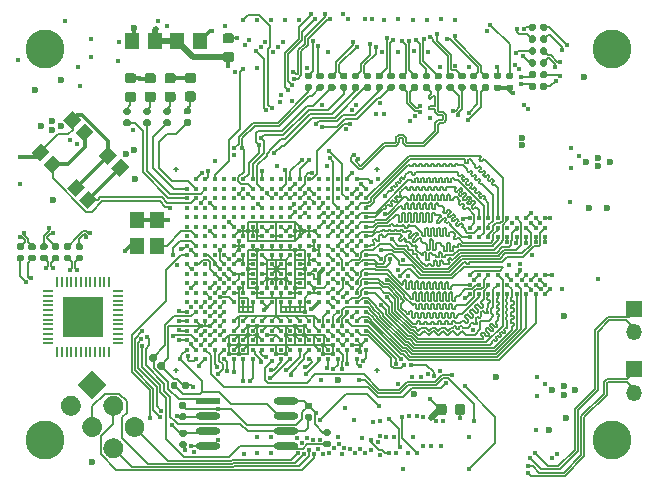
<source format=gtl>
G04 #@! TF.GenerationSoftware,KiCad,Pcbnew,5.1.9+dfsg1-1~bpo10+1*
G04 #@! TF.CreationDate,2021-11-14T15:52:16+01:00*
G04 #@! TF.ProjectId,ulx4m,756c7834-6d2e-46b6-9963-61645f706362,v0.0.2*
G04 #@! TF.SameCoordinates,Original*
G04 #@! TF.FileFunction,Copper,L1,Top*
G04 #@! TF.FilePolarity,Positive*
%FSLAX46Y46*%
G04 Gerber Fmt 4.6, Leading zero omitted, Abs format (unit mm)*
G04 Created by KiCad (PCBNEW 5.1.9+dfsg1-1~bpo10+1) date 2021-11-14 15:52:16*
%MOMM*%
%LPD*%
G01*
G04 APERTURE LIST*
G04 #@! TA.AperFunction,SMDPad,CuDef*
%ADD10C,0.400000*%
G04 #@! TD*
G04 #@! TA.AperFunction,ComponentPad*
%ADD11C,3.300000*%
G04 #@! TD*
G04 #@! TA.AperFunction,SMDPad,CuDef*
%ADD12O,0.127000X0.508000*%
G04 #@! TD*
G04 #@! TA.AperFunction,SMDPad,CuDef*
%ADD13O,0.508000X0.127000*%
G04 #@! TD*
G04 #@! TA.AperFunction,SMDPad,CuDef*
%ADD14R,2.100000X0.600000*%
G04 #@! TD*
G04 #@! TA.AperFunction,SMDPad,CuDef*
%ADD15O,2.100000X0.600000*%
G04 #@! TD*
G04 #@! TA.AperFunction,SMDPad,CuDef*
%ADD16R,1.295000X1.400000*%
G04 #@! TD*
G04 #@! TA.AperFunction,SMDPad,CuDef*
%ADD17R,1.200000X1.400000*%
G04 #@! TD*
G04 #@! TA.AperFunction,ComponentPad*
%ADD18C,0.100000*%
G04 #@! TD*
G04 #@! TA.AperFunction,SMDPad,CuDef*
%ADD19C,0.100000*%
G04 #@! TD*
G04 #@! TA.AperFunction,ComponentPad*
%ADD20O,1.350000X1.350000*%
G04 #@! TD*
G04 #@! TA.AperFunction,ComponentPad*
%ADD21R,1.350000X1.350000*%
G04 #@! TD*
G04 #@! TA.AperFunction,SMDPad,CuDef*
%ADD22R,0.850000X0.200000*%
G04 #@! TD*
G04 #@! TA.AperFunction,SMDPad,CuDef*
%ADD23R,0.200000X0.850000*%
G04 #@! TD*
G04 #@! TA.AperFunction,SMDPad,CuDef*
%ADD24R,3.400000X3.400000*%
G04 #@! TD*
G04 #@! TA.AperFunction,ViaPad*
%ADD25C,0.419000*%
G04 #@! TD*
G04 #@! TA.AperFunction,ViaPad*
%ADD26C,0.600000*%
G04 #@! TD*
G04 #@! TA.AperFunction,ViaPad*
%ADD27C,0.420000*%
G04 #@! TD*
G04 #@! TA.AperFunction,Conductor*
%ADD28C,0.127000*%
G04 #@! TD*
G04 #@! TA.AperFunction,Conductor*
%ADD29C,0.300000*%
G04 #@! TD*
G04 #@! TA.AperFunction,Conductor*
%ADD30C,0.200000*%
G04 #@! TD*
G04 #@! TA.AperFunction,Conductor*
%ADD31C,0.190000*%
G04 #@! TD*
G04 #@! TA.AperFunction,Conductor*
%ADD32C,0.500000*%
G04 #@! TD*
G04 APERTURE END LIST*
G04 #@! TA.AperFunction,SMDPad,CuDef*
G36*
G01*
X121330000Y-108760000D02*
X121670000Y-108760000D01*
G75*
G02*
X121810000Y-108900000I0J-140000D01*
G01*
X121810000Y-109180000D01*
G75*
G02*
X121670000Y-109320000I-140000J0D01*
G01*
X121330000Y-109320000D01*
G75*
G02*
X121190000Y-109180000I0J140000D01*
G01*
X121190000Y-108900000D01*
G75*
G02*
X121330000Y-108760000I140000J0D01*
G01*
G37*
G04 #@! TD.AperFunction*
G04 #@! TA.AperFunction,SMDPad,CuDef*
G36*
G01*
X121330000Y-107800000D02*
X121670000Y-107800000D01*
G75*
G02*
X121810000Y-107940000I0J-140000D01*
G01*
X121810000Y-108220000D01*
G75*
G02*
X121670000Y-108360000I-140000J0D01*
G01*
X121330000Y-108360000D01*
G75*
G02*
X121190000Y-108220000I0J140000D01*
G01*
X121190000Y-107940000D01*
G75*
G02*
X121330000Y-107800000I140000J0D01*
G01*
G37*
G04 #@! TD.AperFunction*
D10*
X139970000Y-89955001D03*
X139170000Y-89955001D03*
X138370000Y-89955001D03*
X137570000Y-89955001D03*
X136770000Y-89955001D03*
X136770000Y-90755001D03*
X136770000Y-91555001D03*
X136770000Y-94755001D03*
X136770000Y-95555001D03*
X136770000Y-96355001D03*
X137570000Y-96355001D03*
X138370000Y-96355001D03*
X139170000Y-96355001D03*
X139970000Y-96355001D03*
X139970000Y-91555001D03*
X139170000Y-91555001D03*
X139170000Y-94755001D03*
X139970000Y-94755001D03*
X139970000Y-90755001D03*
X139170000Y-90755001D03*
X138370000Y-90755001D03*
X137570000Y-90755001D03*
X137570000Y-91555001D03*
X138370000Y-91555001D03*
X138370000Y-94755001D03*
X137570000Y-94755001D03*
X137570000Y-95555001D03*
X138370000Y-95555001D03*
X139170000Y-95555001D03*
X139970000Y-95555001D03*
X135970000Y-89955001D03*
X135970000Y-90755001D03*
X135970000Y-91555001D03*
X135970000Y-94755001D03*
X135970000Y-95555001D03*
X135970000Y-96355001D03*
X135170000Y-89955001D03*
X135170000Y-90755001D03*
X135170000Y-91555001D03*
X135170000Y-94755001D03*
X135170000Y-95555001D03*
X135170000Y-96355001D03*
X134370000Y-89955001D03*
X134370000Y-90755001D03*
X134370000Y-91555001D03*
X134370000Y-94755001D03*
X134370000Y-95555001D03*
X134370000Y-96355001D03*
X133570000Y-89955001D03*
X133570000Y-90755001D03*
X133570000Y-91555001D03*
X133570000Y-94755001D03*
X133570000Y-95555001D03*
X133570000Y-96355001D03*
D11*
X97620000Y-75644999D03*
X145620000Y-75645000D03*
X145620000Y-108720000D03*
X97619999Y-108723599D03*
D10*
X124010000Y-101850000D03*
X122410000Y-101850000D03*
X121610000Y-101850000D03*
X120810000Y-101850000D03*
X120010000Y-101850000D03*
X118410000Y-101850000D03*
X117610000Y-101850000D03*
X115210000Y-101850000D03*
X114410000Y-101850000D03*
X113610000Y-101850000D03*
X112810000Y-101850000D03*
X111210000Y-101850000D03*
X110410000Y-101850000D03*
X124810000Y-101050000D03*
X124010000Y-101050000D03*
X123210000Y-101050000D03*
X122410000Y-101050000D03*
X121610000Y-101050000D03*
X120810000Y-101050000D03*
X120010000Y-101050000D03*
X119210000Y-101050000D03*
X118410000Y-101050000D03*
X117610000Y-101050000D03*
X116810000Y-101050000D03*
X116010000Y-101050000D03*
X115210000Y-101050000D03*
X114410000Y-101050000D03*
X113610000Y-101050000D03*
X112810000Y-101050000D03*
X112010000Y-101050000D03*
X111210000Y-101050000D03*
X110410000Y-101050000D03*
X109610000Y-101050000D03*
X124810000Y-100250000D03*
X124010000Y-100250000D03*
X123210000Y-100250000D03*
X122410000Y-100250000D03*
X121610000Y-100250000D03*
X120810000Y-100250000D03*
X120010000Y-100250000D03*
X119210000Y-100250000D03*
X118410000Y-100250000D03*
X117610000Y-100250000D03*
X116810000Y-100250000D03*
X116010000Y-100250000D03*
X115210000Y-100250000D03*
X114410000Y-100250000D03*
X113610000Y-100250000D03*
X112810000Y-100250000D03*
X112010000Y-100250000D03*
X111210000Y-100250000D03*
X110410000Y-100250000D03*
X109610000Y-100250000D03*
X124810000Y-99450000D03*
X124010000Y-99450000D03*
X123210000Y-99450000D03*
X122410000Y-99450000D03*
X121610000Y-99450000D03*
X120810000Y-99450000D03*
X120010000Y-99450000D03*
X119210000Y-99450000D03*
X118410000Y-99450000D03*
X117610000Y-99450000D03*
X116810000Y-99450000D03*
X116010000Y-99450000D03*
X115210000Y-99450000D03*
X114410000Y-99450000D03*
X113610000Y-99450000D03*
X112810000Y-99450000D03*
X112010000Y-99450000D03*
X111210000Y-99450000D03*
X110410000Y-99450000D03*
X109610000Y-99450000D03*
X124810000Y-98650000D03*
X124010000Y-98650000D03*
X123210000Y-98650000D03*
X122410000Y-98650000D03*
X121610000Y-98650000D03*
X120810000Y-98650000D03*
X120010000Y-98650000D03*
X119210000Y-98650000D03*
X118410000Y-98650000D03*
X117610000Y-98650000D03*
X116810000Y-98650000D03*
X116010000Y-98650000D03*
X115210000Y-98650000D03*
X114410000Y-98650000D03*
X113610000Y-98650000D03*
X112810000Y-98650000D03*
X112010000Y-98650000D03*
X111210000Y-98650000D03*
X110410000Y-98650000D03*
X109610000Y-98650000D03*
X124810000Y-97850000D03*
X124010000Y-97850000D03*
X123210000Y-97850000D03*
X122410000Y-97850000D03*
X121610000Y-97850000D03*
X112810000Y-97850000D03*
X112010000Y-97850000D03*
X111210000Y-97850000D03*
X110410000Y-97850000D03*
X109610000Y-97850000D03*
X124810000Y-97050000D03*
X124010000Y-97050000D03*
X123210000Y-97050000D03*
X122410000Y-97050000D03*
X121610000Y-97050000D03*
X120810000Y-97050000D03*
X120010000Y-97050000D03*
X119210000Y-97050000D03*
X118410000Y-97050000D03*
X117610000Y-97050000D03*
X116810000Y-97050000D03*
X116010000Y-97050000D03*
X115210000Y-97050000D03*
X114410000Y-97050000D03*
X113610000Y-97050000D03*
X112810000Y-97050000D03*
X112010000Y-97050000D03*
X111210000Y-97050000D03*
X110410000Y-97050000D03*
X109610000Y-97050000D03*
X124810000Y-96250000D03*
X124010000Y-96250000D03*
X123210000Y-96250000D03*
X122410000Y-96250000D03*
X121610000Y-96250000D03*
X120810000Y-96250000D03*
X120010000Y-96250000D03*
X119210000Y-96250000D03*
X118410000Y-96250000D03*
X117610000Y-96250000D03*
X116810000Y-96250000D03*
X116010000Y-96250000D03*
X115210000Y-96250000D03*
X114410000Y-96250000D03*
X113610000Y-96250000D03*
X112810000Y-96250000D03*
X112010000Y-96250000D03*
X111210000Y-96250000D03*
X110410000Y-96250000D03*
X109610000Y-96250000D03*
X124810000Y-95450000D03*
X124010000Y-95450000D03*
X123210000Y-95450000D03*
X122410000Y-95450000D03*
X121610000Y-95450000D03*
X120810000Y-95450000D03*
X120010000Y-95450000D03*
X119210000Y-95450000D03*
X118410000Y-95450000D03*
X117610000Y-95450000D03*
X116810000Y-95450000D03*
X116010000Y-95450000D03*
X115210000Y-95450000D03*
X114410000Y-95450000D03*
X113610000Y-95450000D03*
X112810000Y-95450000D03*
X112010000Y-95450000D03*
X111210000Y-95450000D03*
X110410000Y-95450000D03*
X109610000Y-95450000D03*
X124810000Y-94650000D03*
X124010000Y-94650000D03*
X123210000Y-94650000D03*
X122410000Y-94650000D03*
X121610000Y-94650000D03*
X120810000Y-94650000D03*
X120010000Y-94650000D03*
X119210000Y-94650000D03*
X118410000Y-94650000D03*
X117610000Y-94650000D03*
X116810000Y-94650000D03*
X116010000Y-94650000D03*
X115210000Y-94650000D03*
X114410000Y-94650000D03*
X113610000Y-94650000D03*
X112810000Y-94650000D03*
X112010000Y-94650000D03*
X111210000Y-94650000D03*
X110410000Y-94650000D03*
X109610000Y-94650000D03*
X124810000Y-93850000D03*
X124010000Y-93850000D03*
X123210000Y-93850000D03*
X122410000Y-93850000D03*
X121610000Y-93850000D03*
X120810000Y-93850000D03*
X120010000Y-93850000D03*
X119210000Y-93850000D03*
X118410000Y-93850000D03*
X117610000Y-93850000D03*
X116810000Y-93850000D03*
X116010000Y-93850000D03*
X115210000Y-93850000D03*
X114410000Y-93850000D03*
X113610000Y-93850000D03*
X112810000Y-93850000D03*
X112010000Y-93850000D03*
X111210000Y-93850000D03*
X110410000Y-93850000D03*
X109610000Y-93850000D03*
X124810000Y-93050000D03*
X124010000Y-93050000D03*
X123210000Y-93050000D03*
X122410000Y-93050000D03*
X121610000Y-93050000D03*
X120810000Y-93050000D03*
X120010000Y-93050000D03*
X119210000Y-93050000D03*
X118410000Y-93050000D03*
X117610000Y-93050000D03*
X116810000Y-93050000D03*
X116010000Y-93050000D03*
X115210000Y-93050000D03*
X114410000Y-93050000D03*
X113610000Y-93050000D03*
X112810000Y-93050000D03*
X112010000Y-93050000D03*
X111210000Y-93050000D03*
X110410000Y-93050000D03*
X109610000Y-93050000D03*
X124810000Y-92250000D03*
X124010000Y-92250000D03*
X123210000Y-92250000D03*
X122410000Y-92250000D03*
X121610000Y-92250000D03*
X120810000Y-92250000D03*
X120010000Y-92250000D03*
X119210000Y-92250000D03*
X118410000Y-92250000D03*
X117610000Y-92250000D03*
X116810000Y-92250000D03*
X116010000Y-92250000D03*
X115210000Y-92250000D03*
X114410000Y-92250000D03*
X113610000Y-92250000D03*
X112810000Y-92250000D03*
X112010000Y-92250000D03*
X111210000Y-92250000D03*
X110410000Y-92250000D03*
X109610000Y-92250000D03*
X124810000Y-91450000D03*
X124010000Y-91450000D03*
X123210000Y-91450000D03*
X122410000Y-91450000D03*
X121610000Y-91450000D03*
X120810000Y-91450000D03*
X120010000Y-91450000D03*
X119210000Y-91450000D03*
X118410000Y-91450000D03*
X117610000Y-91450000D03*
X116810000Y-91450000D03*
X116010000Y-91450000D03*
X115210000Y-91450000D03*
X114410000Y-91450000D03*
X113610000Y-91450000D03*
X112810000Y-91450000D03*
X112010000Y-91450000D03*
X111210000Y-91450000D03*
X110410000Y-91450000D03*
X109610000Y-91450000D03*
X124810000Y-90650000D03*
X124010000Y-90650000D03*
X123210000Y-90650000D03*
X122410000Y-90650000D03*
X121610000Y-90650000D03*
X120810000Y-90650000D03*
X120010000Y-90650000D03*
X119210000Y-90650000D03*
X118410000Y-90650000D03*
X117610000Y-90650000D03*
X116810000Y-90650000D03*
X116010000Y-90650000D03*
X115210000Y-90650000D03*
X114410000Y-90650000D03*
X113610000Y-90650000D03*
X112810000Y-90650000D03*
X112010000Y-90650000D03*
X111210000Y-90650000D03*
X110410000Y-90650000D03*
X109610000Y-90650000D03*
X124810000Y-89850000D03*
X124010000Y-89850000D03*
X123210000Y-89850000D03*
X122410000Y-89850000D03*
X121610000Y-89850000D03*
X120810000Y-89850000D03*
X120010000Y-89850000D03*
X119210000Y-89850000D03*
X118410000Y-89850000D03*
X117610000Y-89850000D03*
X116810000Y-89850000D03*
X116010000Y-89850000D03*
X115210000Y-89850000D03*
X114410000Y-89850000D03*
X113610000Y-89850000D03*
X112810000Y-89850000D03*
X112010000Y-89850000D03*
X111210000Y-89850000D03*
X110410000Y-89850000D03*
X109610000Y-89850000D03*
X124810000Y-89050000D03*
X124010000Y-89050000D03*
X123210000Y-89050000D03*
X122410000Y-89050000D03*
X121610000Y-89050000D03*
X120810000Y-89050000D03*
X120010000Y-89050000D03*
X119210000Y-89050000D03*
X118410000Y-89050000D03*
X117610000Y-89050000D03*
X116810000Y-89050000D03*
X116010000Y-89050000D03*
X115210000Y-89050000D03*
X114410000Y-89050000D03*
X113610000Y-89050000D03*
X112810000Y-89050000D03*
X112010000Y-89050000D03*
X111210000Y-89050000D03*
X110410000Y-89050000D03*
X109610000Y-89050000D03*
X124810000Y-88250000D03*
X124010000Y-88250000D03*
X123210000Y-88250000D03*
X122410000Y-88250000D03*
X121610000Y-88250000D03*
X120810000Y-88250000D03*
X120010000Y-88250000D03*
X119210000Y-88250000D03*
X118410000Y-88250000D03*
X117610000Y-88250000D03*
X116810000Y-88250000D03*
X116010000Y-88250000D03*
X115210000Y-88250000D03*
X114410000Y-88250000D03*
X113610000Y-88250000D03*
X112810000Y-88250000D03*
X112010000Y-88250000D03*
X111210000Y-88250000D03*
X110410000Y-88250000D03*
X109610000Y-88250000D03*
X124810000Y-87450000D03*
X124010000Y-87450000D03*
X123210000Y-87450000D03*
X122410000Y-87450000D03*
X121610000Y-87450000D03*
X120810000Y-87450000D03*
X120010000Y-87450000D03*
X119210000Y-87450000D03*
X118410000Y-87450000D03*
X117610000Y-87450000D03*
X116810000Y-87450000D03*
X116010000Y-87450000D03*
X115210000Y-87450000D03*
X114410000Y-87450000D03*
X113610000Y-87450000D03*
X112810000Y-87450000D03*
X112010000Y-87450000D03*
X111210000Y-87450000D03*
X110410000Y-87450000D03*
X109610000Y-87450000D03*
X124010000Y-86650000D03*
X123210000Y-86650000D03*
X122410000Y-86650000D03*
X121610000Y-86650000D03*
X120810000Y-86650000D03*
X120010000Y-86650000D03*
X119210000Y-86650000D03*
X118410000Y-86650000D03*
X117610000Y-86650000D03*
X116810000Y-86650000D03*
X116010000Y-86650000D03*
X115210000Y-86650000D03*
X114410000Y-86650000D03*
X113610000Y-86650000D03*
X112810000Y-86650000D03*
X112010000Y-86650000D03*
X111210000Y-86650000D03*
X110410000Y-86650000D03*
D12*
X125710000Y-85750000D03*
D13*
X125710000Y-85750000D03*
D12*
X108710000Y-102750000D03*
D13*
X108710000Y-102750000D03*
X125710000Y-102750000D03*
D12*
X125710000Y-102750000D03*
X108710000Y-85750000D03*
D13*
X108710000Y-85750000D03*
G04 #@! TA.AperFunction,SMDPad,CuDef*
G36*
G01*
X113406250Y-75140000D02*
X112893750Y-75140000D01*
G75*
G02*
X112675000Y-74921250I0J218750D01*
G01*
X112675000Y-74483750D01*
G75*
G02*
X112893750Y-74265000I218750J0D01*
G01*
X113406250Y-74265000D01*
G75*
G02*
X113625000Y-74483750I0J-218750D01*
G01*
X113625000Y-74921250D01*
G75*
G02*
X113406250Y-75140000I-218750J0D01*
G01*
G37*
G04 #@! TD.AperFunction*
G04 #@! TA.AperFunction,SMDPad,CuDef*
G36*
G01*
X113406250Y-76715000D02*
X112893750Y-76715000D01*
G75*
G02*
X112675000Y-76496250I0J218750D01*
G01*
X112675000Y-76058750D01*
G75*
G02*
X112893750Y-75840000I218750J0D01*
G01*
X113406250Y-75840000D01*
G75*
G02*
X113625000Y-76058750I0J-218750D01*
G01*
X113625000Y-76496250D01*
G75*
G02*
X113406250Y-76715000I-218750J0D01*
G01*
G37*
G04 #@! TD.AperFunction*
D14*
X111401000Y-105450001D03*
D15*
X111401000Y-106720001D03*
X111401000Y-107990001D03*
X111401000Y-109260001D03*
X118005000Y-109260001D03*
X118005000Y-107990001D03*
X118005000Y-106720001D03*
X118005000Y-105450001D03*
D16*
X106947500Y-74920000D03*
X105012500Y-74920000D03*
X108819500Y-74911000D03*
X110754500Y-74911000D03*
G04 #@! TA.AperFunction,SMDPad,CuDef*
G36*
G01*
X130750000Y-106380000D02*
X130750000Y-105880000D01*
G75*
G02*
X130975000Y-105655000I225000J0D01*
G01*
X131425000Y-105655000D01*
G75*
G02*
X131650000Y-105880000I0J-225000D01*
G01*
X131650000Y-106380000D01*
G75*
G02*
X131425000Y-106605000I-225000J0D01*
G01*
X130975000Y-106605000D01*
G75*
G02*
X130750000Y-106380000I0J225000D01*
G01*
G37*
G04 #@! TD.AperFunction*
G04 #@! TA.AperFunction,SMDPad,CuDef*
G36*
G01*
X132300000Y-106380000D02*
X132300000Y-105880000D01*
G75*
G02*
X132525000Y-105655000I225000J0D01*
G01*
X132975000Y-105655000D01*
G75*
G02*
X133200000Y-105880000I0J-225000D01*
G01*
X133200000Y-106380000D01*
G75*
G02*
X132975000Y-106605000I-225000J0D01*
G01*
X132525000Y-106605000D01*
G75*
G02*
X132300000Y-106380000I0J225000D01*
G01*
G37*
G04 #@! TD.AperFunction*
G04 #@! TA.AperFunction,SMDPad,CuDef*
G36*
G01*
X109673751Y-77620000D02*
X110186251Y-77620000D01*
G75*
G02*
X110405001Y-77838750I0J-218750D01*
G01*
X110405001Y-78276250D01*
G75*
G02*
X110186251Y-78495000I-218750J0D01*
G01*
X109673751Y-78495000D01*
G75*
G02*
X109455001Y-78276250I0J218750D01*
G01*
X109455001Y-77838750D01*
G75*
G02*
X109673751Y-77620000I218750J0D01*
G01*
G37*
G04 #@! TD.AperFunction*
G04 #@! TA.AperFunction,SMDPad,CuDef*
G36*
G01*
X109673751Y-79195000D02*
X110186251Y-79195000D01*
G75*
G02*
X110405001Y-79413750I0J-218750D01*
G01*
X110405001Y-79851250D01*
G75*
G02*
X110186251Y-80070000I-218750J0D01*
G01*
X109673751Y-80070000D01*
G75*
G02*
X109455001Y-79851250I0J218750D01*
G01*
X109455001Y-79413750D01*
G75*
G02*
X109673751Y-79195000I218750J0D01*
G01*
G37*
G04 #@! TD.AperFunction*
G04 #@! TA.AperFunction,SMDPad,CuDef*
G36*
G01*
X107963750Y-79220000D02*
X108476250Y-79220000D01*
G75*
G02*
X108695000Y-79438750I0J-218750D01*
G01*
X108695000Y-79876250D01*
G75*
G02*
X108476250Y-80095000I-218750J0D01*
G01*
X107963750Y-80095000D01*
G75*
G02*
X107745000Y-79876250I0J218750D01*
G01*
X107745000Y-79438750D01*
G75*
G02*
X107963750Y-79220000I218750J0D01*
G01*
G37*
G04 #@! TD.AperFunction*
G04 #@! TA.AperFunction,SMDPad,CuDef*
G36*
G01*
X107963750Y-77645000D02*
X108476250Y-77645000D01*
G75*
G02*
X108695000Y-77863750I0J-218750D01*
G01*
X108695000Y-78301250D01*
G75*
G02*
X108476250Y-78520000I-218750J0D01*
G01*
X107963750Y-78520000D01*
G75*
G02*
X107745000Y-78301250I0J218750D01*
G01*
X107745000Y-77863750D01*
G75*
G02*
X107963750Y-77645000I218750J0D01*
G01*
G37*
G04 #@! TD.AperFunction*
G04 #@! TA.AperFunction,SMDPad,CuDef*
G36*
G01*
X106283750Y-77645001D02*
X106796250Y-77645001D01*
G75*
G02*
X107015000Y-77863751I0J-218750D01*
G01*
X107015000Y-78301251D01*
G75*
G02*
X106796250Y-78520001I-218750J0D01*
G01*
X106283750Y-78520001D01*
G75*
G02*
X106065000Y-78301251I0J218750D01*
G01*
X106065000Y-77863751D01*
G75*
G02*
X106283750Y-77645001I218750J0D01*
G01*
G37*
G04 #@! TD.AperFunction*
G04 #@! TA.AperFunction,SMDPad,CuDef*
G36*
G01*
X106283750Y-79220001D02*
X106796250Y-79220001D01*
G75*
G02*
X107015000Y-79438751I0J-218750D01*
G01*
X107015000Y-79876251D01*
G75*
G02*
X106796250Y-80095001I-218750J0D01*
G01*
X106283750Y-80095001D01*
G75*
G02*
X106065000Y-79876251I0J218750D01*
G01*
X106065000Y-79438751D01*
G75*
G02*
X106283750Y-79220001I218750J0D01*
G01*
G37*
G04 #@! TD.AperFunction*
G04 #@! TA.AperFunction,SMDPad,CuDef*
G36*
G01*
X104603750Y-79220000D02*
X105116250Y-79220000D01*
G75*
G02*
X105335000Y-79438750I0J-218750D01*
G01*
X105335000Y-79876250D01*
G75*
G02*
X105116250Y-80095000I-218750J0D01*
G01*
X104603750Y-80095000D01*
G75*
G02*
X104385000Y-79876250I0J218750D01*
G01*
X104385000Y-79438750D01*
G75*
G02*
X104603750Y-79220000I218750J0D01*
G01*
G37*
G04 #@! TD.AperFunction*
G04 #@! TA.AperFunction,SMDPad,CuDef*
G36*
G01*
X104603750Y-77645000D02*
X105116250Y-77645000D01*
G75*
G02*
X105335000Y-77863750I0J-218750D01*
G01*
X105335000Y-78301250D01*
G75*
G02*
X105116250Y-78520000I-218750J0D01*
G01*
X104603750Y-78520000D01*
G75*
G02*
X104385000Y-78301250I0J218750D01*
G01*
X104385000Y-77863750D01*
G75*
G02*
X104603750Y-77645000I218750J0D01*
G01*
G37*
G04 #@! TD.AperFunction*
G04 #@! TA.AperFunction,SMDPad,CuDef*
G36*
G01*
X109475999Y-108415000D02*
X109135999Y-108415000D01*
G75*
G02*
X108995999Y-108275000I0J140000D01*
G01*
X108995999Y-107995000D01*
G75*
G02*
X109135999Y-107855000I140000J0D01*
G01*
X109475999Y-107855000D01*
G75*
G02*
X109615999Y-107995000I0J-140000D01*
G01*
X109615999Y-108275000D01*
G75*
G02*
X109475999Y-108415000I-140000J0D01*
G01*
G37*
G04 #@! TD.AperFunction*
G04 #@! TA.AperFunction,SMDPad,CuDef*
G36*
G01*
X109475999Y-109375000D02*
X109135999Y-109375000D01*
G75*
G02*
X108995999Y-109235000I0J140000D01*
G01*
X108995999Y-108955000D01*
G75*
G02*
X109135999Y-108815000I140000J0D01*
G01*
X109475999Y-108815000D01*
G75*
G02*
X109615999Y-108955000I0J-140000D01*
G01*
X109615999Y-109235000D01*
G75*
G02*
X109475999Y-109375000I-140000J0D01*
G01*
G37*
G04 #@! TD.AperFunction*
G04 #@! TA.AperFunction,SMDPad,CuDef*
G36*
G01*
X109800000Y-103910000D02*
X109800000Y-104250000D01*
G75*
G02*
X109660000Y-104390000I-140000J0D01*
G01*
X109380000Y-104390000D01*
G75*
G02*
X109240000Y-104250000I0J140000D01*
G01*
X109240000Y-103910000D01*
G75*
G02*
X109380000Y-103770000I140000J0D01*
G01*
X109660000Y-103770000D01*
G75*
G02*
X109800000Y-103910000I0J-140000D01*
G01*
G37*
G04 #@! TD.AperFunction*
G04 #@! TA.AperFunction,SMDPad,CuDef*
G36*
G01*
X108840000Y-103910000D02*
X108840000Y-104250000D01*
G75*
G02*
X108700000Y-104390000I-140000J0D01*
G01*
X108420000Y-104390000D01*
G75*
G02*
X108280000Y-104250000I0J140000D01*
G01*
X108280000Y-103910000D01*
G75*
G02*
X108420000Y-103770000I140000J0D01*
G01*
X108700000Y-103770000D01*
G75*
G02*
X108840000Y-103910000I0J-140000D01*
G01*
G37*
G04 #@! TD.AperFunction*
G04 #@! TA.AperFunction,SMDPad,CuDef*
G36*
G01*
X109111000Y-106465000D02*
X109451000Y-106465000D01*
G75*
G02*
X109591000Y-106605000I0J-140000D01*
G01*
X109591000Y-106885000D01*
G75*
G02*
X109451000Y-107025000I-140000J0D01*
G01*
X109111000Y-107025000D01*
G75*
G02*
X108971000Y-106885000I0J140000D01*
G01*
X108971000Y-106605000D01*
G75*
G02*
X109111000Y-106465000I140000J0D01*
G01*
G37*
G04 #@! TD.AperFunction*
G04 #@! TA.AperFunction,SMDPad,CuDef*
G36*
G01*
X109111000Y-105505000D02*
X109451000Y-105505000D01*
G75*
G02*
X109591000Y-105645000I0J-140000D01*
G01*
X109591000Y-105925000D01*
G75*
G02*
X109451000Y-106065000I-140000J0D01*
G01*
X109111000Y-106065000D01*
G75*
G02*
X108971000Y-105925000I0J140000D01*
G01*
X108971000Y-105645000D01*
G75*
G02*
X109111000Y-105505000I140000J0D01*
G01*
G37*
G04 #@! TD.AperFunction*
G04 #@! TA.AperFunction,SMDPad,CuDef*
G36*
G01*
X119786000Y-105555001D02*
X120126000Y-105555001D01*
G75*
G02*
X120266000Y-105695001I0J-140000D01*
G01*
X120266000Y-105975001D01*
G75*
G02*
X120126000Y-106115001I-140000J0D01*
G01*
X119786000Y-106115001D01*
G75*
G02*
X119646000Y-105975001I0J140000D01*
G01*
X119646000Y-105695001D01*
G75*
G02*
X119786000Y-105555001I140000J0D01*
G01*
G37*
G04 #@! TD.AperFunction*
G04 #@! TA.AperFunction,SMDPad,CuDef*
G36*
G01*
X119786000Y-106515001D02*
X120126000Y-106515001D01*
G75*
G02*
X120266000Y-106655001I0J-140000D01*
G01*
X120266000Y-106935001D01*
G75*
G02*
X120126000Y-107075001I-140000J0D01*
G01*
X119786000Y-107075001D01*
G75*
G02*
X119646000Y-106935001I0J140000D01*
G01*
X119646000Y-106655001D01*
G75*
G02*
X119786000Y-106515001I140000J0D01*
G01*
G37*
G04 #@! TD.AperFunction*
G04 #@! TA.AperFunction,SMDPad,CuDef*
G36*
G01*
X107747609Y-102507193D02*
X107507193Y-102747609D01*
G75*
G02*
X107309203Y-102747609I-98995J98995D01*
G01*
X107111213Y-102549619D01*
G75*
G02*
X107111213Y-102351629I98995J98995D01*
G01*
X107351629Y-102111213D01*
G75*
G02*
X107549619Y-102111213I98995J-98995D01*
G01*
X107747609Y-102309203D01*
G75*
G02*
X107747609Y-102507193I-98995J-98995D01*
G01*
G37*
G04 #@! TD.AperFunction*
G04 #@! TA.AperFunction,SMDPad,CuDef*
G36*
G01*
X107068787Y-101828371D02*
X106828371Y-102068787D01*
G75*
G02*
X106630381Y-102068787I-98995J98995D01*
G01*
X106432391Y-101870797D01*
G75*
G02*
X106432391Y-101672807I98995J98995D01*
G01*
X106672807Y-101432391D01*
G75*
G02*
X106870797Y-101432391I98995J-98995D01*
G01*
X107068787Y-101630381D01*
G75*
G02*
X107068787Y-101828371I-98995J-98995D01*
G01*
G37*
G04 #@! TD.AperFunction*
G04 #@! TA.AperFunction,SMDPad,CuDef*
G36*
G01*
X109850000Y-82110000D02*
X109510000Y-82110000D01*
G75*
G02*
X109370000Y-81970000I0J140000D01*
G01*
X109370000Y-81690000D01*
G75*
G02*
X109510000Y-81550000I140000J0D01*
G01*
X109850000Y-81550000D01*
G75*
G02*
X109990000Y-81690000I0J-140000D01*
G01*
X109990000Y-81970000D01*
G75*
G02*
X109850000Y-82110000I-140000J0D01*
G01*
G37*
G04 #@! TD.AperFunction*
G04 #@! TA.AperFunction,SMDPad,CuDef*
G36*
G01*
X109850000Y-81150000D02*
X109510000Y-81150000D01*
G75*
G02*
X109370000Y-81010000I0J140000D01*
G01*
X109370000Y-80730000D01*
G75*
G02*
X109510000Y-80590000I140000J0D01*
G01*
X109850000Y-80590000D01*
G75*
G02*
X109990000Y-80730000I0J-140000D01*
G01*
X109990000Y-81010000D01*
G75*
G02*
X109850000Y-81150000I-140000J0D01*
G01*
G37*
G04 #@! TD.AperFunction*
G04 #@! TA.AperFunction,SMDPad,CuDef*
G36*
G01*
X108130000Y-81160000D02*
X107790000Y-81160000D01*
G75*
G02*
X107650000Y-81020000I0J140000D01*
G01*
X107650000Y-80740000D01*
G75*
G02*
X107790000Y-80600000I140000J0D01*
G01*
X108130000Y-80600000D01*
G75*
G02*
X108270000Y-80740000I0J-140000D01*
G01*
X108270000Y-81020000D01*
G75*
G02*
X108130000Y-81160000I-140000J0D01*
G01*
G37*
G04 #@! TD.AperFunction*
G04 #@! TA.AperFunction,SMDPad,CuDef*
G36*
G01*
X108130000Y-82120000D02*
X107790000Y-82120000D01*
G75*
G02*
X107650000Y-81980000I0J140000D01*
G01*
X107650000Y-81700000D01*
G75*
G02*
X107790000Y-81560000I140000J0D01*
G01*
X108130000Y-81560000D01*
G75*
G02*
X108270000Y-81700000I0J-140000D01*
G01*
X108270000Y-81980000D01*
G75*
G02*
X108130000Y-82120000I-140000J0D01*
G01*
G37*
G04 #@! TD.AperFunction*
G04 #@! TA.AperFunction,SMDPad,CuDef*
G36*
G01*
X106430000Y-82129999D02*
X106090000Y-82129999D01*
G75*
G02*
X105950000Y-81989999I0J140000D01*
G01*
X105950000Y-81709999D01*
G75*
G02*
X106090000Y-81569999I140000J0D01*
G01*
X106430000Y-81569999D01*
G75*
G02*
X106570000Y-81709999I0J-140000D01*
G01*
X106570000Y-81989999D01*
G75*
G02*
X106430000Y-82129999I-140000J0D01*
G01*
G37*
G04 #@! TD.AperFunction*
G04 #@! TA.AperFunction,SMDPad,CuDef*
G36*
G01*
X106430000Y-81169999D02*
X106090000Y-81169999D01*
G75*
G02*
X105950000Y-81029999I0J140000D01*
G01*
X105950000Y-80749999D01*
G75*
G02*
X106090000Y-80609999I140000J0D01*
G01*
X106430000Y-80609999D01*
G75*
G02*
X106570000Y-80749999I0J-140000D01*
G01*
X106570000Y-81029999D01*
G75*
G02*
X106430000Y-81169999I-140000J0D01*
G01*
G37*
G04 #@! TD.AperFunction*
G04 #@! TA.AperFunction,SMDPad,CuDef*
G36*
G01*
X104735000Y-82130000D02*
X104395000Y-82130000D01*
G75*
G02*
X104255000Y-81990000I0J140000D01*
G01*
X104255000Y-81710000D01*
G75*
G02*
X104395000Y-81570000I140000J0D01*
G01*
X104735000Y-81570000D01*
G75*
G02*
X104875000Y-81710000I0J-140000D01*
G01*
X104875000Y-81990000D01*
G75*
G02*
X104735000Y-82130000I-140000J0D01*
G01*
G37*
G04 #@! TD.AperFunction*
G04 #@! TA.AperFunction,SMDPad,CuDef*
G36*
G01*
X104735000Y-81170000D02*
X104395000Y-81170000D01*
G75*
G02*
X104255000Y-81030000I0J140000D01*
G01*
X104255000Y-80750000D01*
G75*
G02*
X104395000Y-80610000I140000J0D01*
G01*
X104735000Y-80610000D01*
G75*
G02*
X104875000Y-80750000I0J-140000D01*
G01*
X104875000Y-81030000D01*
G75*
G02*
X104735000Y-81170000I-140000J0D01*
G01*
G37*
G04 #@! TD.AperFunction*
D17*
X105410000Y-90090000D03*
X105410000Y-92290000D03*
X107110000Y-92290000D03*
X107110000Y-90090000D03*
G04 #@! TA.AperFunction,SMDPad,CuDef*
G36*
G01*
X128090000Y-78170000D02*
X127750000Y-78170000D01*
G75*
G02*
X127610000Y-78030000I0J140000D01*
G01*
X127610000Y-77750000D01*
G75*
G02*
X127750000Y-77610000I140000J0D01*
G01*
X128090000Y-77610000D01*
G75*
G02*
X128230000Y-77750000I0J-140000D01*
G01*
X128230000Y-78030000D01*
G75*
G02*
X128090000Y-78170000I-140000J0D01*
G01*
G37*
G04 #@! TD.AperFunction*
G04 #@! TA.AperFunction,SMDPad,CuDef*
G36*
G01*
X128090000Y-79130000D02*
X127750000Y-79130000D01*
G75*
G02*
X127610000Y-78990000I0J140000D01*
G01*
X127610000Y-78710000D01*
G75*
G02*
X127750000Y-78570000I140000J0D01*
G01*
X128090000Y-78570000D01*
G75*
G02*
X128230000Y-78710000I0J-140000D01*
G01*
X128230000Y-78990000D01*
G75*
G02*
X128090000Y-79130000I-140000J0D01*
G01*
G37*
G04 #@! TD.AperFunction*
G04 #@! TA.AperFunction,SMDPad,CuDef*
G36*
G01*
X129090000Y-79130000D02*
X128750000Y-79130000D01*
G75*
G02*
X128610000Y-78990000I0J140000D01*
G01*
X128610000Y-78710000D01*
G75*
G02*
X128750000Y-78570000I140000J0D01*
G01*
X129090000Y-78570000D01*
G75*
G02*
X129230000Y-78710000I0J-140000D01*
G01*
X129230000Y-78990000D01*
G75*
G02*
X129090000Y-79130000I-140000J0D01*
G01*
G37*
G04 #@! TD.AperFunction*
G04 #@! TA.AperFunction,SMDPad,CuDef*
G36*
G01*
X129090000Y-78170000D02*
X128750000Y-78170000D01*
G75*
G02*
X128610000Y-78030000I0J140000D01*
G01*
X128610000Y-77750000D01*
G75*
G02*
X128750000Y-77610000I140000J0D01*
G01*
X129090000Y-77610000D01*
G75*
G02*
X129230000Y-77750000I0J-140000D01*
G01*
X129230000Y-78030000D01*
G75*
G02*
X129090000Y-78170000I-140000J0D01*
G01*
G37*
G04 #@! TD.AperFunction*
G04 #@! TA.AperFunction,SMDPad,CuDef*
G36*
G01*
X130090000Y-78170000D02*
X129750000Y-78170000D01*
G75*
G02*
X129610000Y-78030000I0J140000D01*
G01*
X129610000Y-77750000D01*
G75*
G02*
X129750000Y-77610000I140000J0D01*
G01*
X130090000Y-77610000D01*
G75*
G02*
X130230000Y-77750000I0J-140000D01*
G01*
X130230000Y-78030000D01*
G75*
G02*
X130090000Y-78170000I-140000J0D01*
G01*
G37*
G04 #@! TD.AperFunction*
G04 #@! TA.AperFunction,SMDPad,CuDef*
G36*
G01*
X130090000Y-79130000D02*
X129750000Y-79130000D01*
G75*
G02*
X129610000Y-78990000I0J140000D01*
G01*
X129610000Y-78710000D01*
G75*
G02*
X129750000Y-78570000I140000J0D01*
G01*
X130090000Y-78570000D01*
G75*
G02*
X130230000Y-78710000I0J-140000D01*
G01*
X130230000Y-78990000D01*
G75*
G02*
X130090000Y-79130000I-140000J0D01*
G01*
G37*
G04 #@! TD.AperFunction*
G04 #@! TA.AperFunction,SMDPad,CuDef*
G36*
G01*
X131090000Y-79130000D02*
X130750000Y-79130000D01*
G75*
G02*
X130610000Y-78990000I0J140000D01*
G01*
X130610000Y-78710000D01*
G75*
G02*
X130750000Y-78570000I140000J0D01*
G01*
X131090000Y-78570000D01*
G75*
G02*
X131230000Y-78710000I0J-140000D01*
G01*
X131230000Y-78990000D01*
G75*
G02*
X131090000Y-79130000I-140000J0D01*
G01*
G37*
G04 #@! TD.AperFunction*
G04 #@! TA.AperFunction,SMDPad,CuDef*
G36*
G01*
X131090000Y-78170000D02*
X130750000Y-78170000D01*
G75*
G02*
X130610000Y-78030000I0J140000D01*
G01*
X130610000Y-77750000D01*
G75*
G02*
X130750000Y-77610000I140000J0D01*
G01*
X131090000Y-77610000D01*
G75*
G02*
X131230000Y-77750000I0J-140000D01*
G01*
X131230000Y-78030000D01*
G75*
G02*
X131090000Y-78170000I-140000J0D01*
G01*
G37*
G04 #@! TD.AperFunction*
G04 #@! TA.AperFunction,SMDPad,CuDef*
G36*
G01*
X132090000Y-78170000D02*
X131750000Y-78170000D01*
G75*
G02*
X131610000Y-78030000I0J140000D01*
G01*
X131610000Y-77750000D01*
G75*
G02*
X131750000Y-77610000I140000J0D01*
G01*
X132090000Y-77610000D01*
G75*
G02*
X132230000Y-77750000I0J-140000D01*
G01*
X132230000Y-78030000D01*
G75*
G02*
X132090000Y-78170000I-140000J0D01*
G01*
G37*
G04 #@! TD.AperFunction*
G04 #@! TA.AperFunction,SMDPad,CuDef*
G36*
G01*
X132090000Y-79130000D02*
X131750000Y-79130000D01*
G75*
G02*
X131610000Y-78990000I0J140000D01*
G01*
X131610000Y-78710000D01*
G75*
G02*
X131750000Y-78570000I140000J0D01*
G01*
X132090000Y-78570000D01*
G75*
G02*
X132230000Y-78710000I0J-140000D01*
G01*
X132230000Y-78990000D01*
G75*
G02*
X132090000Y-79130000I-140000J0D01*
G01*
G37*
G04 #@! TD.AperFunction*
G04 #@! TA.AperFunction,SMDPad,CuDef*
G36*
G01*
X133090000Y-79130000D02*
X132750000Y-79130000D01*
G75*
G02*
X132610000Y-78990000I0J140000D01*
G01*
X132610000Y-78710000D01*
G75*
G02*
X132750000Y-78570000I140000J0D01*
G01*
X133090000Y-78570000D01*
G75*
G02*
X133230000Y-78710000I0J-140000D01*
G01*
X133230000Y-78990000D01*
G75*
G02*
X133090000Y-79130000I-140000J0D01*
G01*
G37*
G04 #@! TD.AperFunction*
G04 #@! TA.AperFunction,SMDPad,CuDef*
G36*
G01*
X133090000Y-78170000D02*
X132750000Y-78170000D01*
G75*
G02*
X132610000Y-78030000I0J140000D01*
G01*
X132610000Y-77750000D01*
G75*
G02*
X132750000Y-77610000I140000J0D01*
G01*
X133090000Y-77610000D01*
G75*
G02*
X133230000Y-77750000I0J-140000D01*
G01*
X133230000Y-78030000D01*
G75*
G02*
X133090000Y-78170000I-140000J0D01*
G01*
G37*
G04 #@! TD.AperFunction*
G04 #@! TA.AperFunction,SMDPad,CuDef*
G36*
G01*
X134090000Y-78170000D02*
X133750000Y-78170000D01*
G75*
G02*
X133610000Y-78030000I0J140000D01*
G01*
X133610000Y-77750000D01*
G75*
G02*
X133750000Y-77610000I140000J0D01*
G01*
X134090000Y-77610000D01*
G75*
G02*
X134230000Y-77750000I0J-140000D01*
G01*
X134230000Y-78030000D01*
G75*
G02*
X134090000Y-78170000I-140000J0D01*
G01*
G37*
G04 #@! TD.AperFunction*
G04 #@! TA.AperFunction,SMDPad,CuDef*
G36*
G01*
X134090000Y-79130000D02*
X133750000Y-79130000D01*
G75*
G02*
X133610000Y-78990000I0J140000D01*
G01*
X133610000Y-78710000D01*
G75*
G02*
X133750000Y-78570000I140000J0D01*
G01*
X134090000Y-78570000D01*
G75*
G02*
X134230000Y-78710000I0J-140000D01*
G01*
X134230000Y-78990000D01*
G75*
G02*
X134090000Y-79130000I-140000J0D01*
G01*
G37*
G04 #@! TD.AperFunction*
G04 #@! TA.AperFunction,SMDPad,CuDef*
G36*
G01*
X135090000Y-79130000D02*
X134750000Y-79130000D01*
G75*
G02*
X134610000Y-78990000I0J140000D01*
G01*
X134610000Y-78710000D01*
G75*
G02*
X134750000Y-78570000I140000J0D01*
G01*
X135090000Y-78570000D01*
G75*
G02*
X135230000Y-78710000I0J-140000D01*
G01*
X135230000Y-78990000D01*
G75*
G02*
X135090000Y-79130000I-140000J0D01*
G01*
G37*
G04 #@! TD.AperFunction*
G04 #@! TA.AperFunction,SMDPad,CuDef*
G36*
G01*
X135090000Y-78170000D02*
X134750000Y-78170000D01*
G75*
G02*
X134610000Y-78030000I0J140000D01*
G01*
X134610000Y-77750000D01*
G75*
G02*
X134750000Y-77610000I140000J0D01*
G01*
X135090000Y-77610000D01*
G75*
G02*
X135230000Y-77750000I0J-140000D01*
G01*
X135230000Y-78030000D01*
G75*
G02*
X135090000Y-78170000I-140000J0D01*
G01*
G37*
G04 #@! TD.AperFunction*
G04 #@! TA.AperFunction,SMDPad,CuDef*
G36*
G01*
X120090000Y-78170000D02*
X119750000Y-78170000D01*
G75*
G02*
X119610000Y-78030000I0J140000D01*
G01*
X119610000Y-77750000D01*
G75*
G02*
X119750000Y-77610000I140000J0D01*
G01*
X120090000Y-77610000D01*
G75*
G02*
X120230000Y-77750000I0J-140000D01*
G01*
X120230000Y-78030000D01*
G75*
G02*
X120090000Y-78170000I-140000J0D01*
G01*
G37*
G04 #@! TD.AperFunction*
G04 #@! TA.AperFunction,SMDPad,CuDef*
G36*
G01*
X120090000Y-79130000D02*
X119750000Y-79130000D01*
G75*
G02*
X119610000Y-78990000I0J140000D01*
G01*
X119610000Y-78710000D01*
G75*
G02*
X119750000Y-78570000I140000J0D01*
G01*
X120090000Y-78570000D01*
G75*
G02*
X120230000Y-78710000I0J-140000D01*
G01*
X120230000Y-78990000D01*
G75*
G02*
X120090000Y-79130000I-140000J0D01*
G01*
G37*
G04 #@! TD.AperFunction*
G04 #@! TA.AperFunction,SMDPad,CuDef*
G36*
G01*
X121090000Y-79130000D02*
X120750000Y-79130000D01*
G75*
G02*
X120610000Y-78990000I0J140000D01*
G01*
X120610000Y-78710000D01*
G75*
G02*
X120750000Y-78570000I140000J0D01*
G01*
X121090000Y-78570000D01*
G75*
G02*
X121230000Y-78710000I0J-140000D01*
G01*
X121230000Y-78990000D01*
G75*
G02*
X121090000Y-79130000I-140000J0D01*
G01*
G37*
G04 #@! TD.AperFunction*
G04 #@! TA.AperFunction,SMDPad,CuDef*
G36*
G01*
X121090000Y-78170000D02*
X120750000Y-78170000D01*
G75*
G02*
X120610000Y-78030000I0J140000D01*
G01*
X120610000Y-77750000D01*
G75*
G02*
X120750000Y-77610000I140000J0D01*
G01*
X121090000Y-77610000D01*
G75*
G02*
X121230000Y-77750000I0J-140000D01*
G01*
X121230000Y-78030000D01*
G75*
G02*
X121090000Y-78170000I-140000J0D01*
G01*
G37*
G04 #@! TD.AperFunction*
G04 #@! TA.AperFunction,SMDPad,CuDef*
G36*
G01*
X122090000Y-78170000D02*
X121750000Y-78170000D01*
G75*
G02*
X121610000Y-78030000I0J140000D01*
G01*
X121610000Y-77750000D01*
G75*
G02*
X121750000Y-77610000I140000J0D01*
G01*
X122090000Y-77610000D01*
G75*
G02*
X122230000Y-77750000I0J-140000D01*
G01*
X122230000Y-78030000D01*
G75*
G02*
X122090000Y-78170000I-140000J0D01*
G01*
G37*
G04 #@! TD.AperFunction*
G04 #@! TA.AperFunction,SMDPad,CuDef*
G36*
G01*
X122090000Y-79130000D02*
X121750000Y-79130000D01*
G75*
G02*
X121610000Y-78990000I0J140000D01*
G01*
X121610000Y-78710000D01*
G75*
G02*
X121750000Y-78570000I140000J0D01*
G01*
X122090000Y-78570000D01*
G75*
G02*
X122230000Y-78710000I0J-140000D01*
G01*
X122230000Y-78990000D01*
G75*
G02*
X122090000Y-79130000I-140000J0D01*
G01*
G37*
G04 #@! TD.AperFunction*
G04 #@! TA.AperFunction,SMDPad,CuDef*
G36*
G01*
X123090000Y-79130000D02*
X122750000Y-79130000D01*
G75*
G02*
X122610000Y-78990000I0J140000D01*
G01*
X122610000Y-78710000D01*
G75*
G02*
X122750000Y-78570000I140000J0D01*
G01*
X123090000Y-78570000D01*
G75*
G02*
X123230000Y-78710000I0J-140000D01*
G01*
X123230000Y-78990000D01*
G75*
G02*
X123090000Y-79130000I-140000J0D01*
G01*
G37*
G04 #@! TD.AperFunction*
G04 #@! TA.AperFunction,SMDPad,CuDef*
G36*
G01*
X123090000Y-78170000D02*
X122750000Y-78170000D01*
G75*
G02*
X122610000Y-78030000I0J140000D01*
G01*
X122610000Y-77750000D01*
G75*
G02*
X122750000Y-77610000I140000J0D01*
G01*
X123090000Y-77610000D01*
G75*
G02*
X123230000Y-77750000I0J-140000D01*
G01*
X123230000Y-78030000D01*
G75*
G02*
X123090000Y-78170000I-140000J0D01*
G01*
G37*
G04 #@! TD.AperFunction*
G04 #@! TA.AperFunction,SMDPad,CuDef*
G36*
G01*
X124090000Y-78170000D02*
X123750000Y-78170000D01*
G75*
G02*
X123610000Y-78030000I0J140000D01*
G01*
X123610000Y-77750000D01*
G75*
G02*
X123750000Y-77610000I140000J0D01*
G01*
X124090000Y-77610000D01*
G75*
G02*
X124230000Y-77750000I0J-140000D01*
G01*
X124230000Y-78030000D01*
G75*
G02*
X124090000Y-78170000I-140000J0D01*
G01*
G37*
G04 #@! TD.AperFunction*
G04 #@! TA.AperFunction,SMDPad,CuDef*
G36*
G01*
X124090000Y-79130000D02*
X123750000Y-79130000D01*
G75*
G02*
X123610000Y-78990000I0J140000D01*
G01*
X123610000Y-78710000D01*
G75*
G02*
X123750000Y-78570000I140000J0D01*
G01*
X124090000Y-78570000D01*
G75*
G02*
X124230000Y-78710000I0J-140000D01*
G01*
X124230000Y-78990000D01*
G75*
G02*
X124090000Y-79130000I-140000J0D01*
G01*
G37*
G04 #@! TD.AperFunction*
G04 #@! TA.AperFunction,SMDPad,CuDef*
G36*
G01*
X125090000Y-78170000D02*
X124750000Y-78170000D01*
G75*
G02*
X124610000Y-78030000I0J140000D01*
G01*
X124610000Y-77750000D01*
G75*
G02*
X124750000Y-77610000I140000J0D01*
G01*
X125090000Y-77610000D01*
G75*
G02*
X125230000Y-77750000I0J-140000D01*
G01*
X125230000Y-78030000D01*
G75*
G02*
X125090000Y-78170000I-140000J0D01*
G01*
G37*
G04 #@! TD.AperFunction*
G04 #@! TA.AperFunction,SMDPad,CuDef*
G36*
G01*
X125090000Y-79130000D02*
X124750000Y-79130000D01*
G75*
G02*
X124610000Y-78990000I0J140000D01*
G01*
X124610000Y-78710000D01*
G75*
G02*
X124750000Y-78570000I140000J0D01*
G01*
X125090000Y-78570000D01*
G75*
G02*
X125230000Y-78710000I0J-140000D01*
G01*
X125230000Y-78990000D01*
G75*
G02*
X125090000Y-79130000I-140000J0D01*
G01*
G37*
G04 #@! TD.AperFunction*
G04 #@! TA.AperFunction,SMDPad,CuDef*
G36*
G01*
X126090000Y-79130000D02*
X125750000Y-79130000D01*
G75*
G02*
X125610000Y-78990000I0J140000D01*
G01*
X125610000Y-78710000D01*
G75*
G02*
X125750000Y-78570000I140000J0D01*
G01*
X126090000Y-78570000D01*
G75*
G02*
X126230000Y-78710000I0J-140000D01*
G01*
X126230000Y-78990000D01*
G75*
G02*
X126090000Y-79130000I-140000J0D01*
G01*
G37*
G04 #@! TD.AperFunction*
G04 #@! TA.AperFunction,SMDPad,CuDef*
G36*
G01*
X126090000Y-78170000D02*
X125750000Y-78170000D01*
G75*
G02*
X125610000Y-78030000I0J140000D01*
G01*
X125610000Y-77750000D01*
G75*
G02*
X125750000Y-77610000I140000J0D01*
G01*
X126090000Y-77610000D01*
G75*
G02*
X126230000Y-77750000I0J-140000D01*
G01*
X126230000Y-78030000D01*
G75*
G02*
X126090000Y-78170000I-140000J0D01*
G01*
G37*
G04 #@! TD.AperFunction*
G04 #@! TA.AperFunction,SMDPad,CuDef*
G36*
G01*
X127090000Y-79130000D02*
X126750000Y-79130000D01*
G75*
G02*
X126610000Y-78990000I0J140000D01*
G01*
X126610000Y-78710000D01*
G75*
G02*
X126750000Y-78570000I140000J0D01*
G01*
X127090000Y-78570000D01*
G75*
G02*
X127230000Y-78710000I0J-140000D01*
G01*
X127230000Y-78990000D01*
G75*
G02*
X127090000Y-79130000I-140000J0D01*
G01*
G37*
G04 #@! TD.AperFunction*
G04 #@! TA.AperFunction,SMDPad,CuDef*
G36*
G01*
X127090000Y-78170000D02*
X126750000Y-78170000D01*
G75*
G02*
X126610000Y-78030000I0J140000D01*
G01*
X126610000Y-77750000D01*
G75*
G02*
X126750000Y-77610000I140000J0D01*
G01*
X127090000Y-77610000D01*
G75*
G02*
X127230000Y-77750000I0J-140000D01*
G01*
X127230000Y-78030000D01*
G75*
G02*
X127090000Y-78170000I-140000J0D01*
G01*
G37*
G04 #@! TD.AperFunction*
G04 #@! TA.AperFunction,SMDPad,CuDef*
G36*
G01*
X137155000Y-79160000D02*
X136785000Y-79160000D01*
G75*
G02*
X136650000Y-79025000I0J135000D01*
G01*
X136650000Y-78755000D01*
G75*
G02*
X136785000Y-78620000I135000J0D01*
G01*
X137155000Y-78620000D01*
G75*
G02*
X137290000Y-78755000I0J-135000D01*
G01*
X137290000Y-79025000D01*
G75*
G02*
X137155000Y-79160000I-135000J0D01*
G01*
G37*
G04 #@! TD.AperFunction*
G04 #@! TA.AperFunction,SMDPad,CuDef*
G36*
G01*
X137155000Y-78140000D02*
X136785000Y-78140000D01*
G75*
G02*
X136650000Y-78005000I0J135000D01*
G01*
X136650000Y-77735000D01*
G75*
G02*
X136785000Y-77600000I135000J0D01*
G01*
X137155000Y-77600000D01*
G75*
G02*
X137290000Y-77735000I0J-135000D01*
G01*
X137290000Y-78005000D01*
G75*
G02*
X137155000Y-78140000I-135000J0D01*
G01*
G37*
G04 #@! TD.AperFunction*
G04 #@! TA.AperFunction,SMDPad,CuDef*
G36*
G01*
X136125000Y-78140000D02*
X135755000Y-78140000D01*
G75*
G02*
X135620000Y-78005000I0J135000D01*
G01*
X135620000Y-77735000D01*
G75*
G02*
X135755000Y-77600000I135000J0D01*
G01*
X136125000Y-77600000D01*
G75*
G02*
X136260000Y-77735000I0J-135000D01*
G01*
X136260000Y-78005000D01*
G75*
G02*
X136125000Y-78140000I-135000J0D01*
G01*
G37*
G04 #@! TD.AperFunction*
G04 #@! TA.AperFunction,SMDPad,CuDef*
G36*
G01*
X136125000Y-79160000D02*
X135755000Y-79160000D01*
G75*
G02*
X135620000Y-79025000I0J135000D01*
G01*
X135620000Y-78755000D01*
G75*
G02*
X135755000Y-78620000I135000J0D01*
G01*
X136125000Y-78620000D01*
G75*
G02*
X136260000Y-78755000I0J-135000D01*
G01*
X136260000Y-79025000D01*
G75*
G02*
X136125000Y-79160000I-135000J0D01*
G01*
G37*
G04 #@! TD.AperFunction*
G04 #@! TA.AperFunction,ComponentPad*
D18*
G36*
X101610000Y-105222082D02*
G01*
X100407918Y-104020000D01*
X101610000Y-102817918D01*
X102812082Y-104020000D01*
X101610000Y-105222082D01*
G37*
G04 #@! TD.AperFunction*
G04 #@! TA.AperFunction,ComponentPad*
G36*
G01*
X99212908Y-106417092D02*
X99212908Y-106417092D01*
G75*
G02*
X99212908Y-105215010I601041J601041D01*
G01*
X99212908Y-105215010D01*
G75*
G02*
X100414990Y-105215010I601041J-601041D01*
G01*
X100414990Y-105215010D01*
G75*
G02*
X100414990Y-106417092I-601041J-601041D01*
G01*
X100414990Y-106417092D01*
G75*
G02*
X99212908Y-106417092I-601041J601041D01*
G01*
G37*
G04 #@! TD.AperFunction*
G04 #@! TA.AperFunction,ComponentPad*
G36*
G01*
X102805010Y-106417092D02*
X102805010Y-106417092D01*
G75*
G02*
X102805010Y-105215010I601041J601041D01*
G01*
X102805010Y-105215010D01*
G75*
G02*
X104007092Y-105215010I601041J-601041D01*
G01*
X104007092Y-105215010D01*
G75*
G02*
X104007092Y-106417092I-601041J-601041D01*
G01*
X104007092Y-106417092D01*
G75*
G02*
X102805010Y-106417092I-601041J601041D01*
G01*
G37*
G04 #@! TD.AperFunction*
G04 #@! TA.AperFunction,ComponentPad*
G36*
G01*
X101008959Y-108213143D02*
X101008959Y-108213143D01*
G75*
G02*
X101008959Y-107011061I601041J601041D01*
G01*
X101008959Y-107011061D01*
G75*
G02*
X102211041Y-107011061I601041J-601041D01*
G01*
X102211041Y-107011061D01*
G75*
G02*
X102211041Y-108213143I-601041J-601041D01*
G01*
X102211041Y-108213143D01*
G75*
G02*
X101008959Y-108213143I-601041J601041D01*
G01*
G37*
G04 #@! TD.AperFunction*
G04 #@! TA.AperFunction,ComponentPad*
G36*
G01*
X104601061Y-108213143D02*
X104601061Y-108213143D01*
G75*
G02*
X104601061Y-107011061I601041J601041D01*
G01*
X104601061Y-107011061D01*
G75*
G02*
X105803143Y-107011061I601041J-601041D01*
G01*
X105803143Y-107011061D01*
G75*
G02*
X105803143Y-108213143I-601041J-601041D01*
G01*
X105803143Y-108213143D01*
G75*
G02*
X104601061Y-108213143I-601041J601041D01*
G01*
G37*
G04 #@! TD.AperFunction*
G04 #@! TA.AperFunction,ComponentPad*
G36*
G01*
X102805010Y-110009195D02*
X102805010Y-110009195D01*
G75*
G02*
X102805010Y-108807113I601041J601041D01*
G01*
X102805010Y-108807113D01*
G75*
G02*
X104007092Y-108807113I601041J-601041D01*
G01*
X104007092Y-108807113D01*
G75*
G02*
X104007092Y-110009195I-601041J-601041D01*
G01*
X104007092Y-110009195D01*
G75*
G02*
X102805010Y-110009195I-601041J601041D01*
G01*
G37*
G04 #@! TD.AperFunction*
G04 #@! TA.AperFunction,SMDPad,CuDef*
G36*
G01*
X100360000Y-93030000D02*
X100700000Y-93030000D01*
G75*
G02*
X100840000Y-93170000I0J-140000D01*
G01*
X100840000Y-93450000D01*
G75*
G02*
X100700000Y-93590000I-140000J0D01*
G01*
X100360000Y-93590000D01*
G75*
G02*
X100220000Y-93450000I0J140000D01*
G01*
X100220000Y-93170000D01*
G75*
G02*
X100360000Y-93030000I140000J0D01*
G01*
G37*
G04 #@! TD.AperFunction*
G04 #@! TA.AperFunction,SMDPad,CuDef*
G36*
G01*
X100360000Y-92070000D02*
X100700000Y-92070000D01*
G75*
G02*
X100840000Y-92210000I0J-140000D01*
G01*
X100840000Y-92490000D01*
G75*
G02*
X100700000Y-92630000I-140000J0D01*
G01*
X100360000Y-92630000D01*
G75*
G02*
X100220000Y-92490000I0J140000D01*
G01*
X100220000Y-92210000D01*
G75*
G02*
X100360000Y-92070000I140000J0D01*
G01*
G37*
G04 #@! TD.AperFunction*
G04 #@! TA.AperFunction,SMDPad,CuDef*
G36*
G01*
X139570000Y-75949999D02*
X139570000Y-75609999D01*
G75*
G02*
X139710000Y-75469999I140000J0D01*
G01*
X139990000Y-75469999D01*
G75*
G02*
X140130000Y-75609999I0J-140000D01*
G01*
X140130000Y-75949999D01*
G75*
G02*
X139990000Y-76089999I-140000J0D01*
G01*
X139710000Y-76089999D01*
G75*
G02*
X139570000Y-75949999I0J140000D01*
G01*
G37*
G04 #@! TD.AperFunction*
G04 #@! TA.AperFunction,SMDPad,CuDef*
G36*
G01*
X138610000Y-75949999D02*
X138610000Y-75609999D01*
G75*
G02*
X138750000Y-75469999I140000J0D01*
G01*
X139030000Y-75469999D01*
G75*
G02*
X139170000Y-75609999I0J-140000D01*
G01*
X139170000Y-75949999D01*
G75*
G02*
X139030000Y-76089999I-140000J0D01*
G01*
X138750000Y-76089999D01*
G75*
G02*
X138610000Y-75949999I0J140000D01*
G01*
G37*
G04 #@! TD.AperFunction*
G04 #@! TA.AperFunction,SMDPad,CuDef*
G36*
G01*
X96360000Y-93030000D02*
X96700000Y-93030000D01*
G75*
G02*
X96840000Y-93170000I0J-140000D01*
G01*
X96840000Y-93450000D01*
G75*
G02*
X96700000Y-93590000I-140000J0D01*
G01*
X96360000Y-93590000D01*
G75*
G02*
X96220000Y-93450000I0J140000D01*
G01*
X96220000Y-93170000D01*
G75*
G02*
X96360000Y-93030000I140000J0D01*
G01*
G37*
G04 #@! TD.AperFunction*
G04 #@! TA.AperFunction,SMDPad,CuDef*
G36*
G01*
X96360000Y-92070000D02*
X96700000Y-92070000D01*
G75*
G02*
X96840000Y-92210000I0J-140000D01*
G01*
X96840000Y-92490000D01*
G75*
G02*
X96700000Y-92630000I-140000J0D01*
G01*
X96360000Y-92630000D01*
G75*
G02*
X96220000Y-92490000I0J140000D01*
G01*
X96220000Y-92210000D01*
G75*
G02*
X96360000Y-92070000I140000J0D01*
G01*
G37*
G04 #@! TD.AperFunction*
G04 #@! TA.AperFunction,SMDPad,CuDef*
G36*
G01*
X98360000Y-92070000D02*
X98700000Y-92070000D01*
G75*
G02*
X98840000Y-92210000I0J-140000D01*
G01*
X98840000Y-92490000D01*
G75*
G02*
X98700000Y-92630000I-140000J0D01*
G01*
X98360000Y-92630000D01*
G75*
G02*
X98220000Y-92490000I0J140000D01*
G01*
X98220000Y-92210000D01*
G75*
G02*
X98360000Y-92070000I140000J0D01*
G01*
G37*
G04 #@! TD.AperFunction*
G04 #@! TA.AperFunction,SMDPad,CuDef*
G36*
G01*
X98360000Y-93030000D02*
X98700000Y-93030000D01*
G75*
G02*
X98840000Y-93170000I0J-140000D01*
G01*
X98840000Y-93450000D01*
G75*
G02*
X98700000Y-93590000I-140000J0D01*
G01*
X98360000Y-93590000D01*
G75*
G02*
X98220000Y-93450000I0J140000D01*
G01*
X98220000Y-93170000D01*
G75*
G02*
X98360000Y-93030000I140000J0D01*
G01*
G37*
G04 #@! TD.AperFunction*
G04 #@! TA.AperFunction,SMDPad,CuDef*
G36*
G01*
X138610000Y-77950000D02*
X138610000Y-77610000D01*
G75*
G02*
X138750000Y-77470000I140000J0D01*
G01*
X139030000Y-77470000D01*
G75*
G02*
X139170000Y-77610000I0J-140000D01*
G01*
X139170000Y-77950000D01*
G75*
G02*
X139030000Y-78090000I-140000J0D01*
G01*
X138750000Y-78090000D01*
G75*
G02*
X138610000Y-77950000I0J140000D01*
G01*
G37*
G04 #@! TD.AperFunction*
G04 #@! TA.AperFunction,SMDPad,CuDef*
G36*
G01*
X139570000Y-77950000D02*
X139570000Y-77610000D01*
G75*
G02*
X139710000Y-77470000I140000J0D01*
G01*
X139990000Y-77470000D01*
G75*
G02*
X140130000Y-77610000I0J-140000D01*
G01*
X140130000Y-77950000D01*
G75*
G02*
X139990000Y-78090000I-140000J0D01*
G01*
X139710000Y-78090000D01*
G75*
G02*
X139570000Y-77950000I0J140000D01*
G01*
G37*
G04 #@! TD.AperFunction*
G04 #@! TA.AperFunction,SMDPad,CuDef*
G36*
G01*
X139570000Y-73930000D02*
X139570000Y-73590000D01*
G75*
G02*
X139710000Y-73450000I140000J0D01*
G01*
X139990000Y-73450000D01*
G75*
G02*
X140130000Y-73590000I0J-140000D01*
G01*
X140130000Y-73930000D01*
G75*
G02*
X139990000Y-74070000I-140000J0D01*
G01*
X139710000Y-74070000D01*
G75*
G02*
X139570000Y-73930000I0J140000D01*
G01*
G37*
G04 #@! TD.AperFunction*
G04 #@! TA.AperFunction,SMDPad,CuDef*
G36*
G01*
X138610000Y-73930000D02*
X138610000Y-73590000D01*
G75*
G02*
X138750000Y-73450000I140000J0D01*
G01*
X139030000Y-73450000D01*
G75*
G02*
X139170000Y-73590000I0J-140000D01*
G01*
X139170000Y-73930000D01*
G75*
G02*
X139030000Y-74070000I-140000J0D01*
G01*
X138750000Y-74070000D01*
G75*
G02*
X138610000Y-73930000I0J140000D01*
G01*
G37*
G04 #@! TD.AperFunction*
G04 #@! TA.AperFunction,SMDPad,CuDef*
G36*
G01*
X95700000Y-92630000D02*
X95360000Y-92630000D01*
G75*
G02*
X95220000Y-92490000I0J140000D01*
G01*
X95220000Y-92210000D01*
G75*
G02*
X95360000Y-92070000I140000J0D01*
G01*
X95700000Y-92070000D01*
G75*
G02*
X95840000Y-92210000I0J-140000D01*
G01*
X95840000Y-92490000D01*
G75*
G02*
X95700000Y-92630000I-140000J0D01*
G01*
G37*
G04 #@! TD.AperFunction*
G04 #@! TA.AperFunction,SMDPad,CuDef*
G36*
G01*
X95700000Y-93590000D02*
X95360000Y-93590000D01*
G75*
G02*
X95220000Y-93450000I0J140000D01*
G01*
X95220000Y-93170000D01*
G75*
G02*
X95360000Y-93030000I140000J0D01*
G01*
X95700000Y-93030000D01*
G75*
G02*
X95840000Y-93170000I0J-140000D01*
G01*
X95840000Y-93450000D01*
G75*
G02*
X95700000Y-93590000I-140000J0D01*
G01*
G37*
G04 #@! TD.AperFunction*
G04 #@! TA.AperFunction,SMDPad,CuDef*
G36*
G01*
X97700000Y-92630000D02*
X97360000Y-92630000D01*
G75*
G02*
X97220000Y-92490000I0J140000D01*
G01*
X97220000Y-92210000D01*
G75*
G02*
X97360000Y-92070000I140000J0D01*
G01*
X97700000Y-92070000D01*
G75*
G02*
X97840000Y-92210000I0J-140000D01*
G01*
X97840000Y-92490000D01*
G75*
G02*
X97700000Y-92630000I-140000J0D01*
G01*
G37*
G04 #@! TD.AperFunction*
G04 #@! TA.AperFunction,SMDPad,CuDef*
G36*
G01*
X97700000Y-93590000D02*
X97360000Y-93590000D01*
G75*
G02*
X97220000Y-93450000I0J140000D01*
G01*
X97220000Y-93170000D01*
G75*
G02*
X97360000Y-93030000I140000J0D01*
G01*
X97700000Y-93030000D01*
G75*
G02*
X97840000Y-93170000I0J-140000D01*
G01*
X97840000Y-93450000D01*
G75*
G02*
X97700000Y-93590000I-140000J0D01*
G01*
G37*
G04 #@! TD.AperFunction*
G04 #@! TA.AperFunction,SMDPad,CuDef*
G36*
G01*
X140130000Y-78610000D02*
X140130000Y-78950000D01*
G75*
G02*
X139990000Y-79090000I-140000J0D01*
G01*
X139710000Y-79090000D01*
G75*
G02*
X139570000Y-78950000I0J140000D01*
G01*
X139570000Y-78610000D01*
G75*
G02*
X139710000Y-78470000I140000J0D01*
G01*
X139990000Y-78470000D01*
G75*
G02*
X140130000Y-78610000I0J-140000D01*
G01*
G37*
G04 #@! TD.AperFunction*
G04 #@! TA.AperFunction,SMDPad,CuDef*
G36*
G01*
X139170000Y-78610000D02*
X139170000Y-78950000D01*
G75*
G02*
X139030000Y-79090000I-140000J0D01*
G01*
X138750000Y-79090000D01*
G75*
G02*
X138610000Y-78950000I0J140000D01*
G01*
X138610000Y-78610000D01*
G75*
G02*
X138750000Y-78470000I140000J0D01*
G01*
X139030000Y-78470000D01*
G75*
G02*
X139170000Y-78610000I0J-140000D01*
G01*
G37*
G04 #@! TD.AperFunction*
G04 #@! TA.AperFunction,SMDPad,CuDef*
G36*
G01*
X140130000Y-74600000D02*
X140130000Y-74940000D01*
G75*
G02*
X139990000Y-75080000I-140000J0D01*
G01*
X139710000Y-75080000D01*
G75*
G02*
X139570000Y-74940000I0J140000D01*
G01*
X139570000Y-74600000D01*
G75*
G02*
X139710000Y-74460000I140000J0D01*
G01*
X139990000Y-74460000D01*
G75*
G02*
X140130000Y-74600000I0J-140000D01*
G01*
G37*
G04 #@! TD.AperFunction*
G04 #@! TA.AperFunction,SMDPad,CuDef*
G36*
G01*
X139170000Y-74600000D02*
X139170000Y-74940000D01*
G75*
G02*
X139030000Y-75080000I-140000J0D01*
G01*
X138750000Y-75080000D01*
G75*
G02*
X138610000Y-74940000I0J140000D01*
G01*
X138610000Y-74600000D01*
G75*
G02*
X138750000Y-74460000I140000J0D01*
G01*
X139030000Y-74460000D01*
G75*
G02*
X139170000Y-74600000I0J-140000D01*
G01*
G37*
G04 #@! TD.AperFunction*
G04 #@! TA.AperFunction,SMDPad,CuDef*
G36*
G01*
X99700000Y-93590000D02*
X99360000Y-93590000D01*
G75*
G02*
X99220000Y-93450000I0J140000D01*
G01*
X99220000Y-93170000D01*
G75*
G02*
X99360000Y-93030000I140000J0D01*
G01*
X99700000Y-93030000D01*
G75*
G02*
X99840000Y-93170000I0J-140000D01*
G01*
X99840000Y-93450000D01*
G75*
G02*
X99700000Y-93590000I-140000J0D01*
G01*
G37*
G04 #@! TD.AperFunction*
G04 #@! TA.AperFunction,SMDPad,CuDef*
G36*
G01*
X99700000Y-92630000D02*
X99360000Y-92630000D01*
G75*
G02*
X99220000Y-92490000I0J140000D01*
G01*
X99220000Y-92210000D01*
G75*
G02*
X99360000Y-92070000I140000J0D01*
G01*
X99700000Y-92070000D01*
G75*
G02*
X99840000Y-92210000I0J-140000D01*
G01*
X99840000Y-92490000D01*
G75*
G02*
X99700000Y-92630000I-140000J0D01*
G01*
G37*
G04 #@! TD.AperFunction*
G04 #@! TA.AperFunction,SMDPad,CuDef*
G36*
G01*
X139170000Y-76610000D02*
X139170000Y-76950000D01*
G75*
G02*
X139030000Y-77090000I-140000J0D01*
G01*
X138750000Y-77090000D01*
G75*
G02*
X138610000Y-76950000I0J140000D01*
G01*
X138610000Y-76610000D01*
G75*
G02*
X138750000Y-76470000I140000J0D01*
G01*
X139030000Y-76470000D01*
G75*
G02*
X139170000Y-76610000I0J-140000D01*
G01*
G37*
G04 #@! TD.AperFunction*
G04 #@! TA.AperFunction,SMDPad,CuDef*
G36*
G01*
X140130000Y-76610000D02*
X140130000Y-76950000D01*
G75*
G02*
X139990000Y-77090000I-140000J0D01*
G01*
X139710000Y-77090000D01*
G75*
G02*
X139570000Y-76950000I0J140000D01*
G01*
X139570000Y-76610000D01*
G75*
G02*
X139710000Y-76470000I140000J0D01*
G01*
X139990000Y-76470000D01*
G75*
G02*
X140130000Y-76610000I0J-140000D01*
G01*
G37*
G04 #@! TD.AperFunction*
G04 #@! TA.AperFunction,SMDPad,CuDef*
D19*
G36*
X97200812Y-85116345D02*
G01*
X96458350Y-84373883D01*
X97271522Y-83560711D01*
X98013984Y-84303173D01*
X97200812Y-85116345D01*
G37*
G04 #@! TD.AperFunction*
G04 #@! TA.AperFunction,SMDPad,CuDef*
G36*
X98226117Y-86141650D02*
G01*
X97483655Y-85399188D01*
X98296827Y-84586016D01*
X99039289Y-85328478D01*
X98226117Y-86141650D01*
G37*
G04 #@! TD.AperFunction*
G04 #@! TA.AperFunction,SMDPad,CuDef*
G36*
X99923173Y-82393984D02*
G01*
X99180711Y-81651522D01*
X99993883Y-80838350D01*
X100736345Y-81580812D01*
X99923173Y-82393984D01*
G37*
G04 #@! TD.AperFunction*
G04 #@! TA.AperFunction,SMDPad,CuDef*
G36*
X100948478Y-83419289D02*
G01*
X100206016Y-82676827D01*
X101019188Y-81863655D01*
X101761650Y-82606117D01*
X100948478Y-83419289D01*
G37*
G04 #@! TD.AperFunction*
G04 #@! TA.AperFunction,SMDPad,CuDef*
G36*
X103948478Y-86429289D02*
G01*
X103206016Y-85686827D01*
X104019188Y-84873655D01*
X104761650Y-85616117D01*
X103948478Y-86429289D01*
G37*
G04 #@! TD.AperFunction*
G04 #@! TA.AperFunction,SMDPad,CuDef*
G36*
X102923173Y-85403984D02*
G01*
X102180711Y-84661522D01*
X102993883Y-83848350D01*
X103736345Y-84590812D01*
X102923173Y-85403984D01*
G37*
G04 #@! TD.AperFunction*
G04 #@! TA.AperFunction,SMDPad,CuDef*
G36*
X101226117Y-89151650D02*
G01*
X100483655Y-88409188D01*
X101296827Y-87596016D01*
X102039289Y-88338478D01*
X101226117Y-89151650D01*
G37*
G04 #@! TD.AperFunction*
G04 #@! TA.AperFunction,SMDPad,CuDef*
G36*
X100200812Y-88126345D02*
G01*
X99458350Y-87383883D01*
X100271522Y-86570711D01*
X101013984Y-87313173D01*
X100200812Y-88126345D01*
G37*
G04 #@! TD.AperFunction*
D20*
X147460000Y-104720000D03*
D21*
X147460000Y-102720000D03*
X147480000Y-97600000D03*
D20*
X147480000Y-99600000D03*
D22*
X97910000Y-96120000D03*
X97910000Y-96520000D03*
X97910000Y-96920000D03*
X97910000Y-97320000D03*
X97910000Y-97720000D03*
X97910000Y-98120000D03*
X97910000Y-98520000D03*
X97910000Y-98920000D03*
X97910000Y-99320000D03*
X97910000Y-99720000D03*
X97910000Y-100120000D03*
X97910000Y-100520000D03*
D23*
X98660000Y-101270000D03*
X99060000Y-101270000D03*
X99460000Y-101270000D03*
X99860000Y-101270000D03*
X100260000Y-101270000D03*
X100660000Y-101270000D03*
X101060000Y-101270000D03*
X101460000Y-101270000D03*
X101860000Y-101270000D03*
X102260000Y-101270000D03*
X102660000Y-101270000D03*
X103060000Y-101270000D03*
D22*
X103810000Y-100520000D03*
X103810000Y-100120000D03*
X103810000Y-99720000D03*
X103810000Y-99320000D03*
X103810000Y-98920000D03*
X103810000Y-98520000D03*
X103810000Y-98120000D03*
X103810000Y-97720000D03*
X103810000Y-97320000D03*
X103810000Y-96920000D03*
X103810000Y-96520000D03*
X103810000Y-96120000D03*
D23*
X103060000Y-95370000D03*
X102660000Y-95370000D03*
X102260000Y-95370000D03*
X101860000Y-95370000D03*
X101460000Y-95370000D03*
X101060000Y-95370000D03*
X100660000Y-95370000D03*
X100260000Y-95370000D03*
X99860000Y-95370000D03*
X99460000Y-95370000D03*
X99060000Y-95370000D03*
X98660000Y-95370000D03*
D24*
X100860000Y-98320000D03*
D25*
X116410000Y-95050000D03*
X118010000Y-99850000D03*
X115610000Y-99850000D03*
X114810000Y-99050000D03*
X111610000Y-98250000D03*
X111610000Y-99850000D03*
X114810000Y-91050000D03*
X118010000Y-95050000D03*
X111610000Y-88650000D03*
X111610000Y-91050000D03*
X114810001Y-99850000D03*
X124410001Y-91850000D03*
X124410001Y-87850000D03*
X122810000Y-91050000D03*
X114010001Y-91050000D03*
X115610000Y-91050001D03*
X118810000Y-91050000D03*
X120410000Y-95850001D03*
X118010000Y-101450000D03*
X116410000Y-95850001D03*
X118010000Y-95850000D03*
X110012850Y-95852850D03*
X114054015Y-95805985D03*
X115610001Y-99050000D03*
X118810000Y-99850000D03*
X117210000Y-101450000D03*
X113193569Y-101450000D03*
X114009986Y-100650000D03*
X113209975Y-100650000D03*
X114009994Y-101450000D03*
D26*
X98215000Y-82475000D03*
X98990000Y-78200000D03*
D27*
X100590000Y-78750000D03*
D26*
X98264999Y-88375000D03*
X97265000Y-82100000D03*
X98215000Y-81725000D03*
D27*
X142195000Y-85650000D03*
D26*
X144470000Y-84800000D03*
D27*
X142195003Y-84025000D03*
D26*
X144470000Y-85550000D03*
X143695000Y-89075000D03*
X143470006Y-85174999D03*
X145420000Y-85174999D03*
X143270000Y-77980000D03*
D27*
X142095001Y-88525000D03*
X139300000Y-104990000D03*
D26*
X141575000Y-104140000D03*
D27*
X139200001Y-107865000D03*
D26*
X141525001Y-98240001D03*
X141575000Y-104890000D03*
X140575006Y-104515000D03*
X142525000Y-104515000D03*
D25*
X128770000Y-108460000D03*
X133560000Y-108460000D03*
X127150000Y-108460000D03*
X128360000Y-109828835D03*
X116759934Y-109828835D03*
X116760000Y-108460000D03*
X114009989Y-87849999D03*
X123636332Y-98265009D03*
X133030000Y-89970000D03*
D27*
X139300003Y-103365000D03*
D25*
X119680000Y-97840000D03*
D27*
X101510000Y-76300000D03*
D25*
X118500000Y-79990000D03*
X120406564Y-87867601D03*
X121100000Y-80319596D03*
X119160000Y-73130000D03*
X117950000Y-73130000D03*
X130250000Y-81410000D03*
X125993833Y-80187554D03*
X123619509Y-100665043D03*
X115560000Y-108460000D03*
X115560706Y-109828835D03*
X115580022Y-77250000D03*
X137180000Y-90360000D03*
X115570000Y-73120000D03*
X113890000Y-74710000D03*
X112870000Y-73700000D03*
X107930000Y-73670000D03*
X107180000Y-73240000D03*
X101520000Y-74790000D03*
X103830000Y-76580000D03*
X103890000Y-75030000D03*
X105670000Y-78120000D03*
X109003486Y-78080000D03*
X99350000Y-73270000D03*
X95350000Y-76530000D03*
X100390000Y-77110000D03*
D27*
X104360000Y-92720000D03*
X117240000Y-85540000D03*
X144480000Y-95070002D03*
X132750000Y-106860000D03*
D25*
X116760000Y-73130000D03*
D27*
X124700000Y-73090000D03*
X126350000Y-73110000D03*
X127550000Y-73100000D03*
X128760000Y-73110000D03*
X116960000Y-75840000D03*
X119800000Y-77180000D03*
X121550000Y-75850000D03*
X126140053Y-75839736D03*
X127550000Y-75860000D03*
X125310000Y-73100000D03*
X129960000Y-73130000D03*
X131170000Y-73100000D03*
X132350000Y-73130000D03*
D25*
X120459408Y-91056129D03*
X119586402Y-91050000D03*
D27*
X112260000Y-108690000D03*
D26*
X98940000Y-82150000D03*
D27*
X100340002Y-83620000D03*
D25*
X137830000Y-94330081D03*
X140409990Y-89950000D03*
X139970010Y-91983917D03*
X138770000Y-95169990D03*
X118811002Y-99043254D03*
X122474020Y-108460000D03*
X117210000Y-95050010D03*
X117210000Y-95850021D03*
X114010947Y-93459734D03*
X124490000Y-108550000D03*
X120765445Y-109490011D03*
X120900000Y-108690000D03*
X137870000Y-93800000D03*
X141430000Y-95940000D03*
X133850000Y-99400000D03*
X120422606Y-93459990D03*
X124281126Y-101274534D03*
X124399990Y-100651772D03*
X125991746Y-108358933D03*
X119593256Y-99847159D03*
X119610000Y-99047148D03*
X122010010Y-101450000D03*
X122010010Y-100662143D03*
X121179990Y-101421213D03*
X121189990Y-100654263D03*
D26*
X140268781Y-107883781D03*
D27*
X128876392Y-75733194D03*
D25*
X131110000Y-77130000D03*
X130033977Y-75860515D03*
D27*
X135050000Y-74050000D03*
D25*
X122749076Y-109912729D03*
X124722833Y-109773080D03*
X138317195Y-92035590D03*
X136717172Y-91967571D03*
X112010000Y-85070000D03*
X113630000Y-84560000D03*
X125948153Y-109976288D03*
X127315891Y-109831510D03*
X110010000Y-92649990D03*
D27*
X133535352Y-77102710D03*
D25*
X132364911Y-77019490D03*
X114438221Y-109902969D03*
D27*
X109979505Y-109241601D03*
D26*
X145244999Y-89075000D03*
D25*
X130340000Y-109260000D03*
X131160000Y-109260000D03*
X142820000Y-84625000D03*
X139925000Y-103964999D03*
D27*
X123600000Y-80759475D03*
D25*
X129590010Y-109260000D03*
D26*
X96790000Y-79080000D03*
X101630000Y-110550000D03*
D25*
X99734950Y-83278628D03*
D26*
X141740000Y-106810000D03*
D27*
X137210000Y-79360000D03*
D25*
X113210000Y-90250000D03*
X116410000Y-99849999D03*
X121210000Y-90250000D03*
X105106511Y-82427487D03*
X120180000Y-97600000D03*
X122819498Y-100649767D03*
D26*
X105140000Y-84120000D03*
X105250000Y-86580000D03*
X105140000Y-73860000D03*
D27*
X117209999Y-87891711D03*
D26*
X104480000Y-84480000D03*
D25*
X112411355Y-96639990D03*
X127508455Y-94291148D03*
X139570000Y-90380000D03*
X122840011Y-94240000D03*
X138760000Y-90340000D03*
X127970000Y-93510000D03*
X122014461Y-93440022D03*
X126546861Y-95144116D03*
X123622850Y-95037150D03*
X123637850Y-90252150D03*
X126423866Y-89593858D03*
X123580000Y-91850000D03*
X138770000Y-89530000D03*
X122773359Y-92644721D03*
X126054072Y-92589979D03*
X122790000Y-91860000D03*
X127684154Y-94811221D03*
X138767120Y-95987180D03*
X127779500Y-101863918D03*
X123620010Y-92660000D03*
X127005978Y-91710010D03*
X123610000Y-94240000D03*
X128400000Y-94840000D03*
X133946810Y-95136902D03*
X139588131Y-95931844D03*
X128053334Y-102377231D03*
X139527539Y-95155001D03*
X127379934Y-102240976D03*
X126570086Y-96638466D03*
X123620010Y-95840000D03*
X126084465Y-97310547D03*
X122850010Y-96591134D03*
X109718002Y-101575529D03*
X108344384Y-107463027D03*
X107448996Y-106218032D03*
X105754142Y-100198328D03*
X109068594Y-101862719D03*
X109999482Y-100618984D03*
X105879403Y-100729778D03*
X108801961Y-106672933D03*
X107353528Y-106755633D03*
X108454021Y-99925763D03*
X105863465Y-99523305D03*
X110810000Y-99850010D03*
X106253133Y-99970010D03*
X131553299Y-103862988D03*
X110660568Y-102432457D03*
X110809990Y-100650021D03*
X121969945Y-89450000D03*
D27*
X117600000Y-79500000D03*
D25*
X121479342Y-85545352D03*
X121161504Y-88655327D03*
X122010000Y-90250000D03*
X117539990Y-80095396D03*
X121218731Y-89476969D03*
X123645608Y-89456218D03*
X126400000Y-88030000D03*
X114810001Y-94250000D03*
X118810000Y-95850000D03*
X115610000Y-95850000D03*
X115610000Y-92649998D03*
X118810000Y-92650000D03*
X119610000Y-94250000D03*
D26*
X135825697Y-103370620D03*
X122410009Y-103642616D03*
X128902301Y-104810510D03*
D25*
X118010000Y-87850000D03*
X121067902Y-82173640D03*
X116410000Y-91050000D03*
X107040000Y-73940000D03*
X113140000Y-77060000D03*
X114015168Y-92659723D03*
X114012673Y-91829990D03*
X111610000Y-95850000D03*
X116810000Y-102050000D03*
X132092563Y-103244539D03*
X127848500Y-74916002D03*
X129380000Y-80973000D03*
X121676562Y-84214941D03*
X121717150Y-84852850D03*
X129380000Y-80427000D03*
X128467500Y-74916002D03*
X129053185Y-74880361D03*
X123600000Y-88660000D03*
X124165541Y-84955541D03*
X122800010Y-89434005D03*
X123779459Y-84569459D03*
X129678341Y-74758099D03*
X130229013Y-74571501D03*
X122768335Y-90249288D03*
X132176959Y-80836959D03*
X123590000Y-91050000D03*
X132563041Y-81223041D03*
X130776096Y-74355834D03*
X131630498Y-74729502D03*
X133492150Y-81022150D03*
X126039496Y-93389990D03*
X133480000Y-81600000D03*
X126839508Y-93402478D03*
X132295926Y-74485541D03*
X120410001Y-92650000D03*
X111609999Y-99050000D03*
X120410001Y-91850000D03*
X110810000Y-99050000D03*
X118010000Y-91050000D03*
D26*
X137995000Y-83125000D03*
X137979998Y-83730000D03*
D25*
X137120798Y-95149077D03*
X137990000Y-95130000D03*
X140510000Y-94770000D03*
X108070000Y-90070000D03*
D27*
X109989717Y-97429717D03*
X111740000Y-74050000D03*
D25*
X116174187Y-97685806D03*
X123970000Y-80330000D03*
D27*
X112242994Y-106089668D03*
X130760000Y-107120000D03*
X131280000Y-107110000D03*
D25*
X95510000Y-87020000D03*
X140400000Y-95950000D03*
X113203674Y-94240010D03*
X120601740Y-106444857D03*
X138870000Y-93040000D03*
X133180000Y-96690000D03*
X136920000Y-93910000D03*
D27*
X120503067Y-94293777D03*
D25*
X121199990Y-94260689D03*
D27*
X110132705Y-104182479D03*
D25*
X137517184Y-92038326D03*
X139169999Y-91919992D03*
D27*
X109509163Y-109523379D03*
D25*
X113700000Y-77520000D03*
X130250000Y-105250000D03*
X130330000Y-106812045D03*
X120311150Y-74951150D03*
X120748850Y-75388850D03*
X123680843Y-75011426D03*
X124069406Y-75395025D03*
X125125069Y-75166989D03*
X125608160Y-75439726D03*
X126595116Y-74658276D03*
X127110000Y-74840000D03*
D27*
X111428125Y-85964593D03*
D25*
X117023490Y-84430000D03*
X116430628Y-87829372D03*
X114802587Y-87850000D03*
X113650000Y-83990000D03*
D27*
X110910000Y-86140000D03*
D25*
X117925979Y-85865226D03*
X120562295Y-81967508D03*
X114310000Y-83960000D03*
X115926510Y-83146510D03*
X115737589Y-83734008D03*
X135888837Y-77112979D03*
X135321801Y-73575869D03*
X114915368Y-74849980D03*
X95853041Y-91176959D03*
X114540000Y-75249990D03*
X95466959Y-91563041D03*
X116270282Y-74971793D03*
X98326116Y-91166115D03*
X115941043Y-75407374D03*
X97940034Y-90780033D03*
X117813554Y-75029990D03*
X101086959Y-91553041D03*
X117390000Y-75420000D03*
X101473041Y-91166959D03*
X112222613Y-102521150D03*
X100302850Y-94300150D03*
X115899906Y-102107832D03*
X118022975Y-102813906D03*
X122807720Y-102738649D03*
X138726959Y-110233041D03*
X141198041Y-76711959D03*
X116774116Y-102759523D03*
X96443041Y-94956959D03*
X113065904Y-102888984D03*
X98273000Y-94140000D03*
X114425908Y-103716772D03*
X124261752Y-102486108D03*
X140546959Y-110263041D03*
X141257347Y-77902653D03*
X119651150Y-102531150D03*
X121478240Y-102600014D03*
X138510000Y-111493000D03*
X141813041Y-75289990D03*
X116693445Y-103457513D03*
X96043031Y-95345113D03*
X113608294Y-102951768D03*
X97727000Y-94140000D03*
X114990000Y-103700000D03*
X124547835Y-102021043D03*
X140933041Y-109876959D03*
X140857351Y-78290802D03*
X119725271Y-103119945D03*
X122007709Y-102733401D03*
X138510000Y-110947000D03*
X141426959Y-75683041D03*
X112274971Y-103086112D03*
X99747000Y-94310000D03*
X116337606Y-101670132D03*
X118417238Y-103226637D03*
X123207730Y-102287671D03*
X139113041Y-109846959D03*
X140811959Y-77098041D03*
X112410000Y-98250000D03*
D27*
X120365344Y-109908722D03*
D25*
X111610000Y-100650000D03*
D27*
X119982759Y-109517761D03*
D25*
X112410000Y-99050000D03*
D27*
X119557237Y-109898575D03*
D25*
X112410000Y-99850000D03*
D27*
X119012576Y-109847914D03*
D25*
X116000000Y-85970000D03*
X114360000Y-73130000D03*
X116842699Y-80638400D03*
X115640408Y-88729697D03*
X115515634Y-75778817D03*
X116307764Y-80747822D03*
X118166959Y-79063041D03*
X119942619Y-85006536D03*
X120120235Y-72671902D03*
X118553041Y-78676959D03*
X119396908Y-84988399D03*
X120508697Y-73055602D03*
X118630000Y-77530000D03*
X119605048Y-87813017D03*
X121351433Y-72670797D03*
X120190000Y-86120000D03*
X118706959Y-78153041D03*
X121735695Y-73058703D03*
X122884806Y-72672531D03*
X118792150Y-87842150D03*
X118800000Y-87060000D03*
X123273041Y-73072541D03*
X119610000Y-89450000D03*
X125640000Y-81120000D03*
X119600000Y-88660000D03*
X126310000Y-81070000D03*
X120361493Y-88640090D03*
X123127320Y-82407616D03*
X123450003Y-81959999D03*
X118780000Y-89440000D03*
X128522053Y-81734594D03*
X118685363Y-88710456D03*
X128922063Y-81284986D03*
X133960000Y-107120000D03*
X122016524Y-99868400D03*
X124206241Y-103612889D03*
X133560000Y-111170000D03*
X122804234Y-99086092D03*
X130560059Y-103281467D03*
X128599345Y-102341912D03*
X133172919Y-104174957D03*
X122003312Y-96658550D03*
X129429570Y-103395560D03*
X129660348Y-106803549D03*
X122040967Y-97459064D03*
X128679049Y-103395935D03*
X129128045Y-106681967D03*
X129150000Y-109830000D03*
X122819990Y-99830000D03*
X127870000Y-106740000D03*
X127546363Y-103933545D03*
X123640000Y-99860000D03*
X122992783Y-105980010D03*
X131030000Y-102850000D03*
X122819636Y-95061043D03*
X127722150Y-109300010D03*
X126755705Y-106895112D03*
X122010000Y-91050000D03*
X128450000Y-106680000D03*
X125780000Y-86650000D03*
X122010000Y-94240000D03*
X121200702Y-99076388D03*
X122025612Y-99024272D03*
X121011467Y-103652739D03*
X121165856Y-109905846D03*
X114380000Y-77330000D03*
X95530000Y-84740000D03*
X110810000Y-88660000D03*
X108210000Y-89100000D03*
D27*
X127960000Y-111160000D03*
D25*
X112400000Y-92650000D03*
X125404057Y-107150058D03*
X110030000Y-94250000D03*
X113216585Y-93420004D03*
X125838780Y-108883080D03*
X109140000Y-92570000D03*
X112400000Y-95040000D03*
X125226893Y-109563195D03*
X112410000Y-94230000D03*
X125189999Y-108709990D03*
X126770000Y-109820000D03*
X113210000Y-95050000D03*
X124266227Y-109473681D03*
X108490000Y-93080000D03*
X108819489Y-93920000D03*
X113240000Y-95860000D03*
X123869036Y-109852356D03*
X112390000Y-95850000D03*
X123466215Y-109476939D03*
X111620000Y-96650000D03*
X122929705Y-109368926D03*
X112417020Y-97449949D03*
X122519899Y-109008111D03*
X111610000Y-97420000D03*
X122117670Y-109377355D03*
X110825468Y-97475861D03*
X121695054Y-109771389D03*
X121986987Y-92640010D03*
X120929511Y-107033011D03*
X125878313Y-105831687D03*
X109000000Y-97829976D03*
X120345359Y-108670028D03*
X109010000Y-98629988D03*
X119800012Y-108579596D03*
X108940000Y-99430000D03*
X119392094Y-108950017D03*
X108950000Y-100250000D03*
X118988686Y-108582062D03*
X137596834Y-73884328D03*
X138140000Y-73940000D03*
X138103899Y-76180009D03*
X137540000Y-75940000D03*
X137950000Y-78545994D03*
X137950000Y-77999994D03*
X124421039Y-87050010D03*
X138166959Y-80306959D03*
X137792243Y-77330776D03*
X123610000Y-87850000D03*
X125200000Y-86840000D03*
X138553041Y-80693041D03*
X137406161Y-76944694D03*
X123600000Y-86130000D03*
X106484973Y-106863610D03*
X126523536Y-108482739D03*
X110222809Y-109730955D03*
X121976744Y-95890010D03*
X123795619Y-107044418D03*
X125949422Y-107123484D03*
X122019625Y-95089895D03*
X130040034Y-103115024D03*
D28*
X118010000Y-99450000D02*
X118010000Y-99850000D01*
X112010000Y-97850000D02*
X111610000Y-98250000D01*
X112010000Y-99450000D02*
X111610000Y-99850000D01*
X111610000Y-88650000D02*
X112010001Y-89050000D01*
X111610000Y-91050000D02*
X112010001Y-91450000D01*
D29*
X114810001Y-99850000D02*
X114825959Y-99834042D01*
D28*
X124410001Y-91850000D02*
X124010000Y-92249999D01*
X124410001Y-87850000D02*
X124010000Y-88250001D01*
X122810000Y-91050000D02*
X122410000Y-91450000D01*
X119210000Y-97049999D02*
X119209999Y-97450000D01*
X118410000Y-97450001D02*
X118010000Y-97450000D01*
X118410000Y-97050000D02*
X118410000Y-97450001D01*
X119210000Y-91449999D02*
X119210000Y-91050000D01*
X119210000Y-91050000D02*
X119210000Y-90649999D01*
X114409999Y-90650000D02*
X114410000Y-91450000D01*
X114810000Y-91050000D02*
X114810001Y-91450000D01*
X114810000Y-91050000D02*
X115210000Y-91050000D01*
X115210000Y-90650000D02*
X115210000Y-91050000D01*
X114810000Y-91050000D02*
X114410000Y-91050000D01*
X120010000Y-93050000D02*
X120009999Y-93450000D01*
X120009999Y-93450000D02*
X120010000Y-93850000D01*
X114410000Y-95450000D02*
X114410000Y-95850000D01*
X114410000Y-95850000D02*
X114409999Y-96250000D01*
X114410000Y-93850000D02*
X114409999Y-93450000D01*
X114409999Y-93450000D02*
X114410000Y-93050000D01*
X116410000Y-93450000D02*
X116810000Y-93450000D01*
X116810000Y-93450000D02*
X116810000Y-93050000D01*
X117610000Y-93050001D02*
X117610000Y-93450000D01*
X117209999Y-93450000D02*
X117610000Y-93450000D01*
X116810000Y-93450000D02*
X117209999Y-93450000D01*
X117209999Y-93450000D02*
X117210000Y-93850000D01*
X118010000Y-93450000D02*
X117610000Y-93450000D01*
X118010000Y-93450000D02*
X118010000Y-93850000D01*
X118010000Y-93850000D02*
X118410000Y-93850001D01*
X116010000Y-93850000D02*
X116410000Y-93850000D01*
X116410000Y-94249999D02*
X116810000Y-94250000D01*
X117210000Y-93850000D02*
X117210000Y-94250000D01*
X116810000Y-94250000D02*
X117210000Y-94250000D01*
X117210000Y-94250000D02*
X117610001Y-94250000D01*
X118010000Y-93850000D02*
X118010000Y-94250000D01*
X118010000Y-94250000D02*
X118010000Y-94650000D01*
X116410000Y-95050000D02*
X116409999Y-94650000D01*
X116410000Y-95050000D02*
X116810000Y-95050000D01*
X116810001Y-95450000D02*
X116810000Y-95050000D01*
X117610000Y-95050000D02*
X117610001Y-95450000D01*
X118010000Y-95050000D02*
X118010000Y-94650000D01*
X118010000Y-95050000D02*
X117610000Y-95050000D01*
X118410000Y-100650000D02*
X118810000Y-100650000D01*
X114010001Y-91050000D02*
X114410000Y-91050000D01*
X115210000Y-91050000D02*
X115610000Y-91050001D01*
X118810000Y-91050000D02*
X119210000Y-91050000D01*
X119209999Y-97450000D02*
X119610000Y-97450000D01*
X119209999Y-97450000D02*
X119210000Y-97850000D01*
X118810000Y-97450000D02*
X119209999Y-97450000D01*
X118410000Y-97450001D02*
X118810000Y-97450000D01*
X120010000Y-91029530D02*
X120009999Y-90650000D01*
X119989530Y-91050000D02*
X120010000Y-91029530D01*
X120010000Y-91070470D02*
X120010000Y-91450000D01*
X119989530Y-91050000D02*
X120010000Y-91070470D01*
X114810001Y-99850000D02*
X114810001Y-100249999D01*
X114810001Y-99850000D02*
X115189530Y-99850000D01*
X118010000Y-99850000D02*
X118010000Y-100250000D01*
X118010000Y-99850000D02*
X118410000Y-99850000D01*
X115610000Y-91050001D02*
X115610000Y-91450000D01*
X118010000Y-101450000D02*
X118010000Y-100650000D01*
X118010000Y-100650000D02*
X118010000Y-100250000D01*
X118010000Y-100650000D02*
X118410000Y-100650000D01*
X114810000Y-100650000D02*
X115210000Y-100650000D01*
X115210000Y-100650000D02*
X115610000Y-100650000D01*
X115610000Y-100650000D02*
X116010000Y-100650000D01*
X116010000Y-100650000D02*
X116410000Y-100650000D01*
X116410000Y-100650000D02*
X116810000Y-100650000D01*
X116810000Y-100650000D02*
X117210000Y-100650000D01*
X117210000Y-100650000D02*
X117610000Y-100650000D01*
X117610000Y-100650000D02*
X118010000Y-100650000D01*
X118810000Y-100650000D02*
X119210000Y-100650000D01*
X119210000Y-100650000D02*
X119610000Y-100650000D01*
X119610000Y-100650000D02*
X120010000Y-100650000D01*
X120010000Y-100650000D02*
X120410000Y-100650000D01*
X114810000Y-101450001D02*
X114810001Y-101050000D01*
X114810001Y-101050000D02*
X114810001Y-100249999D01*
X118010000Y-94250000D02*
X117610001Y-94250000D01*
X116410000Y-94249999D02*
X116410000Y-93850000D01*
X116410000Y-94249999D02*
X116409999Y-94650000D01*
X114010000Y-96250000D02*
X114010001Y-96650000D01*
X114410000Y-97450001D02*
X114810001Y-97450000D01*
X114810001Y-97450000D02*
X114810001Y-97050000D01*
X114410000Y-97450001D02*
X114410000Y-97850000D01*
X114810001Y-97450000D02*
X115210000Y-97450000D01*
X118410000Y-97850000D02*
X118810000Y-97850000D01*
X118810000Y-97450000D02*
X118810000Y-97850000D01*
X118410000Y-97450001D02*
X118410000Y-97850000D01*
X118810000Y-97850000D02*
X119210000Y-97850000D01*
X115210000Y-97450000D02*
X115210000Y-97850000D01*
X117610001Y-97050000D02*
X117610001Y-97449999D01*
X117610001Y-97449999D02*
X118010000Y-97450000D01*
X114010001Y-96650000D02*
X114010000Y-97050000D01*
X114010000Y-97850000D02*
X114410000Y-97850000D01*
X114410000Y-97450001D02*
X114010000Y-97450000D01*
X114010000Y-97050000D02*
X114010000Y-97450000D01*
X114010000Y-97450000D02*
X114010000Y-97850000D01*
X118010000Y-97850000D02*
X118410000Y-97850000D01*
X118010000Y-97850000D02*
X118010000Y-97450000D01*
X118010000Y-97850000D02*
X117610000Y-97850000D01*
X117610000Y-97850000D02*
X117610001Y-97449999D01*
X113630000Y-100230000D02*
X113609999Y-100250000D01*
X113630001Y-99850000D02*
X113210000Y-99850000D01*
X114810001Y-99850000D02*
X114430000Y-99850000D01*
X114430000Y-99850000D02*
X114030000Y-99850000D01*
X115630000Y-99850000D02*
X115230470Y-99850000D01*
X115610000Y-99869999D02*
X115630000Y-99850000D01*
X115610000Y-100650000D02*
X115610000Y-99869999D01*
X120830000Y-99849999D02*
X121210000Y-99850000D01*
X118410000Y-99850000D02*
X118810000Y-99850000D01*
X118810000Y-99870000D02*
X118830000Y-99850000D01*
X118810000Y-100650000D02*
X118810000Y-99870000D01*
X120410000Y-100650000D02*
X120410001Y-99870000D01*
X120410001Y-99870000D02*
X120430000Y-99850000D01*
X120430000Y-99850000D02*
X120830000Y-99849999D01*
X118010000Y-99450000D02*
X118010000Y-99090000D01*
X118010000Y-99090000D02*
X118029999Y-99070000D01*
X118010000Y-99050000D02*
X118029999Y-99070000D01*
X120029999Y-95470000D02*
X120010000Y-95450000D01*
X116409999Y-91850000D02*
X116810000Y-91850000D01*
X116010000Y-91850000D02*
X116409999Y-91850000D01*
X115210000Y-91850000D02*
X115610000Y-91850000D01*
X115610000Y-91450000D02*
X115610000Y-91850000D01*
X115610000Y-91850000D02*
X116010000Y-91850000D01*
X117210000Y-91850000D02*
X117610001Y-91850000D01*
X116810000Y-91850000D02*
X117210000Y-91850000D01*
X117610001Y-91850000D02*
X118410000Y-91850000D01*
X115210000Y-91850000D02*
X114810001Y-91850000D01*
X114810001Y-91450000D02*
X114810001Y-91850000D01*
X118010000Y-94650000D02*
X118410000Y-94650000D01*
X114410000Y-97050000D02*
X114410000Y-97450001D01*
X115210000Y-97050000D02*
X115210000Y-97450000D01*
X114810001Y-97050000D02*
X114810000Y-96650000D01*
X114810000Y-96650000D02*
X114410000Y-96650000D01*
X114410000Y-96650000D02*
X114010001Y-96650000D01*
X116410000Y-95050000D02*
X116010000Y-95450000D01*
X118010000Y-95050000D02*
X118410000Y-95449998D01*
X118010000Y-93450000D02*
X118410000Y-93050000D01*
X116410000Y-93450000D02*
X116010000Y-93050000D01*
X116010000Y-94650000D02*
X116409999Y-94650000D01*
X117009999Y-94450001D02*
X117210000Y-94250000D01*
X116810000Y-94650000D02*
X117009999Y-94450001D01*
X117210000Y-94250000D02*
X116810001Y-93850000D01*
X117210000Y-94250000D02*
X117610000Y-93850000D01*
X117210000Y-94250000D02*
X117610001Y-94650000D01*
X118410000Y-91850000D02*
X118810000Y-91850000D01*
X115610000Y-99869999D02*
X115610001Y-99050000D01*
X113610000Y-96250000D02*
X114010000Y-96250000D01*
X114010001Y-91050000D02*
X113610000Y-91449999D01*
X120410000Y-95850001D02*
X120010000Y-95450000D01*
X120009999Y-96250000D02*
X120410000Y-96250000D01*
X120410000Y-95850001D02*
X120410000Y-96250000D01*
X120410000Y-96250000D02*
X120810000Y-96250000D01*
X114810000Y-91050000D02*
X114810000Y-90250000D01*
X114810000Y-90250000D02*
X115610000Y-90250000D01*
X115610000Y-90250000D02*
X115610000Y-91050001D01*
X115610000Y-90250000D02*
X117210000Y-90250000D01*
X117210000Y-90250000D02*
X117210000Y-91850000D01*
X117210000Y-90250000D02*
X118810000Y-90250000D01*
X118810000Y-90250000D02*
X118810000Y-91050000D01*
X115210000Y-91050000D02*
X115210000Y-91450000D01*
X116010000Y-91450000D02*
X115610000Y-91450000D01*
X118410000Y-91450000D02*
X118810000Y-91450000D01*
X118810000Y-91050000D02*
X118810000Y-91450000D01*
X118810000Y-91450000D02*
X118810000Y-91850000D01*
X116810000Y-91450000D02*
X117210000Y-91450000D01*
X117210000Y-91450000D02*
X117610001Y-91450000D01*
X114810000Y-99050000D02*
X114810001Y-99850000D01*
X114810000Y-99050000D02*
X115210000Y-99050000D01*
X115210000Y-99050000D02*
X115610001Y-99050000D01*
X116410000Y-93850000D02*
X116410000Y-93450000D01*
X114410000Y-97850000D02*
X114810000Y-97850000D01*
X114810000Y-97850000D02*
X114810001Y-97450000D01*
X114810000Y-97850000D02*
X115210000Y-97850000D01*
X121210000Y-95850000D02*
X121610000Y-95450000D01*
X120410000Y-95850001D02*
X121210000Y-95850000D01*
X119610001Y-96650000D02*
X120009999Y-96250000D01*
X119623000Y-97049999D02*
X120010000Y-97050000D01*
X119610000Y-97063000D02*
X119623000Y-97049999D01*
X119610000Y-97063000D02*
X119610001Y-96650000D01*
X119610000Y-97450000D02*
X119610000Y-97063000D01*
X116410000Y-95850001D02*
X116410000Y-95050000D01*
X118010000Y-95850000D02*
X118010000Y-95050000D01*
X110012850Y-95847150D02*
X110012850Y-95852850D01*
X110410000Y-95450000D02*
X110012850Y-95847150D01*
X114410000Y-95850000D02*
X114010000Y-95850000D01*
X114010000Y-96250000D02*
X114010000Y-95850000D01*
X114010000Y-95850000D02*
X114054015Y-95805985D01*
X117209999Y-99050000D02*
X117610000Y-99450000D01*
X117209999Y-99050000D02*
X118010000Y-99050000D01*
X114410000Y-99450000D02*
X114810000Y-99050000D01*
X116010000Y-100250000D02*
X115610000Y-99850000D01*
X118410000Y-100250001D02*
X118010000Y-99850000D01*
X115610001Y-99050000D02*
X116010000Y-99050000D01*
X116810001Y-99450000D02*
X117209999Y-99050000D01*
X115210000Y-99450000D02*
X115610001Y-99050000D01*
X116010000Y-99450000D02*
X116410000Y-99050000D01*
X116410000Y-99050000D02*
X117209999Y-99050000D01*
X116010000Y-99050000D02*
X116410000Y-99050000D01*
X118050000Y-99090001D02*
X118010000Y-99090000D01*
X118409999Y-99450000D02*
X118050000Y-99090001D01*
X113609999Y-100250000D02*
X114010000Y-99850000D01*
X114010000Y-99850000D02*
X113630001Y-99850000D01*
X114030000Y-99850000D02*
X114010000Y-99850000D01*
X114410000Y-100250001D02*
X114810001Y-99850000D01*
X115210000Y-100250000D02*
X115610000Y-99850000D01*
X118830000Y-99870000D02*
X118810000Y-99870000D01*
X119209999Y-100250000D02*
X118830000Y-99870000D01*
X120430000Y-99870000D02*
X120410001Y-99870000D01*
X120810000Y-100250000D02*
X120430000Y-99870000D01*
X112810000Y-100250001D02*
X113210000Y-99850000D01*
X121610000Y-100250000D02*
X121210000Y-99850000D01*
X114410000Y-101050000D02*
X114810000Y-100650000D01*
X120810000Y-101050000D02*
X120410000Y-100650000D01*
X118410000Y-101049999D02*
X118010000Y-100650000D01*
X118810000Y-99850000D02*
X118830000Y-99850000D01*
X117210000Y-101450000D02*
X117256246Y-101450000D01*
X117610000Y-101450001D02*
X118010000Y-101450000D01*
X117210000Y-101450000D02*
X117210000Y-100650000D01*
X117210000Y-101450000D02*
X117610000Y-101450001D01*
X114810000Y-100650000D02*
X114009986Y-100650000D01*
X114009986Y-100650000D02*
X113209975Y-100650000D01*
X113209975Y-101433594D02*
X113209975Y-100650000D01*
X114030000Y-99850000D02*
X114030000Y-100629986D01*
X113193569Y-101450000D02*
X113209975Y-101433594D01*
X113210000Y-100649975D02*
X113209975Y-100650000D01*
X113210000Y-99850000D02*
X113210000Y-100649975D01*
X114009986Y-100650014D02*
X114009986Y-100650000D01*
X114030000Y-100629986D02*
X114009986Y-100650000D01*
X113610000Y-101050001D02*
X114009986Y-100650014D01*
X114810000Y-101450001D02*
X114009994Y-101450000D01*
X114009986Y-101449992D02*
X114009994Y-101450000D01*
X113193569Y-101450000D02*
X114009994Y-101450000D01*
X114009986Y-100650000D02*
X114009986Y-101449992D01*
D29*
X109905000Y-78082501D02*
X109930001Y-78057500D01*
X104670000Y-77922500D02*
X104830001Y-78082501D01*
D28*
X114010001Y-87849999D02*
X114009989Y-87849999D01*
X114410000Y-87450000D02*
X114010001Y-87849999D01*
X114019499Y-87840489D02*
X114009989Y-87849999D01*
X123636332Y-98223668D02*
X123636332Y-98265009D01*
X124010000Y-97850000D02*
X123636332Y-98223668D01*
X133570000Y-89955001D02*
X133044999Y-89955001D01*
X133044999Y-89955001D02*
X133030000Y-89970000D01*
X119610000Y-97770000D02*
X119680000Y-97840000D01*
X119670000Y-97850000D02*
X119680000Y-97840000D01*
X119210000Y-97850000D02*
X119670000Y-97850000D01*
X119610000Y-97450000D02*
X119610000Y-97770000D01*
X120010000Y-87450000D02*
X120406564Y-87846564D01*
X120406564Y-87846564D02*
X120406564Y-87867601D01*
D30*
X113150000Y-74702500D02*
X113882500Y-74702500D01*
X113882500Y-74702500D02*
X113890000Y-74710000D01*
X106565001Y-78057500D02*
X106540000Y-78082501D01*
D29*
X109907501Y-78080000D02*
X109930001Y-78057500D01*
X109003486Y-78080000D02*
X109907501Y-78080000D01*
X109000986Y-78082500D02*
X109003486Y-78080000D01*
X108220000Y-78082500D02*
X109000986Y-78082500D01*
X105632500Y-78082500D02*
X105670000Y-78120000D01*
X104860000Y-78082500D02*
X105632500Y-78082500D01*
X106502501Y-78120000D02*
X106540000Y-78082501D01*
X105670000Y-78120000D02*
X106502501Y-78120000D01*
X105410000Y-92290000D02*
X104790000Y-92290000D01*
X104790000Y-92290000D02*
X104360000Y-92720000D01*
D30*
X132750000Y-106860000D02*
X132750000Y-106090000D01*
D28*
X118810000Y-91850000D02*
X118810000Y-91826402D01*
X119210000Y-91050000D02*
X119586402Y-91050000D01*
X119586402Y-91026402D02*
X119586402Y-91050000D01*
X118810000Y-91826402D02*
X119376903Y-91259499D01*
X120453279Y-91050000D02*
X120459408Y-91056129D01*
X120810000Y-91450000D02*
X120459408Y-91099408D01*
X119989530Y-91050000D02*
X120453279Y-91050000D01*
X119376903Y-91259499D02*
X119586402Y-91050000D01*
X120459408Y-91099408D02*
X120459408Y-91056129D01*
X119989530Y-91050000D02*
X119586402Y-91050000D01*
X118810000Y-90250000D02*
X119586402Y-91026402D01*
X137830000Y-94495001D02*
X137830000Y-94330081D01*
X137570000Y-94755001D02*
X137830000Y-94495001D01*
X140404989Y-89955001D02*
X140409990Y-89950000D01*
X139970000Y-89955001D02*
X140404989Y-89955001D01*
X139970000Y-91983907D02*
X139970010Y-91983917D01*
X139970000Y-91555001D02*
X139970000Y-91983907D01*
X139170000Y-94755001D02*
X138770000Y-95155001D01*
X138770000Y-95155001D02*
X138770000Y-95169990D01*
X118830000Y-99850000D02*
X118811002Y-99831002D01*
X118811002Y-99831002D02*
X118811002Y-99043254D01*
X118804256Y-99050000D02*
X118811002Y-99043254D01*
X119210000Y-99450000D02*
X118811002Y-99051002D01*
X118010000Y-99050000D02*
X118804256Y-99050000D01*
X118811002Y-99051002D02*
X118811002Y-99043254D01*
X117210000Y-94250000D02*
X117210000Y-95050010D01*
X117209990Y-95050000D02*
X117210000Y-95050010D01*
X117610000Y-95050000D02*
X117210010Y-95050000D01*
X116810000Y-95050000D02*
X117209990Y-95050000D01*
X117210010Y-95050000D02*
X117210000Y-95050010D01*
X117210000Y-95050010D02*
X117210000Y-95850021D01*
X114409999Y-93450000D02*
X114020681Y-93450000D01*
X114020681Y-93450000D02*
X114010947Y-93459734D01*
X114000266Y-93459734D02*
X114010947Y-93459734D01*
X113610000Y-93850000D02*
X114000266Y-93459734D01*
X120412616Y-93450000D02*
X120422606Y-93459990D01*
X120009999Y-93450000D02*
X120412616Y-93450000D01*
X120810000Y-93850000D02*
X120422606Y-93462606D01*
D29*
X120416637Y-93454021D02*
X120422606Y-93459990D01*
X120405979Y-93454021D02*
X120416637Y-93454021D01*
D28*
X120422606Y-93462606D02*
X120422606Y-93459990D01*
X124234535Y-101274534D02*
X124281126Y-101274534D01*
X124010000Y-101049999D02*
X124234535Y-101274534D01*
D29*
X124408774Y-100651226D02*
X124400536Y-100651226D01*
D28*
X124010000Y-100250001D02*
X124399990Y-100639991D01*
D29*
X124400536Y-100651226D02*
X124399990Y-100651772D01*
D28*
X124386719Y-100665043D02*
X124399990Y-100651772D01*
X124399990Y-100639991D02*
X124399990Y-100651772D01*
X124281126Y-100770636D02*
X124399990Y-100651772D01*
X123619509Y-100665043D02*
X124386719Y-100665043D01*
X124281126Y-101274534D02*
X124281126Y-100770636D01*
X124810000Y-100250000D02*
X124408774Y-100651226D01*
D29*
X124421238Y-100638762D02*
X124408774Y-100651226D01*
D28*
X119590415Y-99850000D02*
X119593256Y-99847159D01*
X119607158Y-99847159D02*
X119593256Y-99847159D01*
X120010000Y-100250001D02*
X119607158Y-99847159D01*
X118811002Y-99043254D02*
X119606106Y-99043254D01*
X119593256Y-99847159D02*
X119593256Y-99063892D01*
X119593256Y-99063892D02*
X119610000Y-99047148D01*
X120010000Y-99450000D02*
X119610000Y-99050000D01*
X119606106Y-99043254D02*
X119610000Y-99047148D01*
X119610000Y-99863903D02*
X119593256Y-99847159D01*
X119596097Y-99850000D02*
X119593256Y-99847159D01*
X119610000Y-100650000D02*
X119610000Y-99863903D01*
X119610000Y-99050000D02*
X119610000Y-99047148D01*
X120430000Y-99850000D02*
X119596097Y-99850000D01*
X118830000Y-99850000D02*
X119590415Y-99850000D01*
X121179990Y-101421213D02*
X121981223Y-101421213D01*
X121189990Y-100654263D02*
X122002130Y-100654263D01*
X120410000Y-100650000D02*
X121185727Y-100650000D01*
X121210000Y-100634253D02*
X121189990Y-100654263D01*
X121179990Y-100664263D02*
X121189990Y-100654263D01*
X121981223Y-101421213D02*
X122010010Y-101450000D01*
X121214263Y-100654263D02*
X121189990Y-100654263D01*
X122002130Y-100654263D02*
X122010010Y-100662143D01*
X121210000Y-99850000D02*
X121210000Y-100634253D01*
X122010010Y-100662143D02*
X122010010Y-101450000D01*
X121179990Y-101421213D02*
X121179990Y-100664263D01*
X121185727Y-100650000D02*
X121189990Y-100654263D01*
X121610000Y-101050000D02*
X121214263Y-100654263D01*
X138370000Y-91555001D02*
X138370000Y-91982785D01*
X136770000Y-91914743D02*
X136717172Y-91967571D01*
X136770000Y-91555001D02*
X136770000Y-91914743D01*
X138370000Y-91982785D02*
X138317195Y-92035590D01*
X110010000Y-92650000D02*
X110010000Y-92649990D01*
X110410000Y-93050000D02*
X110010000Y-92650000D01*
X111401000Y-109260001D02*
X109997905Y-109260001D01*
X109997905Y-109260001D02*
X109979505Y-109241601D01*
D29*
X137210000Y-79360000D02*
X137130000Y-79360000D01*
X136970000Y-79200000D02*
X136970000Y-78890000D01*
X137130000Y-79360000D02*
X136970000Y-79200000D01*
X135940000Y-78890000D02*
X136970000Y-78890000D01*
D28*
X113610000Y-90649999D02*
X113210000Y-90250000D01*
X117210000Y-99850000D02*
X117610001Y-100249999D01*
X116410000Y-99849999D02*
X117210000Y-99850000D01*
X116810000Y-100250000D02*
X117210000Y-99850000D01*
X120810000Y-90650000D02*
X120984999Y-90475001D01*
X120984999Y-90475001D02*
X121210000Y-90250000D01*
X122819498Y-100640502D02*
X122819498Y-100649767D01*
X122410000Y-100250000D02*
X122809767Y-100649767D01*
X122809767Y-100649767D02*
X122819498Y-100649767D01*
X123210001Y-100249999D02*
X122819498Y-100640502D01*
D29*
X105140000Y-74792500D02*
X105012500Y-74920000D01*
X105140000Y-73860000D02*
X105140000Y-74792500D01*
X120260000Y-97600000D02*
X120810000Y-97050000D01*
X120180000Y-97600000D02*
X120260000Y-97600000D01*
D28*
X112411866Y-96640501D02*
X112411355Y-96639990D01*
X113610000Y-97050000D02*
X113200501Y-96640501D01*
X113200501Y-96640501D02*
X112411866Y-96640501D01*
X125864716Y-91130320D02*
X125660458Y-91130320D01*
X126005036Y-90990000D02*
X125864716Y-91130320D01*
X126101126Y-90988747D02*
X126090000Y-90990000D01*
X126121174Y-90979092D02*
X126111694Y-90985049D01*
X126129091Y-90971175D02*
X126121174Y-90979092D01*
X126138746Y-90951127D02*
X126135048Y-90961695D01*
X126144951Y-90918306D02*
X126141253Y-90928874D01*
X126150908Y-90908826D02*
X126144951Y-90918306D01*
X126158825Y-90900909D02*
X126150908Y-90908826D01*
X126168305Y-90894952D02*
X126158825Y-90900909D01*
X126190000Y-90890000D02*
X126178873Y-90891254D01*
X126365694Y-90894952D02*
X126355126Y-90891254D01*
X126389048Y-90918306D02*
X126383091Y-90908826D01*
X126392746Y-90928874D02*
X126389048Y-90918306D01*
X126444000Y-90990000D02*
X126432873Y-90988747D01*
X126609126Y-90988747D02*
X126598000Y-90990000D01*
X126619694Y-90985049D02*
X126609126Y-90988747D01*
X126629174Y-90979092D02*
X126619694Y-90985049D01*
X126643048Y-90961695D02*
X126637091Y-90971175D01*
X126652951Y-90918306D02*
X126649253Y-90928874D01*
X126658908Y-90908826D02*
X126652951Y-90918306D01*
X126666825Y-90900909D02*
X126658908Y-90908826D01*
X126676305Y-90894952D02*
X126666825Y-90900909D01*
X126686873Y-90891254D02*
X126676305Y-90894952D01*
X128632310Y-91182725D02*
X128644649Y-91157103D01*
X129936224Y-92147000D02*
X129933039Y-92118739D01*
X128598000Y-91576244D02*
X128572378Y-91588583D01*
X132837257Y-92183385D02*
X132833559Y-92172817D01*
X130063224Y-92620000D02*
X130034963Y-92616815D01*
X128190825Y-91000908D02*
X128182908Y-91008825D01*
X127968000Y-91090000D02*
X127956873Y-91088746D01*
X130162516Y-92572183D02*
X130142407Y-92592292D01*
X130238040Y-91747708D02*
X130217931Y-91767817D01*
X130262120Y-91732577D02*
X130238040Y-91747708D01*
X132819685Y-92155420D02*
X132810205Y-92149463D01*
X127399091Y-90908826D02*
X127391174Y-90900909D01*
X130396407Y-91747708D02*
X130372327Y-91732577D01*
X131897003Y-92122259D02*
X131889607Y-92101123D01*
X130441039Y-91818740D02*
X130431647Y-91791897D01*
X130444224Y-91847000D02*
X130441039Y-91818740D01*
X127918000Y-90940000D02*
X127916746Y-90928874D01*
X130471931Y-92572183D02*
X130456800Y-92548103D01*
X130492040Y-92592292D02*
X130471931Y-92572183D01*
X126395253Y-90951127D02*
X126392746Y-90928874D01*
X126637091Y-90971175D02*
X126629174Y-90979092D01*
X130516120Y-92607423D02*
X130492040Y-92592292D01*
X131667327Y-92082163D02*
X131655414Y-92101123D01*
X130825224Y-92020000D02*
X130796963Y-92023184D01*
X126852000Y-90890000D02*
X126698000Y-90890000D01*
X130571224Y-92620000D02*
X130542963Y-92616815D01*
X130698224Y-92493000D02*
X130695039Y-92521260D01*
X130698224Y-92147000D02*
X130698224Y-92493000D01*
X129149150Y-91206372D02*
X129127264Y-91188919D01*
X130710800Y-92091896D02*
X130701408Y-92118739D01*
X129169430Y-91364092D02*
X129181575Y-91338873D01*
X130725931Y-92067816D02*
X130710800Y-92091896D01*
X131264511Y-92244511D02*
X131040000Y-92020000D01*
X126649253Y-90928874D02*
X126646746Y-90951127D01*
X131319614Y-92257087D02*
X131292771Y-92247695D01*
X131363803Y-92292327D02*
X131343694Y-92272218D01*
X131388326Y-92343250D02*
X131378934Y-92316407D01*
X131391511Y-92371511D02*
X131388326Y-92343250D01*
X126383091Y-90908826D02*
X126375174Y-90900909D01*
X131343694Y-92272218D02*
X131319614Y-92257087D01*
X131394695Y-92645771D02*
X131391511Y-92617511D01*
X131439327Y-92716803D02*
X131419218Y-92696694D01*
X127913048Y-90918306D02*
X127907091Y-90908826D01*
X131463407Y-92731934D02*
X131439327Y-92716803D01*
X131490250Y-92741326D02*
X131463407Y-92731934D01*
X131546771Y-92741326D02*
X131518511Y-92744511D01*
X132839764Y-92205638D02*
X132837257Y-92183385D01*
X131597694Y-92716803D02*
X131573614Y-92731934D01*
X131642326Y-92645771D02*
X131632934Y-92672614D01*
X129936224Y-92493000D02*
X129936224Y-92147000D01*
X131645511Y-92617511D02*
X131642326Y-92645771D01*
X131632934Y-92672614D02*
X131617803Y-92696694D01*
X129472483Y-91768461D02*
X129472482Y-91757263D01*
X129151977Y-91385976D02*
X129169430Y-91364092D01*
X129984040Y-92592292D02*
X129963931Y-92572183D01*
X131648018Y-92122259D02*
X131645511Y-92144511D01*
X131899511Y-92144511D02*
X131897003Y-92122259D01*
X129074756Y-91170545D02*
X129046766Y-91170546D01*
X126873694Y-90894952D02*
X126863126Y-90891254D01*
X130008120Y-92607423D02*
X129984040Y-92592292D01*
X129443821Y-91827974D02*
X129446313Y-91817058D01*
X131683162Y-92066328D02*
X131667327Y-92082163D01*
X132125803Y-92696694D02*
X132105694Y-92716803D01*
X126135048Y-90961695D02*
X126129091Y-90971175D01*
X128644649Y-91073212D02*
X128632310Y-91047589D01*
X127674908Y-90908826D02*
X127668951Y-90918306D01*
X131702122Y-92054415D02*
X131683162Y-92066328D01*
X132888511Y-92244511D02*
X132877384Y-92243258D01*
X129948800Y-92548103D02*
X129939408Y-92521260D01*
X130091484Y-92616815D02*
X130063224Y-92620000D01*
X132556205Y-92339559D02*
X132545637Y-92343257D01*
X132280511Y-92244511D02*
X132252250Y-92247695D01*
X132325559Y-92272816D02*
X132319602Y-92263336D01*
X128161091Y-91071174D02*
X128153174Y-91079091D01*
X132329257Y-92283384D02*
X132325559Y-92272816D01*
X132369384Y-92343257D02*
X132358816Y-92339559D01*
X130416516Y-91767817D02*
X130396407Y-91747708D01*
X127166908Y-90908826D02*
X127160951Y-90918306D01*
X129933039Y-92118739D02*
X129923647Y-92091896D01*
X130447408Y-92521260D02*
X130444224Y-92493000D01*
X132166087Y-92316407D02*
X132156695Y-92343250D01*
X132140934Y-92672614D02*
X132125803Y-92696694D01*
X132565685Y-92333602D02*
X132556205Y-92339559D01*
X128903860Y-91954118D02*
X128875421Y-91954118D01*
X130670516Y-92572183D02*
X130650407Y-92592292D01*
X127946305Y-91085048D02*
X127936825Y-91079091D01*
X132584511Y-92294511D02*
X132583257Y-92305637D01*
X126141253Y-90928874D02*
X126138746Y-90951127D01*
X131645511Y-92144511D02*
X131645511Y-92617511D01*
X132877384Y-92243258D02*
X132866816Y-92239560D01*
X126412825Y-90979092D02*
X126404908Y-90971175D01*
X132252250Y-92247695D02*
X132225407Y-92257087D01*
X131292771Y-92247695D02*
X131264511Y-92244511D01*
X132358816Y-92339559D02*
X132349336Y-92333602D01*
X132534511Y-92344511D02*
X132380511Y-92344511D01*
X132612816Y-92149463D02*
X132603336Y-92155420D01*
X131518511Y-92744511D02*
X131490250Y-92741326D01*
X132584511Y-92194511D02*
X132584511Y-92294511D01*
X132634511Y-92144511D02*
X132623384Y-92145765D01*
X128644649Y-91157103D02*
X128650977Y-91129377D01*
X135563332Y-92244511D02*
X132888511Y-92244511D01*
X126646746Y-90951127D02*
X126643048Y-90961695D01*
X129319501Y-91604283D02*
X129308305Y-91604283D01*
X132026511Y-92744511D02*
X131998250Y-92741326D01*
X130317224Y-91720000D02*
X130288963Y-91723185D01*
X128799838Y-91917720D02*
X128782106Y-91895486D01*
X132857336Y-92233603D02*
X132849419Y-92225686D01*
X128972374Y-91206373D02*
X128620235Y-91558513D01*
X128572378Y-91588583D02*
X128544652Y-91594911D01*
X127371126Y-90891254D02*
X127360000Y-90890000D01*
X130444224Y-92493000D02*
X130444224Y-91847000D01*
X132589462Y-92172817D02*
X132585764Y-92183385D01*
X127157253Y-90928874D02*
X127154746Y-90951127D01*
X126900746Y-90928874D02*
X126897048Y-90918306D01*
X132319602Y-92263336D02*
X132311685Y-92255419D01*
X130217931Y-91767817D02*
X130202800Y-91791897D01*
X132788511Y-92144511D02*
X132634511Y-92144511D01*
X132054771Y-92741326D02*
X132026511Y-92744511D01*
X131391511Y-92617511D02*
X131391511Y-92371511D01*
X132081614Y-92731934D02*
X132054771Y-92741326D01*
X132225407Y-92257087D02*
X132201327Y-92272218D01*
X132545637Y-92343257D02*
X132534511Y-92344511D01*
X131404087Y-92672614D02*
X131394695Y-92645771D01*
X127635694Y-90985049D02*
X127625126Y-90988747D01*
X127174825Y-90900909D02*
X127166908Y-90908826D01*
X130142407Y-92592292D02*
X130118327Y-92607423D01*
X132585764Y-92183385D02*
X132584511Y-92194511D01*
X132573602Y-92325685D02*
X132565685Y-92333602D01*
X132156695Y-92343250D02*
X132153511Y-92371511D01*
X127714000Y-90890000D02*
X127702873Y-90891254D01*
X129019475Y-91176774D02*
X128994256Y-91188919D01*
X128176951Y-91018305D02*
X128173253Y-91028873D01*
X131899511Y-92617511D02*
X131899511Y-92144511D01*
X132827602Y-92163337D02*
X132819685Y-92155420D01*
X129609224Y-92020000D02*
X129458152Y-91868927D01*
X129443821Y-91839170D02*
X129443821Y-91827974D01*
X131947327Y-92716803D02*
X131927218Y-92696694D01*
X130456800Y-92548103D02*
X130447408Y-92521260D01*
X126178873Y-90891254D02*
X126168305Y-90894952D01*
X128173253Y-91028873D02*
X128170746Y-91051126D01*
X132623384Y-92145765D02*
X132612816Y-92149463D01*
X132866816Y-92239560D02*
X132857336Y-92233603D01*
X130190224Y-91847000D02*
X130190224Y-92493000D01*
X132849419Y-92225686D02*
X132843462Y-92216206D01*
X132579559Y-92316205D02*
X132573602Y-92325685D01*
X131861859Y-92066328D02*
X131842899Y-92054415D01*
X130034963Y-92616815D02*
X130008120Y-92607423D01*
X130695039Y-92521260D02*
X130685647Y-92548103D01*
X131617803Y-92696694D02*
X131597694Y-92716803D01*
X132595419Y-92163337D02*
X132589462Y-92172817D01*
X130177647Y-92548103D02*
X130162516Y-92572183D01*
X128614579Y-91204960D02*
X128632310Y-91182725D01*
X127381694Y-90894952D02*
X127371126Y-90891254D01*
X130542963Y-92616815D02*
X130516120Y-92607423D01*
X131821763Y-92047019D02*
X131799511Y-92044511D01*
X130599484Y-92616815D02*
X130571224Y-92620000D01*
X129837484Y-92023184D02*
X129809224Y-92020000D01*
X130770120Y-92032576D02*
X130746040Y-92047707D01*
X131842899Y-92054415D02*
X131821763Y-92047019D01*
X132335462Y-92316205D02*
X132331764Y-92305637D01*
X132799637Y-92145765D02*
X132788511Y-92144511D01*
X131723258Y-92047019D02*
X131702122Y-92054415D01*
X128462864Y-91576244D02*
X128440630Y-91558513D01*
X127668951Y-90918306D02*
X127665253Y-90928874D01*
X126422305Y-90985049D02*
X126412825Y-90979092D01*
X131927218Y-92696694D02*
X131912087Y-92672614D01*
X131040000Y-92020000D02*
X130825224Y-92020000D01*
X130650407Y-92592292D02*
X130626327Y-92607423D01*
X132833559Y-92172817D02*
X132827602Y-92163337D01*
X132843462Y-92216206D02*
X132839764Y-92205638D01*
X127206000Y-90890000D02*
X127194873Y-90891254D01*
X129963931Y-92572183D02*
X129948800Y-92548103D01*
X131912087Y-92672614D02*
X131902695Y-92645771D01*
X132380511Y-92344511D02*
X132369384Y-92343257D01*
X128422899Y-91536278D02*
X128410560Y-91510656D01*
X132291637Y-92245764D02*
X132280511Y-92244511D01*
X132311685Y-92255419D02*
X132302205Y-92249462D01*
X125660458Y-91130320D02*
X125340776Y-91450000D01*
X132302205Y-92249462D02*
X132291637Y-92245764D01*
X132181218Y-92292327D02*
X132166087Y-92316407D01*
X126090000Y-90990000D02*
X126005036Y-90990000D01*
X130288963Y-91723185D02*
X130262120Y-91732577D01*
X129181575Y-91338873D02*
X129187804Y-91311584D01*
X126598000Y-90990000D02*
X126444000Y-90990000D01*
X128614579Y-91025355D02*
X128579224Y-90990000D01*
X128404231Y-91454491D02*
X128410560Y-91426765D01*
X132105694Y-92716803D02*
X132081614Y-92731934D01*
X130372327Y-91732577D02*
X130345484Y-91723185D01*
X135970000Y-91555001D02*
X135970000Y-91810000D01*
X127665253Y-90928874D02*
X127662746Y-90951127D01*
X132153511Y-92371511D02*
X132153511Y-92617511D01*
X131378934Y-92316407D02*
X131363803Y-92292327D01*
X127645174Y-90979092D02*
X127635694Y-90985049D01*
X128957208Y-91935451D02*
X128931586Y-91947790D01*
X132153511Y-92617511D02*
X132150326Y-92645771D01*
X129939408Y-92521260D02*
X129936224Y-92493000D01*
X128167048Y-91061694D02*
X128161091Y-91071174D01*
X128544652Y-91594911D02*
X128516213Y-91594911D01*
X128410560Y-91510656D02*
X128404231Y-91482930D01*
X128650977Y-91100938D02*
X128644649Y-91073212D01*
X127428825Y-90979092D02*
X127420908Y-90971175D01*
X130796963Y-92023184D02*
X130770120Y-92032576D01*
X132150326Y-92645771D02*
X132140934Y-92672614D01*
X131971407Y-92731934D02*
X131947327Y-92716803D01*
X131877694Y-92082163D02*
X131861859Y-92066328D01*
X127659048Y-90961695D02*
X127653091Y-90971175D01*
X131889607Y-92101123D02*
X131877694Y-92082163D01*
X130193408Y-91818740D02*
X130190224Y-91847000D01*
X129446313Y-91817058D02*
X129451171Y-91806970D01*
X126375174Y-90900909D02*
X126365694Y-90894952D01*
X135970000Y-91810000D02*
X135563332Y-92216668D01*
X131799511Y-92044511D02*
X131745511Y-92044511D01*
X129908516Y-92067816D02*
X129888407Y-92047707D01*
X127391174Y-90900909D02*
X127381694Y-90894952D01*
X129888407Y-92047707D02*
X129864327Y-92032576D01*
X129864327Y-92032576D02*
X129837484Y-92023184D01*
X129809224Y-92020000D02*
X129609224Y-92020000D01*
X129458152Y-91868927D02*
X129451172Y-91860174D01*
X129340504Y-91611631D02*
X129330416Y-91606773D01*
X129451172Y-91860174D02*
X129446313Y-91850086D01*
X129446313Y-91850086D02*
X129443821Y-91839170D01*
X129451171Y-91806970D02*
X129465134Y-91789464D01*
X129308305Y-91604283D02*
X129297388Y-91606773D01*
X132201327Y-92272218D02*
X132181218Y-92292327D01*
X128222000Y-90990000D02*
X128210873Y-90991253D01*
X129465134Y-91789464D02*
X129469992Y-91779376D01*
X129472482Y-91757263D02*
X129469992Y-91746348D01*
X127928908Y-91071174D02*
X127922951Y-91061694D01*
X129458153Y-91727507D02*
X129349259Y-91618613D01*
X126404908Y-90971175D02*
X126398951Y-90961695D01*
X132603336Y-92155420D02*
X132595419Y-92163337D01*
X127420908Y-90971175D02*
X127414951Y-90961695D01*
X129349259Y-91618613D02*
X129340504Y-91611631D01*
X129330416Y-91606773D02*
X129319501Y-91604283D01*
X129297388Y-91606773D02*
X129287302Y-91611632D01*
X132331764Y-92305637D02*
X132329257Y-92283384D01*
X129287302Y-91611632D02*
X129278549Y-91618614D01*
X129278549Y-91618614D02*
X128979443Y-91917720D01*
X128516213Y-91594911D02*
X128488487Y-91588583D01*
X128782106Y-91760350D02*
X128799838Y-91738115D01*
X128979443Y-91917720D02*
X128957208Y-91935451D01*
X126355126Y-90891254D02*
X126344000Y-90890000D01*
X128931586Y-91947790D02*
X128903860Y-91954118D01*
X130118327Y-92607423D02*
X130091484Y-92616815D01*
X128875421Y-91954118D02*
X128847695Y-91947790D01*
X126863126Y-90891254D02*
X126852000Y-90890000D01*
X125340776Y-91450000D02*
X124810000Y-91450000D01*
X129923647Y-92091896D02*
X129908516Y-92067816D01*
X128847695Y-91947790D02*
X128822072Y-91935451D01*
X128782106Y-91895486D02*
X128769767Y-91869863D01*
X128769767Y-91869863D02*
X128763439Y-91842137D01*
X126344000Y-90890000D02*
X126190000Y-90890000D01*
X128763439Y-91842137D02*
X128763439Y-91813698D01*
X128763439Y-91813698D02*
X128769767Y-91785972D01*
X127956873Y-91088746D02*
X127946305Y-91085048D01*
X131655414Y-92101123D02*
X131648018Y-92122259D01*
X127653091Y-90971175D02*
X127645174Y-90979092D01*
X128769767Y-91785972D02*
X128782106Y-91760350D01*
X128404231Y-91482930D02*
X128404231Y-91454491D01*
X130202800Y-91791897D02*
X130193408Y-91818740D01*
X127448873Y-90988747D02*
X127438305Y-90985049D01*
X128799838Y-91738115D02*
X129151977Y-91385976D01*
X129187804Y-91311584D02*
X129187803Y-91283592D01*
X132341419Y-92325685D02*
X132335462Y-92316205D01*
X129187803Y-91283592D02*
X129181575Y-91256303D01*
X129469992Y-91779376D02*
X129472483Y-91768461D01*
X129181575Y-91256303D02*
X129169430Y-91231084D01*
X132349336Y-92333602D02*
X132341419Y-92325685D01*
X129169430Y-91231084D02*
X129151978Y-91209200D01*
X126432873Y-90988747D02*
X126422305Y-90985049D01*
X129151978Y-91209200D02*
X129149150Y-91206372D01*
X129046766Y-91170546D02*
X129019475Y-91176774D01*
X128994256Y-91188919D02*
X128972374Y-91206373D01*
X128620235Y-91558513D02*
X128598000Y-91576244D01*
X128488487Y-91588583D02*
X128462864Y-91576244D01*
X128440630Y-91558513D02*
X128422899Y-91536278D01*
X128440630Y-91378908D02*
X128614579Y-91204960D01*
X129465133Y-91736260D02*
X129458153Y-91727507D01*
X128650977Y-91129377D02*
X128650977Y-91100938D01*
X128632310Y-91047589D02*
X128614579Y-91025355D01*
X127922951Y-91061694D02*
X127919253Y-91051126D01*
X128579224Y-90990000D02*
X128222000Y-90990000D01*
X128210873Y-90991253D02*
X128200305Y-90994951D01*
X131419218Y-92696694D02*
X131404087Y-92672614D01*
X128182908Y-91008825D02*
X128176951Y-91018305D01*
X130685647Y-92548103D02*
X130670516Y-92572183D01*
X128170746Y-91051126D02*
X128167048Y-91061694D01*
X131745511Y-92044511D02*
X131723258Y-92047019D01*
X130190224Y-92493000D02*
X130187039Y-92521260D01*
X131902695Y-92645771D02*
X131899511Y-92617511D01*
X128153174Y-91079091D02*
X128143694Y-91085048D01*
X128143694Y-91085048D02*
X128133126Y-91088746D01*
X126398951Y-90961695D02*
X126395253Y-90951127D01*
X130431647Y-91791897D02*
X130416516Y-91767817D01*
X129469992Y-91746348D02*
X129465133Y-91736260D01*
X128133126Y-91088746D02*
X128122000Y-91090000D01*
X128122000Y-91090000D02*
X127968000Y-91090000D01*
X127879126Y-90891254D02*
X127868000Y-90890000D01*
X126952000Y-90990000D02*
X126940873Y-90988747D01*
X130345484Y-91723185D02*
X130317224Y-91720000D01*
X127936825Y-91079091D02*
X127928908Y-91071174D01*
X129127264Y-91188919D02*
X129102045Y-91176774D01*
X126912908Y-90971175D02*
X126906951Y-90961695D01*
X127919253Y-91051126D02*
X127918000Y-91040000D01*
X127918000Y-91040000D02*
X127918000Y-90940000D01*
X127916746Y-90928874D02*
X127913048Y-90918306D01*
X132810205Y-92149463D02*
X132799637Y-92145765D01*
X127907091Y-90908826D02*
X127899174Y-90900909D01*
X127899174Y-90900909D02*
X127889694Y-90894952D01*
X127682825Y-90900909D02*
X127674908Y-90908826D01*
X131998250Y-92741326D02*
X131971407Y-92731934D01*
X127868000Y-90890000D02*
X127714000Y-90890000D01*
X129102045Y-91176774D02*
X129074756Y-91170545D01*
X127702873Y-90891254D02*
X127692305Y-90894952D01*
X127692305Y-90894952D02*
X127682825Y-90900909D01*
X127662746Y-90951127D02*
X127659048Y-90961695D01*
X127889694Y-90894952D02*
X127879126Y-90891254D01*
X127625126Y-90988747D02*
X127614000Y-90990000D01*
X127614000Y-90990000D02*
X127460000Y-90990000D01*
X127460000Y-90990000D02*
X127448873Y-90988747D01*
X131573614Y-92731934D02*
X131546771Y-92741326D01*
X126940873Y-90988747D02*
X126930305Y-90985049D01*
X128822072Y-91935451D02*
X128799838Y-91917720D01*
X127438305Y-90985049D02*
X127428825Y-90979092D01*
X127414951Y-90961695D02*
X127411253Y-90951127D01*
X130701408Y-92118739D02*
X130698224Y-92147000D01*
X127411253Y-90951127D02*
X127408746Y-90928874D01*
X127408746Y-90928874D02*
X127405048Y-90918306D01*
X132583257Y-92305637D02*
X132579559Y-92316205D01*
X130187039Y-92521260D02*
X130177647Y-92548103D01*
X126883174Y-90900909D02*
X126873694Y-90894952D01*
X127405048Y-90918306D02*
X127399091Y-90908826D01*
X127360000Y-90890000D02*
X127206000Y-90890000D01*
X127194873Y-90891254D02*
X127184305Y-90894952D01*
X130626327Y-92607423D02*
X130599484Y-92616815D01*
X127184305Y-90894952D02*
X127174825Y-90900909D01*
X127160951Y-90918306D02*
X127157253Y-90928874D01*
X127154746Y-90951127D02*
X127151048Y-90961695D01*
X127151048Y-90961695D02*
X127145091Y-90971175D01*
X127145091Y-90971175D02*
X127137174Y-90979092D01*
X128422899Y-91401142D02*
X128440630Y-91378908D01*
X128410560Y-91426765D02*
X128422899Y-91401142D01*
X127137174Y-90979092D02*
X127127694Y-90985049D01*
X127127694Y-90985049D02*
X127117126Y-90988747D01*
X127106000Y-90990000D02*
X126952000Y-90990000D01*
X127117126Y-90988747D02*
X127106000Y-90990000D01*
X126930305Y-90985049D02*
X126920825Y-90979092D01*
X126111694Y-90985049D02*
X126101126Y-90988747D01*
X135563332Y-92216668D02*
X135563332Y-92244511D01*
X126920825Y-90979092D02*
X126912908Y-90971175D01*
X126906951Y-90961695D02*
X126903253Y-90951127D01*
X130746040Y-92047707D02*
X130725931Y-92067816D01*
X126903253Y-90951127D02*
X126900746Y-90928874D01*
X126897048Y-90918306D02*
X126891091Y-90908826D01*
X128200305Y-90994951D02*
X128190825Y-91000908D01*
X126891091Y-90908826D02*
X126883174Y-90900909D01*
X126698000Y-90890000D02*
X126686873Y-90891254D01*
X133979499Y-91145502D02*
X134370000Y-90755001D01*
X133382559Y-91145502D02*
X133979499Y-91145502D01*
X133179499Y-90879499D02*
X133179499Y-90942442D01*
X132957270Y-90597224D02*
X132953533Y-90613597D01*
X132964556Y-90582091D02*
X132957270Y-90597224D01*
X132985500Y-90476026D02*
X132992786Y-90491157D01*
X132975028Y-90462895D02*
X132985500Y-90476026D01*
X132901489Y-90389356D02*
X132975028Y-90462895D01*
X130327815Y-88673135D02*
X130354235Y-88682379D01*
X131414227Y-89118659D02*
X131426372Y-89143878D01*
X128873728Y-88717064D02*
X128888621Y-88740765D01*
X132085593Y-90039070D02*
X132079364Y-90066360D01*
X130296000Y-88670000D02*
X130300000Y-88670000D01*
X128647000Y-88795000D02*
X128650134Y-88767185D01*
X130183378Y-88740765D02*
X130198271Y-88717064D01*
X130171000Y-88795000D02*
X130174134Y-88767185D01*
X130171000Y-89045000D02*
X130171000Y-88795000D01*
X130167865Y-89072815D02*
X130171000Y-89045000D01*
X130158621Y-89099235D02*
X130167865Y-89072815D01*
X129987764Y-89157621D02*
X130014184Y-89166865D01*
X128744184Y-88673135D02*
X128772000Y-88670000D01*
X129964063Y-89142728D02*
X129987764Y-89157621D01*
X128717764Y-88682379D02*
X128744184Y-88673135D01*
X129929378Y-89099235D02*
X129944271Y-89122936D01*
X129917000Y-89045000D02*
X129920134Y-89072815D01*
X129904621Y-88740765D02*
X129913865Y-88767185D01*
X128643865Y-89072815D02*
X128647000Y-89045000D01*
X129889728Y-88717064D02*
X129904621Y-88740765D01*
X128634621Y-89099235D02*
X128643865Y-89072815D01*
X129869936Y-88697272D02*
X129889728Y-88717064D01*
X131755982Y-89809536D02*
X131758810Y-89812364D01*
X129792000Y-88670000D02*
X129819815Y-88673135D01*
X129710063Y-88697272D02*
X129733764Y-88682379D01*
X131501987Y-89488981D02*
X131529276Y-89482752D01*
X129663000Y-88795000D02*
X129666134Y-88767185D01*
X131473996Y-89488981D02*
X131501987Y-89488981D01*
X131446706Y-89482752D02*
X131473996Y-89488981D01*
X131421487Y-89470607D02*
X131446706Y-89482752D01*
X131367177Y-89403224D02*
X131379322Y-89428443D01*
X129057815Y-89166865D02*
X129084235Y-89157621D01*
X127814235Y-88932378D02*
X127837936Y-88947271D01*
X129666134Y-88767185D02*
X129675378Y-88740765D01*
X131360949Y-89375934D02*
X131367177Y-89403224D01*
X129436271Y-89122936D02*
X129456063Y-89142728D01*
X129917000Y-88795000D02*
X129917000Y-89045000D01*
X127932063Y-89142728D02*
X127955764Y-89157621D01*
X130042000Y-89170000D02*
X130046000Y-89170000D01*
X131220000Y-88920000D02*
X131396775Y-89096775D01*
X130241764Y-88682379D02*
X130268184Y-88673135D01*
X129944271Y-89122936D02*
X129964063Y-89142728D01*
X129338235Y-88682379D02*
X129361936Y-88697272D01*
X129202063Y-88697272D02*
X129225764Y-88682379D01*
X128888621Y-88740765D02*
X128897865Y-88767185D01*
X129182271Y-88717064D02*
X129202063Y-88697272D01*
X125595765Y-90117335D02*
X126466089Y-90117335D01*
X129846235Y-88682379D02*
X129869936Y-88697272D01*
X129167378Y-88740765D02*
X129182271Y-88717064D01*
X129760184Y-88673135D02*
X129788000Y-88670000D01*
X129151865Y-89072815D02*
X129155000Y-89045000D01*
X129142621Y-89099235D02*
X129151865Y-89072815D01*
X129107936Y-89142728D02*
X129127728Y-89122936D01*
X130936134Y-88822816D02*
X130945378Y-88849236D01*
X129084235Y-89157621D02*
X129107936Y-89142728D01*
X129030000Y-89170000D02*
X129057815Y-89166865D01*
X129733764Y-88682379D02*
X129760184Y-88673135D01*
X129026000Y-89170000D02*
X129030000Y-89170000D01*
X128998184Y-89166865D02*
X129026000Y-89170000D01*
X130174134Y-88767185D02*
X130183378Y-88740765D01*
X128971764Y-89157621D02*
X128998184Y-89166865D01*
X128549815Y-89166865D02*
X128576235Y-89157621D01*
X130073815Y-89166865D02*
X130100235Y-89157621D01*
X128830235Y-88682379D02*
X128853936Y-88697272D01*
X128209764Y-88682379D02*
X128236184Y-88673135D01*
X132964557Y-90661897D02*
X132975028Y-90675027D01*
X131753156Y-89276379D02*
X131775038Y-89258925D01*
X128186063Y-88697272D02*
X128209764Y-88682379D01*
X124400501Y-90259499D02*
X125453601Y-90259499D01*
X132079364Y-90066360D02*
X132079364Y-90094351D01*
X129456063Y-89142728D02*
X129479764Y-89157621D01*
X131426372Y-89226448D02*
X131414227Y-89251667D01*
X128776000Y-88670000D02*
X128803815Y-88673135D01*
X129635728Y-89122936D02*
X129650621Y-89099235D01*
X128014000Y-89170000D02*
X128041815Y-89166865D01*
X131396775Y-89450327D02*
X131399603Y-89453155D01*
X128139000Y-88795000D02*
X128142134Y-88767185D01*
X130014184Y-89166865D02*
X130042000Y-89170000D01*
X128772000Y-88670000D02*
X128776000Y-88670000D01*
X129788000Y-88670000D02*
X129792000Y-88670000D01*
X128522000Y-89170000D02*
X128549815Y-89166865D01*
X128068235Y-89157621D02*
X128091936Y-89142728D01*
X129252184Y-88673135D02*
X129280000Y-88670000D01*
X132524329Y-90560377D02*
X132551619Y-90566606D01*
X127982184Y-89166865D02*
X128010000Y-89170000D01*
X130143728Y-89122936D02*
X130158621Y-89099235D01*
X128647000Y-89045000D02*
X128647000Y-88795000D01*
X128091936Y-89142728D02*
X128111728Y-89122936D01*
X129913865Y-88767185D02*
X129917000Y-88795000D01*
X127955764Y-89157621D02*
X127982184Y-89166865D01*
X129819815Y-88673135D02*
X129846235Y-88682379D01*
X129158134Y-88767185D02*
X129167378Y-88740765D01*
X128010000Y-89170000D02*
X128014000Y-89170000D01*
X127897378Y-89099235D02*
X127912271Y-89122936D01*
X131058000Y-88920000D02*
X131220000Y-88920000D01*
X127663424Y-88920000D02*
X127760000Y-88920000D01*
X128393000Y-89045000D02*
X128396134Y-89072815D01*
X129225764Y-88682379D02*
X129252184Y-88673135D01*
X128897865Y-88767185D02*
X128901000Y-88795000D01*
X127888134Y-89072815D02*
X127897378Y-89099235D01*
X131379322Y-89428443D02*
X131396775Y-89450327D01*
X128135865Y-89072815D02*
X128139000Y-89045000D01*
X129127728Y-89122936D02*
X129142621Y-89099235D01*
X130945378Y-88849236D02*
X130960271Y-88872937D01*
X128405378Y-89099235D02*
X128420271Y-89122936D01*
X125453601Y-90259499D02*
X125595765Y-90117335D01*
X129615936Y-89142728D02*
X129635728Y-89122936D01*
X132165121Y-90201169D02*
X132192411Y-90207398D01*
X133179499Y-90942442D02*
X133382559Y-91145502D01*
X128694063Y-88697272D02*
X128717764Y-88682379D01*
X127760000Y-88920000D02*
X127787815Y-88923134D01*
X129538000Y-89170000D02*
X129565815Y-89166865D01*
X128396134Y-89072815D02*
X128405378Y-89099235D01*
X130198271Y-88717064D02*
X130218063Y-88697272D01*
X129155000Y-89045000D02*
X129155000Y-88795000D01*
X131913702Y-89829816D02*
X131935587Y-89812364D01*
X128139000Y-89045000D02*
X128139000Y-88795000D01*
X128166271Y-88717064D02*
X128186063Y-88697272D01*
X132953532Y-90630391D02*
X132957269Y-90646764D01*
X131554495Y-89470607D02*
X131576380Y-89453155D01*
X132529150Y-90019677D02*
X132542281Y-90030148D01*
X132542281Y-90030148D02*
X132615820Y-90103687D01*
X124010000Y-90650000D02*
X124400501Y-90259499D01*
X132992786Y-90491157D02*
X132996523Y-90507530D01*
X132134246Y-89618133D02*
X132159465Y-89605988D01*
X129920134Y-89072815D02*
X129929378Y-89099235D01*
X127787815Y-88923134D02*
X127814235Y-88932378D01*
X128295815Y-88673135D02*
X128322235Y-88682379D01*
X131855538Y-89240551D02*
X131882827Y-89246780D01*
X127837936Y-88947271D02*
X127857728Y-88967063D01*
X131414227Y-89251667D02*
X131379322Y-89295435D01*
X131908046Y-89258925D02*
X131929932Y-89276378D01*
X127881865Y-89017184D02*
X127888134Y-89072815D01*
X129155000Y-88795000D02*
X129158134Y-88767185D01*
X131935587Y-89812364D02*
X132112364Y-89635587D01*
X128268000Y-88670000D02*
X128295815Y-88673135D01*
X131827548Y-89240552D02*
X131855538Y-89240551D01*
X128322235Y-88682379D02*
X128345936Y-88697272D01*
X128111728Y-89122936D02*
X128126621Y-89099235D01*
X131882827Y-89246780D02*
X131908046Y-89258925D01*
X128380621Y-88740765D02*
X128389865Y-88767185D01*
X128913378Y-89099235D02*
X128928271Y-89122936D01*
X128389865Y-88767185D02*
X128393000Y-88795000D01*
X130666621Y-89099235D02*
X130675865Y-89072815D01*
X132456946Y-90373059D02*
X132444801Y-90398278D01*
X128345936Y-88697272D02*
X128365728Y-88717064D01*
X130218063Y-88697272D02*
X130241764Y-88682379D01*
X128393000Y-88795000D02*
X128393000Y-89045000D01*
X128420271Y-89122936D02*
X128440063Y-89142728D01*
X128440063Y-89142728D02*
X128463764Y-89157621D01*
X128463764Y-89157621D02*
X128490184Y-89166865D01*
X128490184Y-89166865D02*
X128518000Y-89170000D01*
X128518000Y-89170000D02*
X128522000Y-89170000D01*
X128576235Y-89157621D02*
X128599936Y-89142728D01*
X130397728Y-88717064D02*
X130412621Y-88740765D01*
X128599936Y-89142728D02*
X128619728Y-89122936D01*
X132957269Y-90646764D02*
X132964557Y-90661897D01*
X131576380Y-89453155D02*
X131753156Y-89276379D01*
X127912271Y-89122936D02*
X127932063Y-89142728D01*
X130268184Y-88673135D02*
X130296000Y-88670000D01*
X129659865Y-89072815D02*
X129663000Y-89045000D01*
X132247691Y-90201169D02*
X132272910Y-90189024D01*
X128041815Y-89166865D02*
X128068235Y-89157621D01*
X128650134Y-88767185D02*
X128659378Y-88740765D01*
X128659378Y-88740765D02*
X128674271Y-88717064D01*
X128674271Y-88717064D02*
X128694063Y-88697272D01*
X130100235Y-89157621D02*
X130123936Y-89142728D01*
X131758810Y-89812364D02*
X131780694Y-89829816D01*
X128236184Y-88673135D02*
X128264000Y-88670000D01*
X132975028Y-90675027D02*
X133179499Y-90879499D01*
X131775038Y-89258925D02*
X131800257Y-89246780D01*
X128901000Y-88795000D02*
X128901000Y-89045000D01*
X128803815Y-88673135D02*
X128830235Y-88682379D01*
X131030184Y-88916866D02*
X131058000Y-88920000D01*
X132840058Y-90367861D02*
X132856854Y-90367862D01*
X128853936Y-88697272D02*
X128873728Y-88717064D01*
X130300000Y-88670000D02*
X130327815Y-88673135D01*
X127872621Y-88990764D02*
X127881865Y-89017184D01*
X131962357Y-89408879D02*
X131950212Y-89434098D01*
X128619728Y-89122936D02*
X128634621Y-89099235D01*
X130046000Y-89170000D02*
X130073815Y-89166865D01*
X128126621Y-89099235D02*
X128135865Y-89072815D01*
X130123936Y-89142728D02*
X130143728Y-89122936D01*
X128264000Y-88670000D02*
X128268000Y-88670000D01*
X128365728Y-88717064D02*
X128380621Y-88740765D01*
X128901000Y-89045000D02*
X128904134Y-89072815D01*
X130354235Y-88682379D02*
X130377936Y-88697272D01*
X131888483Y-89841961D02*
X131913702Y-89829816D01*
X131426372Y-89143878D02*
X131432600Y-89171167D01*
X129479764Y-89157621D02*
X129506184Y-89166865D01*
X132079364Y-90094351D02*
X132085593Y-90121640D01*
X130377936Y-88697272D02*
X130397728Y-88717064D01*
X130412621Y-88740765D02*
X130421865Y-88767185D01*
X128151378Y-88740765D02*
X128166271Y-88717064D01*
X130421865Y-88767185D02*
X130425000Y-88795000D01*
X128904134Y-89072815D02*
X128913378Y-89099235D01*
X130425000Y-88795000D02*
X130425000Y-89045000D01*
X129412134Y-89072815D02*
X129421378Y-89099235D01*
X132115190Y-89991967D02*
X132097738Y-90013851D01*
X129421378Y-89099235D02*
X129436271Y-89122936D01*
X132097738Y-90013851D02*
X132085593Y-90039070D01*
X132637315Y-90148322D02*
X132637316Y-90165118D01*
X130550000Y-89170000D02*
X130554000Y-89170000D01*
X130554000Y-89170000D02*
X130581815Y-89166865D01*
X132444801Y-90398278D02*
X132438572Y-90425568D01*
X130675865Y-89072815D02*
X130679000Y-89045000D01*
X132438572Y-90425568D02*
X132438572Y-90453559D01*
X130679000Y-89045000D02*
X130679000Y-88795000D01*
X132438572Y-90453559D02*
X132444801Y-90480848D01*
X130679000Y-88795000D02*
X130682134Y-88767185D01*
X132444801Y-90480848D02*
X132456946Y-90506067D01*
X130682134Y-88767185D02*
X130691378Y-88740765D01*
X132474398Y-90527952D02*
X132477226Y-90530780D01*
X130706271Y-88717064D02*
X130726063Y-88697272D01*
X132477226Y-90530780D02*
X132499110Y-90548232D01*
X130726063Y-88697272D02*
X130749764Y-88682379D01*
X132499110Y-90548232D02*
X132524329Y-90560377D01*
X130749764Y-88682379D02*
X130776184Y-88673135D01*
X130776184Y-88673135D02*
X130804000Y-88670000D01*
X131738530Y-89787651D02*
X131755982Y-89809536D01*
X130929865Y-88767185D02*
X130936134Y-88822816D01*
X130960271Y-88872937D02*
X130980063Y-88892729D01*
X130980063Y-88892729D02*
X131003764Y-88907622D01*
X131003764Y-88907622D02*
X131030184Y-88916866D01*
X131396775Y-89096775D02*
X131414227Y-89118659D01*
X131432600Y-89171167D02*
X131432600Y-89199158D01*
X129506184Y-89166865D02*
X129534000Y-89170000D01*
X132085593Y-90121640D02*
X132097738Y-90146859D01*
X131432600Y-89199158D02*
X131426372Y-89226448D01*
X129534000Y-89170000D02*
X129538000Y-89170000D01*
X132097738Y-90146859D02*
X132115190Y-90168744D01*
X131379322Y-89295435D02*
X131367177Y-89320654D01*
X131367177Y-89320654D02*
X131360949Y-89347943D01*
X131360949Y-89347943D02*
X131360949Y-89375934D01*
X130425000Y-89045000D02*
X130428134Y-89072815D01*
X131399603Y-89453155D02*
X131421487Y-89470607D01*
X132953533Y-90613597D02*
X132953532Y-90630391D01*
X131529276Y-89482752D02*
X131554495Y-89470607D01*
X132514019Y-90012391D02*
X132529150Y-90019677D01*
X131800257Y-89246780D02*
X131827548Y-89240552D01*
X131833203Y-89848190D02*
X131861194Y-89848190D01*
X131929932Y-89276378D02*
X131932760Y-89279206D01*
X131932760Y-89279206D02*
X131950212Y-89301090D01*
X131950212Y-89301090D02*
X131962357Y-89326309D01*
X131962357Y-89326309D02*
X131968585Y-89353598D01*
X131968585Y-89353598D02*
X131968586Y-89381590D01*
X131968586Y-89381590D02*
X131962357Y-89408879D01*
X131950212Y-89434098D02*
X131932759Y-89455982D01*
X132606899Y-90560377D02*
X132632118Y-90548232D01*
X130835815Y-88673135D02*
X130862235Y-88682379D01*
X131738530Y-89654643D02*
X131726385Y-89679862D01*
X130862235Y-88682379D02*
X130885936Y-88697272D01*
X132632118Y-90548232D02*
X132654003Y-90530780D01*
X131726385Y-89679862D02*
X131720156Y-89707152D01*
X130804000Y-88670000D02*
X130808000Y-88670000D01*
X131932759Y-89455982D02*
X131755982Y-89632759D01*
X132551619Y-90566606D02*
X132579610Y-90566606D01*
X131755982Y-89632759D02*
X131738530Y-89654643D01*
X130808000Y-88670000D02*
X130835815Y-88673135D01*
X132579610Y-90566606D02*
X132606899Y-90560377D01*
X131780694Y-89829816D02*
X131805913Y-89841961D01*
X131805913Y-89841961D02*
X131833203Y-89848190D01*
X131861194Y-89848190D02*
X131888483Y-89841961D01*
X127857728Y-88967063D02*
X127872621Y-88990764D01*
X129650621Y-89099235D02*
X129659865Y-89072815D01*
X132220402Y-90207398D02*
X132247691Y-90201169D01*
X132112364Y-89635587D02*
X132134246Y-89618133D01*
X132996523Y-90507530D02*
X132996524Y-90524326D01*
X132159465Y-89605988D02*
X132186756Y-89599760D01*
X132186756Y-89599760D02*
X132214746Y-89599759D01*
X132214746Y-89599759D02*
X132242035Y-89605988D01*
X132242035Y-89605988D02*
X132267254Y-89618133D01*
X129280000Y-88670000D02*
X129284000Y-88670000D01*
X132267254Y-89618133D02*
X132289140Y-89635586D01*
X129284000Y-88670000D02*
X129311815Y-88673135D01*
X132289140Y-89635586D02*
X132291968Y-89638414D01*
X129311815Y-88673135D02*
X129338235Y-88682379D01*
X132291968Y-89638414D02*
X132309420Y-89660298D01*
X130428134Y-89072815D02*
X130437378Y-89099235D01*
X132309420Y-89660298D02*
X132321565Y-89685517D01*
X130437378Y-89099235D02*
X130452271Y-89122936D01*
X129361936Y-88697272D02*
X129381728Y-88717064D01*
X132321565Y-89685517D02*
X132327793Y-89712806D01*
X129381728Y-88717064D02*
X129396621Y-88740765D01*
X130452271Y-89122936D02*
X130472063Y-89142728D01*
X132327793Y-89712806D02*
X132327794Y-89740798D01*
X129396621Y-88740765D02*
X129405865Y-88767185D01*
X132327794Y-89740798D02*
X132321565Y-89768087D01*
X129405865Y-88767185D02*
X129409000Y-88795000D01*
X132321565Y-89768087D02*
X132309420Y-89793306D01*
X129409000Y-88795000D02*
X129409000Y-89045000D01*
X128948063Y-89142728D02*
X128971764Y-89157621D01*
X132309420Y-89793306D02*
X132291967Y-89815190D01*
X129409000Y-89045000D02*
X129412134Y-89072815D01*
X132291967Y-89815190D02*
X132115190Y-89991967D01*
X132115190Y-90168744D02*
X132118018Y-90171572D01*
X129565815Y-89166865D02*
X129592235Y-89157621D01*
X132118018Y-90171572D02*
X132139902Y-90189024D01*
X129592235Y-89157621D02*
X129615936Y-89142728D01*
X132139902Y-90189024D02*
X132165121Y-90201169D01*
X132192411Y-90207398D02*
X132220402Y-90207398D01*
X129663000Y-89045000D02*
X129663000Y-88795000D01*
X132272910Y-90189024D02*
X132294795Y-90171572D01*
X132996524Y-90524326D02*
X132992786Y-90540699D01*
X132294795Y-90171572D02*
X132436217Y-90030150D01*
X132992786Y-90540699D02*
X132985499Y-90555830D01*
X132436217Y-90030150D02*
X132449346Y-90019678D01*
X132985499Y-90555830D02*
X132964556Y-90582091D01*
X129675378Y-88740765D02*
X129690271Y-88717064D01*
X132449346Y-90019678D02*
X132464477Y-90012390D01*
X129690271Y-88717064D02*
X129710063Y-88697272D01*
X132464477Y-90012390D02*
X132480850Y-90008653D01*
X132480850Y-90008653D02*
X132497646Y-90008654D01*
X126466089Y-90117335D02*
X127663424Y-88920000D01*
X132497646Y-90008654D02*
X132514019Y-90012391D01*
X130472063Y-89142728D02*
X130495764Y-89157621D01*
X132615820Y-90103687D02*
X132626292Y-90116818D01*
X128928271Y-89122936D02*
X128948063Y-89142728D01*
X130495764Y-89157621D02*
X130522184Y-89166865D01*
X132626292Y-90116818D02*
X132633578Y-90131949D01*
X130522184Y-89166865D02*
X130550000Y-89170000D01*
X132633578Y-90131949D02*
X132637315Y-90148322D01*
X132637316Y-90165118D02*
X132633578Y-90181491D01*
X130581815Y-89166865D02*
X130608235Y-89157621D01*
X132633578Y-90181491D02*
X132626291Y-90196622D01*
X128142134Y-88767185D02*
X128151378Y-88740765D01*
X130608235Y-89157621D02*
X130631936Y-89142728D01*
X132856854Y-90367862D02*
X132873227Y-90371599D01*
X132626291Y-90196622D02*
X132615820Y-90209753D01*
X130651728Y-89122936D02*
X130666621Y-89099235D01*
X132888358Y-90378885D02*
X132901489Y-90389356D01*
X132474398Y-90351175D02*
X132456946Y-90373059D01*
X130691378Y-88740765D02*
X130706271Y-88717064D01*
X132456946Y-90506067D02*
X132474398Y-90527952D01*
X130885936Y-88697272D02*
X130905728Y-88717064D01*
X131720156Y-89707152D02*
X131720156Y-89735143D01*
X132654003Y-90530780D02*
X132795425Y-90389358D01*
X130905728Y-88717064D02*
X130920621Y-88740765D01*
X131720156Y-89735143D02*
X131726385Y-89762432D01*
X132795425Y-90389358D02*
X132808554Y-90378886D01*
X131726385Y-89762432D02*
X131738530Y-89787651D01*
X130920621Y-88740765D02*
X130929865Y-88767185D01*
X132808554Y-90378886D02*
X132823685Y-90371598D01*
X132823685Y-90371598D02*
X132840058Y-90367861D01*
X130631936Y-89142728D02*
X130651728Y-89122936D01*
X132615820Y-90209753D02*
X132474398Y-90351175D01*
X132873227Y-90371599D02*
X132888358Y-90378885D01*
X139570000Y-90355001D02*
X139170000Y-89955001D01*
X139570000Y-90380000D02*
X139570000Y-90355001D01*
X122410000Y-93050000D02*
X122800501Y-93440501D01*
X122800501Y-94200490D02*
X122840011Y-94240000D01*
X122800501Y-93440501D02*
X122800501Y-94200490D01*
X135170000Y-95692168D02*
X135170000Y-95555001D01*
X134760501Y-96101667D02*
X135170000Y-95692168D01*
X134760501Y-96769499D02*
X134760501Y-96101667D01*
X131496155Y-98659777D02*
X131507881Y-98648051D01*
X131837573Y-98926248D02*
X131854052Y-98928105D01*
X133014280Y-98595589D02*
X133047027Y-98603063D01*
X131481856Y-98689469D02*
X131487333Y-98673818D01*
X131480000Y-98705947D02*
X131481856Y-98689469D01*
X133420410Y-98743306D02*
X133441352Y-98717044D01*
X129678143Y-98870531D02*
X129680000Y-98854053D01*
X134083065Y-97915722D02*
X134113328Y-97930296D01*
X133880189Y-98262518D02*
X133887663Y-98229771D01*
X131207881Y-98911949D02*
X131221922Y-98920771D01*
X130272666Y-98886182D02*
X130278143Y-98870531D01*
X131778143Y-98689469D02*
X131780000Y-98705947D01*
X134588472Y-96941525D02*
X134760501Y-96769499D01*
X130937573Y-98633752D02*
X130954052Y-98631895D01*
X128730000Y-98780000D02*
X128741126Y-98781253D01*
X132917681Y-98617637D02*
X132947944Y-98603063D01*
X130607881Y-98911949D02*
X130621922Y-98920771D01*
X133780900Y-97634303D02*
X133791817Y-97636793D01*
X130954052Y-98631895D02*
X131105948Y-98631895D01*
X129363844Y-98659777D02*
X129372666Y-98673818D01*
X132052118Y-98911949D02*
X132063844Y-98900223D01*
X130921922Y-98639229D02*
X130937573Y-98633752D01*
X130907881Y-98648051D02*
X130921922Y-98639229D01*
X129969091Y-98698826D02*
X129975048Y-98708306D01*
X129961174Y-98690909D02*
X129969091Y-98698826D01*
X130881856Y-98689469D02*
X130887333Y-98673818D01*
X129305948Y-98631895D02*
X129322426Y-98633752D01*
X133167281Y-98276274D02*
X133162424Y-98266186D01*
X130878143Y-98870531D02*
X130880000Y-98854053D01*
X132352118Y-98648051D02*
X132363844Y-98659777D01*
X130852118Y-98911949D02*
X130863844Y-98900223D01*
X131507881Y-98648051D02*
X131521922Y-98639229D01*
X129107881Y-98648051D02*
X129121922Y-98639229D01*
X128775048Y-98808305D02*
X128778746Y-98818873D01*
X131554052Y-98631895D02*
X131705948Y-98631895D01*
X133791817Y-97636793D02*
X133801905Y-97641651D01*
X134666937Y-97491459D02*
X134693199Y-97470517D01*
X130838077Y-98920771D02*
X130852118Y-98911949D01*
X129030000Y-98880000D02*
X129041126Y-98878746D01*
X131452118Y-98911949D02*
X131463844Y-98900223D01*
X130637573Y-98926248D02*
X130654052Y-98928105D01*
X130621922Y-98920771D02*
X130637573Y-98926248D01*
X130580000Y-98854053D02*
X130581856Y-98870531D01*
X131821922Y-98920771D02*
X131837573Y-98926248D01*
X130578746Y-98718874D02*
X130580000Y-98730000D01*
X130575048Y-98708306D02*
X130578746Y-98718874D01*
X130561174Y-98690909D02*
X130569091Y-98698826D01*
X129352118Y-98648051D02*
X129363844Y-98659777D01*
X130541126Y-98681254D02*
X130551694Y-98684952D01*
X129322426Y-98633752D02*
X129338077Y-98639229D01*
X134216080Y-97212530D02*
X134226168Y-97217388D01*
X130284951Y-98708306D02*
X130290908Y-98698826D01*
X131254052Y-98928105D02*
X131405948Y-98928105D01*
X130278143Y-98870531D02*
X130280000Y-98854053D01*
X127528442Y-97647672D02*
X128660770Y-98780000D01*
X130863844Y-98900223D02*
X130872666Y-98886182D01*
X130880000Y-98705947D02*
X130881856Y-98689469D01*
X128818873Y-98878746D02*
X128830000Y-98880000D01*
X130280000Y-98854053D02*
X130280000Y-98730000D01*
X132038077Y-98920771D02*
X132052118Y-98911949D01*
X134212411Y-97930296D02*
X134242674Y-97915722D01*
X131463844Y-98900223D02*
X131472666Y-98886182D01*
X130222426Y-98926248D02*
X130238077Y-98920771D01*
X130298825Y-98690909D02*
X130308305Y-98684952D01*
X130054052Y-98928105D02*
X130205948Y-98928105D01*
X133739948Y-97648632D02*
X133748701Y-97641652D01*
X130037573Y-98926248D02*
X130054052Y-98928105D01*
X131180000Y-98705947D02*
X131180000Y-98854053D01*
X130021922Y-98920771D02*
X130037573Y-98926248D01*
X129981856Y-98870531D02*
X129987333Y-98886182D01*
X129652118Y-98911949D02*
X129663844Y-98900223D01*
X130569091Y-98698826D02*
X130575048Y-98708306D01*
X129137573Y-98633752D02*
X129154052Y-98631895D01*
X129663844Y-98900223D02*
X129672666Y-98886182D01*
X130238077Y-98920771D02*
X130252118Y-98911949D01*
X129372666Y-98673818D02*
X129378143Y-98689469D01*
X130581856Y-98870531D02*
X130587333Y-98886182D01*
X129087333Y-98673818D02*
X129096155Y-98659777D01*
X130308305Y-98684952D02*
X130318873Y-98681254D01*
X131122426Y-98633752D02*
X131138077Y-98639229D01*
X129381856Y-98870531D02*
X129387333Y-98886182D01*
X130596155Y-98900223D02*
X130607881Y-98911949D01*
X134545482Y-97064386D02*
X134545482Y-97030797D01*
X129080000Y-98830000D02*
X129080000Y-98705947D01*
X129081856Y-98689469D02*
X129087333Y-98673818D01*
X129680000Y-98730000D02*
X129681253Y-98718874D01*
X133748701Y-97641652D02*
X133758789Y-97636793D01*
X131181856Y-98870531D02*
X131187333Y-98886182D01*
X129698825Y-98690909D02*
X129708305Y-98684952D01*
X133810658Y-97648633D02*
X134056804Y-97894780D01*
X134008458Y-97395549D02*
X134010950Y-97384632D01*
X134205163Y-97210040D02*
X134216080Y-97212530D01*
X129387333Y-98886182D02*
X129396155Y-98900223D01*
X132387333Y-98738078D02*
X132396155Y-98752119D01*
X129061174Y-98869091D02*
X129069091Y-98861174D01*
X129672666Y-98886182D02*
X129678143Y-98870531D01*
X130290908Y-98698826D02*
X130298825Y-98690909D01*
X129338077Y-98639229D02*
X129352118Y-98648051D01*
X128761174Y-98790908D02*
X128769091Y-98798825D01*
X130252118Y-98911949D02*
X130263844Y-98900223D01*
X128808305Y-98875048D02*
X128818873Y-98878746D01*
X131537573Y-98633752D02*
X131554052Y-98631895D01*
X129730000Y-98680000D02*
X129930000Y-98680000D01*
X133788148Y-98354559D02*
X133818411Y-98339985D01*
X129080000Y-98705947D02*
X129081856Y-98689469D01*
X127528442Y-96671897D02*
X127528442Y-97647672D01*
X131138077Y-98639229D02*
X131152118Y-98648051D01*
X132396155Y-98752119D02*
X132407881Y-98763845D01*
X129996155Y-98900223D02*
X130007881Y-98911949D01*
X131196155Y-98900223D02*
X131207881Y-98911949D01*
X133441352Y-98557435D02*
X133420410Y-98531173D01*
X133159932Y-98255271D02*
X133159932Y-98244075D01*
X134146075Y-97937770D02*
X134179664Y-97937770D01*
X125901516Y-95450000D02*
X126249645Y-95798129D01*
X128798825Y-98869091D02*
X128808305Y-98875048D01*
X130654052Y-98928105D02*
X130805948Y-98928105D01*
X128790908Y-98861174D02*
X128798825Y-98869091D01*
X131480000Y-98854053D02*
X131480000Y-98705947D01*
X131172666Y-98673818D02*
X131178143Y-98689469D01*
X129078746Y-98841126D02*
X129080000Y-98830000D01*
X130318873Y-98681254D02*
X130330000Y-98680000D01*
X126654674Y-95798129D02*
X127528442Y-96671897D01*
X129941126Y-98681254D02*
X129951694Y-98684952D01*
X131152118Y-98648051D02*
X131163844Y-98659777D01*
X126249645Y-95798129D02*
X126654674Y-95798129D01*
X133363885Y-98778822D02*
X133394148Y-98764248D01*
X129096155Y-98659777D02*
X129107881Y-98648051D01*
X130805948Y-98928105D02*
X130822426Y-98926248D01*
X133208278Y-98743306D02*
X133234539Y-98764248D01*
X128769091Y-98798825D02*
X128775048Y-98808305D01*
X124810000Y-95450000D02*
X125901516Y-95450000D01*
X133880189Y-98163435D02*
X133865615Y-98133172D01*
X130822426Y-98926248D02*
X130838077Y-98920771D01*
X129681253Y-98718874D02*
X129684951Y-98708306D01*
X130880000Y-98854053D02*
X130880000Y-98705947D01*
X128784951Y-98851694D02*
X128790908Y-98861174D01*
X128660770Y-98780000D02*
X128730000Y-98780000D01*
X133818411Y-98339985D02*
X133844673Y-98319043D01*
X132121922Y-98639229D02*
X132137573Y-98633752D01*
X131472666Y-98886182D02*
X131478143Y-98870531D01*
X129605948Y-98928105D02*
X129622426Y-98926248D01*
X129041126Y-98878746D02*
X129051694Y-98875048D01*
X132063844Y-98900223D02*
X132072666Y-98886182D01*
X130281253Y-98718874D02*
X130284951Y-98708306D01*
X131478143Y-98870531D02*
X131480000Y-98854053D01*
X130280000Y-98730000D02*
X130281253Y-98718874D01*
X128741126Y-98781253D02*
X128751694Y-98784951D01*
X130587333Y-98886182D02*
X130596155Y-98900223D01*
X130887333Y-98673818D02*
X130896155Y-98659777D01*
X131178143Y-98689469D02*
X131180000Y-98705947D01*
X130530000Y-98680000D02*
X130541126Y-98681254D01*
X129980000Y-98730000D02*
X129980000Y-98854053D01*
X131221922Y-98920771D02*
X131237573Y-98926248D01*
X131163844Y-98659777D02*
X131172666Y-98673818D01*
X131438077Y-98920771D02*
X131452118Y-98911949D01*
X132322426Y-98633752D02*
X132338077Y-98639229D01*
X129121922Y-98639229D02*
X129137573Y-98633752D01*
X129987333Y-98886182D02*
X129996155Y-98900223D01*
X129622426Y-98926248D02*
X129638077Y-98920771D01*
X132372666Y-98673818D02*
X132378143Y-98689469D01*
X131781856Y-98870531D02*
X131787333Y-98886182D01*
X129708305Y-98684952D02*
X129718873Y-98681254D01*
X128781253Y-98841126D02*
X128784951Y-98851694D01*
X130007881Y-98911949D02*
X130021922Y-98920771D01*
X132022426Y-98926248D02*
X132038077Y-98920771D01*
X133844673Y-98319043D02*
X133865615Y-98292781D01*
X129978746Y-98718874D02*
X129980000Y-98730000D01*
X131180000Y-98854053D02*
X131181856Y-98870531D01*
X134289878Y-97868518D02*
X134304452Y-97838255D01*
X129380000Y-98705947D02*
X129380000Y-98854053D01*
X133174262Y-98214317D02*
X133315685Y-98072895D01*
X129407881Y-98911949D02*
X129421922Y-98920771D01*
X129638077Y-98920771D02*
X129652118Y-98911949D01*
X133394148Y-98764248D02*
X133420410Y-98743306D01*
X131780000Y-98705947D02*
X131780000Y-98854053D01*
X129051694Y-98875048D02*
X129061174Y-98869091D01*
X129421922Y-98920771D02*
X129437573Y-98926248D01*
X129437573Y-98926248D02*
X129454052Y-98928105D01*
X134008458Y-97406745D02*
X134008458Y-97395549D01*
X129454052Y-98928105D02*
X129605948Y-98928105D01*
X131705948Y-98631895D02*
X131722426Y-98633752D01*
X129680000Y-98854053D02*
X129680000Y-98730000D01*
X129690908Y-98698826D02*
X129698825Y-98690909D01*
X133077290Y-98617637D02*
X133103552Y-98638580D01*
X128830000Y-98880000D02*
X129030000Y-98880000D01*
X129684951Y-98708306D02*
X129690908Y-98698826D01*
X134552956Y-96998050D02*
X134567530Y-96967787D01*
X128751694Y-98784951D02*
X128761174Y-98790908D01*
X129718873Y-98681254D02*
X129730000Y-98680000D01*
X131487333Y-98673818D02*
X131496155Y-98659777D01*
X129975048Y-98708306D02*
X129978746Y-98718874D01*
X131854052Y-98928105D02*
X132005948Y-98928105D01*
X133441352Y-98717044D02*
X133455926Y-98686781D01*
X131752118Y-98648051D02*
X131763844Y-98659777D01*
X131763844Y-98659777D02*
X131772666Y-98673818D01*
X131772666Y-98673818D02*
X131778143Y-98689469D01*
X131787333Y-98886182D02*
X131796155Y-98900223D01*
X129378143Y-98689469D02*
X129380000Y-98705947D01*
X129075048Y-98851694D02*
X129078746Y-98841126D01*
X131796155Y-98900223D02*
X131807881Y-98911949D01*
X131807881Y-98911949D02*
X131821922Y-98920771D01*
X130205948Y-98928105D02*
X130222426Y-98926248D01*
X134714141Y-97284646D02*
X134693199Y-97258384D01*
X131105948Y-98631895D02*
X131122426Y-98633752D01*
X132005948Y-98928105D02*
X132022426Y-98926248D01*
X133167282Y-98223070D02*
X133174262Y-98214317D01*
X130580000Y-98730000D02*
X130580000Y-98854053D01*
X129396155Y-98900223D02*
X129407881Y-98911949D01*
X132072666Y-98886182D02*
X132078143Y-98870531D01*
X132078143Y-98870531D02*
X132080000Y-98854053D01*
X132378143Y-98689469D02*
X132381856Y-98722427D01*
X131521922Y-98639229D02*
X131537573Y-98633752D01*
X132080000Y-98854053D02*
X132080000Y-98705947D01*
X132080000Y-98705947D02*
X132081856Y-98689469D01*
X132081856Y-98689469D02*
X132087333Y-98673818D01*
X132087333Y-98673818D02*
X132096155Y-98659777D01*
X132947944Y-98603063D02*
X132980691Y-98595589D01*
X131780000Y-98854053D02*
X131781856Y-98870531D01*
X132096155Y-98659777D02*
X132107881Y-98648051D01*
X133463400Y-98620445D02*
X133455926Y-98587698D01*
X133420410Y-98531173D02*
X133174263Y-98285027D01*
X129980000Y-98854053D02*
X129981856Y-98870531D01*
X133865615Y-98133172D02*
X133844673Y-98106910D01*
X134311926Y-97805508D02*
X134311926Y-97771919D01*
X132107881Y-98648051D02*
X132121922Y-98639229D01*
X132137573Y-98633752D02*
X132154052Y-98631895D01*
X132154052Y-98631895D02*
X132305948Y-98631895D01*
X131422426Y-98926248D02*
X131438077Y-98920771D01*
X132305948Y-98631895D02*
X132322426Y-98633752D01*
X132338077Y-98639229D02*
X132352118Y-98648051D01*
X133162424Y-98266186D02*
X133159932Y-98255271D01*
X134226168Y-97217388D02*
X134234921Y-97224370D01*
X128778746Y-98818873D02*
X128781253Y-98841126D01*
X134736189Y-97381245D02*
X134736189Y-97347656D01*
X130551694Y-98684952D02*
X130561174Y-98690909D01*
X132363844Y-98659777D02*
X132372666Y-98673818D01*
X134736189Y-97347656D02*
X134728715Y-97314909D01*
X132381856Y-98722427D02*
X132387333Y-98738078D01*
X134603927Y-97513507D02*
X134636674Y-97506033D01*
X130872666Y-98886182D02*
X130878143Y-98870531D01*
X134693199Y-97258384D02*
X134588472Y-97153657D01*
X132407881Y-98763845D02*
X132421922Y-98772667D01*
X134693199Y-97470517D02*
X134714141Y-97444255D01*
X132421922Y-98772667D02*
X132437573Y-98778144D01*
X132437573Y-98778144D02*
X132454052Y-98780000D01*
X132891420Y-98638580D02*
X132917681Y-98617637D01*
X133159932Y-98244075D02*
X133162424Y-98233158D01*
X133103552Y-98638580D02*
X133208278Y-98743306D01*
X133234539Y-98764248D02*
X133264802Y-98778822D01*
X133264802Y-98778822D02*
X133297549Y-98786296D01*
X133297549Y-98786296D02*
X133331138Y-98786296D01*
X133331138Y-98786296D02*
X133363885Y-98778822D01*
X134537591Y-97506033D02*
X134570338Y-97513507D01*
X133463400Y-98654034D02*
X133463400Y-98620445D01*
X133455926Y-98587698D02*
X133441352Y-98557435D01*
X129930000Y-98680000D02*
X129941126Y-98681254D01*
X132980691Y-98595589D02*
X133014280Y-98595589D01*
X133174263Y-98285027D02*
X133167281Y-98276274D01*
X130263844Y-98900223D02*
X130272666Y-98886182D01*
X133887663Y-98229771D02*
X133887663Y-98196182D01*
X133162424Y-98233158D02*
X133167282Y-98223070D01*
X133315685Y-98072895D02*
X133324438Y-98065915D01*
X133047027Y-98603063D02*
X133077290Y-98617637D01*
X134183052Y-97212530D02*
X134193967Y-97210040D01*
X133324438Y-98065915D02*
X133334526Y-98061056D01*
X134015807Y-97427748D02*
X134010950Y-97417660D01*
X133334526Y-98061056D02*
X133345441Y-98058566D01*
X133356637Y-98058566D02*
X133367554Y-98061056D01*
X133591545Y-97798807D02*
X133598525Y-97790054D01*
X133345441Y-98058566D02*
X133356637Y-98058566D01*
X133598525Y-97790054D02*
X133739948Y-97648632D01*
X130330000Y-98680000D02*
X130530000Y-98680000D01*
X134714141Y-97444255D02*
X134728715Y-97413992D01*
X133367554Y-98061056D02*
X133377642Y-98065914D01*
X134056804Y-97894780D02*
X134083065Y-97915722D01*
X133377642Y-98065914D02*
X133386395Y-98072896D01*
X133386395Y-98072896D02*
X133632541Y-98319043D01*
X133455926Y-98686781D02*
X133463400Y-98654034D01*
X133632541Y-98319043D02*
X133658802Y-98339985D01*
X132750000Y-98780000D02*
X132891420Y-98638580D01*
X133658802Y-98339985D02*
X133689065Y-98354559D01*
X130896155Y-98659777D02*
X130907881Y-98648051D01*
X134289878Y-97708909D02*
X134268936Y-97682647D01*
X133689065Y-98354559D02*
X133721812Y-98362033D01*
X133721812Y-98362033D02*
X133755401Y-98362033D01*
X133586687Y-97808895D02*
X133591545Y-97798807D01*
X133755401Y-98362033D02*
X133788148Y-98354559D01*
X133865615Y-98292781D02*
X133880189Y-98262518D01*
X133887663Y-98196182D02*
X133880189Y-98163435D01*
X133844673Y-98106910D02*
X133598526Y-97860764D01*
X134567530Y-97127396D02*
X134552956Y-97097133D01*
X133598526Y-97860764D02*
X133591544Y-97852011D01*
X133591544Y-97852011D02*
X133586687Y-97841923D01*
X132454052Y-98780000D02*
X132750000Y-98780000D01*
X133586687Y-97841923D02*
X133584195Y-97831008D01*
X134164211Y-97224369D02*
X134172964Y-97217389D01*
X133584195Y-97831008D02*
X133584195Y-97819812D01*
X133584195Y-97819812D02*
X133586687Y-97808895D01*
X134015808Y-97374544D02*
X134022788Y-97365791D01*
X133758789Y-97636793D02*
X133769704Y-97634303D01*
X133769704Y-97634303D02*
X133780900Y-97634303D01*
X133801905Y-97641651D02*
X133810658Y-97648633D01*
X134113328Y-97930296D02*
X134146075Y-97937770D01*
X134179664Y-97937770D02*
X134212411Y-97930296D01*
X134242674Y-97915722D02*
X134268936Y-97894780D01*
X134268936Y-97894780D02*
X134289878Y-97868518D01*
X131187333Y-98886182D02*
X131196155Y-98900223D01*
X134304452Y-97838255D02*
X134311926Y-97805508D01*
X129154052Y-98631895D02*
X129305948Y-98631895D01*
X134304452Y-97739172D02*
X134289878Y-97708909D01*
X129069091Y-98861174D02*
X129075048Y-98851694D01*
X134268936Y-97682647D02*
X134022789Y-97436501D01*
X134022789Y-97436501D02*
X134015807Y-97427748D01*
X134010950Y-97417660D02*
X134008458Y-97406745D01*
X134010950Y-97384632D02*
X134015808Y-97374544D01*
X131722426Y-98633752D02*
X131738077Y-98639229D01*
X134022788Y-97365791D02*
X134164211Y-97224369D01*
X129380000Y-98854053D02*
X129381856Y-98870531D01*
X134172964Y-97217389D02*
X134183052Y-97212530D01*
X134193967Y-97210040D02*
X134205163Y-97210040D01*
X134234921Y-97224370D02*
X134481067Y-97470517D01*
X134481067Y-97470517D02*
X134507328Y-97491459D01*
X129951694Y-98684952D02*
X129961174Y-98690909D01*
X134507328Y-97491459D02*
X134537591Y-97506033D01*
X134570338Y-97513507D02*
X134603927Y-97513507D01*
X134636674Y-97506033D02*
X134666937Y-97491459D01*
X134311926Y-97771919D02*
X134304452Y-97739172D01*
X134728715Y-97413992D02*
X134736189Y-97381245D01*
X131405948Y-98928105D02*
X131422426Y-98926248D01*
X134728715Y-97314909D02*
X134714141Y-97284646D01*
X131738077Y-98639229D02*
X131752118Y-98648051D01*
X134588472Y-97153657D02*
X134567530Y-97127396D01*
X134552956Y-97097133D02*
X134545482Y-97064386D01*
X134545482Y-97030797D02*
X134552956Y-96998050D01*
X131237573Y-98926248D02*
X131254052Y-98928105D01*
X134567530Y-96967787D02*
X134588472Y-96941525D01*
X124519725Y-96659499D02*
X124129224Y-97050000D01*
X125684463Y-97350293D02*
X124993669Y-96659499D01*
X125684463Y-97489813D02*
X125684463Y-97350293D01*
X126258387Y-98063737D02*
X125684463Y-97489813D01*
X128278105Y-100193460D02*
X126258387Y-98173742D01*
X135288145Y-100671855D02*
X128975563Y-100671855D01*
X135442055Y-100517942D02*
X135288145Y-100671855D01*
X135550950Y-100267627D02*
X135442055Y-100376521D01*
X135621661Y-100267627D02*
X135550950Y-100267627D01*
X135710051Y-100356018D02*
X135621661Y-100267627D01*
X135442055Y-100376521D02*
X135442055Y-100517942D01*
X135889655Y-100176413D02*
X135889655Y-100282479D01*
X128975563Y-100671855D02*
X128497169Y-100193460D01*
X135801264Y-100088023D02*
X135889655Y-100176413D01*
X136620000Y-98508000D02*
X136770000Y-98658000D01*
X136770000Y-98150000D02*
X136770000Y-98254000D01*
X136620000Y-98000000D02*
X136770000Y-98150000D01*
X135980870Y-99908418D02*
X135910159Y-99908418D01*
X136519683Y-99369605D02*
X136608073Y-99457995D01*
X136620000Y-97896000D02*
X136620000Y-98000000D01*
X136770000Y-97238000D02*
X136620000Y-97388000D01*
X136175326Y-99996809D02*
X136069260Y-99996809D01*
X135816117Y-100356018D02*
X135710051Y-100356018D01*
X135801264Y-100017312D02*
X135801264Y-100088023D01*
X136770000Y-96355001D02*
X136770000Y-96730000D01*
X136620000Y-97492000D02*
X136770000Y-97642000D01*
X136620000Y-97388000D02*
X136620000Y-97492000D01*
X124993669Y-96659499D02*
X124519725Y-96659499D01*
X126258387Y-98173742D02*
X126258387Y-98063737D01*
X136770000Y-97746000D02*
X136620000Y-97896000D01*
X136770000Y-96730000D02*
X136620000Y-96880000D01*
X136269368Y-99549209D02*
X136160473Y-99658103D01*
X136770000Y-97642000D02*
X136770000Y-97746000D01*
X136620000Y-98404000D02*
X136620000Y-98508000D01*
X124129224Y-97050000D02*
X124010000Y-97050000D01*
X136620000Y-96984000D02*
X136770000Y-97134000D01*
X136620000Y-96880000D02*
X136620000Y-96984000D01*
X136770000Y-98658000D02*
X136770000Y-99190000D01*
X128497169Y-100193460D02*
X128278105Y-100193460D01*
X136608073Y-99457995D02*
X136608073Y-99564061D01*
X135910159Y-99908418D02*
X135801264Y-100017312D01*
X136770000Y-99190000D02*
X136628578Y-99190000D01*
X136628578Y-99190000D02*
X136519683Y-99298894D01*
X136160473Y-99728814D02*
X136248864Y-99817204D01*
X136519683Y-99298894D02*
X136519683Y-99369605D01*
X136534535Y-99637600D02*
X136428469Y-99637600D01*
X135889655Y-100282479D02*
X135816117Y-100356018D01*
X136770000Y-98254000D02*
X136620000Y-98404000D01*
X136428469Y-99637600D02*
X136340079Y-99549209D01*
X136340079Y-99549209D02*
X136269368Y-99549209D01*
X136770000Y-97134000D02*
X136770000Y-97238000D01*
X136608073Y-99564061D02*
X136534535Y-99637600D01*
X136160473Y-99658103D02*
X136160473Y-99728814D01*
X136248864Y-99923270D02*
X136175326Y-99996809D01*
X136248864Y-99817204D02*
X136248864Y-99923270D01*
X136069260Y-99996809D02*
X135980870Y-99908418D01*
X134760501Y-88920501D02*
X134760501Y-91164500D01*
X132550000Y-86710000D02*
X134760501Y-88920501D01*
X132384833Y-86710000D02*
X132550000Y-86710000D01*
X132341950Y-86700213D02*
X132362840Y-86707523D01*
X132323211Y-86688438D02*
X132341950Y-86700213D01*
X132307562Y-86672789D02*
X132323211Y-86688438D01*
X132288477Y-86633160D02*
X132295787Y-86654050D01*
X132264437Y-86549545D02*
X132276212Y-86568284D01*
X134760501Y-91164500D02*
X134370000Y-91555001D01*
X132248788Y-86533896D02*
X132264437Y-86549545D01*
X132230049Y-86522121D02*
X132248788Y-86533896D01*
X132209159Y-86514811D02*
X132230049Y-86522121D01*
X132130833Y-86512333D02*
X132187167Y-86512333D01*
X132108840Y-86514811D02*
X132130833Y-86512333D01*
X132053562Y-86549545D02*
X132069211Y-86533896D01*
X132041787Y-86568284D02*
X132053562Y-86549545D01*
X132034477Y-86589174D02*
X132041787Y-86568284D01*
X132032000Y-86611166D02*
X132034477Y-86589174D01*
X131994788Y-86886104D02*
X132010437Y-86870455D01*
X131976049Y-86897879D02*
X131994788Y-86886104D01*
X131955159Y-86905189D02*
X131976049Y-86897879D01*
X131933167Y-86907667D02*
X131955159Y-86905189D01*
X131854840Y-86905189D02*
X131876833Y-86907667D01*
X131833950Y-86897879D02*
X131854840Y-86905189D01*
X131815211Y-86886104D02*
X131833950Y-86897879D01*
X131799562Y-86870455D02*
X131815211Y-86886104D01*
X131787787Y-86851716D02*
X131799562Y-86870455D01*
X131780477Y-86830826D02*
X131787787Y-86851716D01*
X131778000Y-86808834D02*
X131780477Y-86830826D01*
X131740788Y-86533896D02*
X131756437Y-86549545D01*
X131722049Y-86522121D02*
X131740788Y-86533896D01*
X131701159Y-86514811D02*
X131722049Y-86522121D01*
X131679167Y-86512333D02*
X131701159Y-86514811D01*
X131622833Y-86512333D02*
X131679167Y-86512333D01*
X131524000Y-86808834D02*
X131524000Y-86611166D01*
X131521522Y-86830826D02*
X131524000Y-86808834D01*
X131514212Y-86851716D02*
X131521522Y-86830826D01*
X131502437Y-86870455D02*
X131514212Y-86851716D01*
X131468049Y-86897879D02*
X131486788Y-86886104D01*
X131447159Y-86905189D02*
X131468049Y-86897879D01*
X131425167Y-86907667D02*
X131447159Y-86905189D01*
X131368833Y-86907667D02*
X131425167Y-86907667D01*
X131346840Y-86905189D02*
X131368833Y-86907667D01*
X131307211Y-86886104D02*
X131325950Y-86897879D01*
X131291562Y-86870455D02*
X131307211Y-86886104D01*
X131279787Y-86851716D02*
X131291562Y-86870455D01*
X131272477Y-86830826D02*
X131279787Y-86851716D01*
X131270000Y-86808834D02*
X131272477Y-86830826D01*
X131270000Y-86611166D02*
X131270000Y-86808834D01*
X131267522Y-86589174D02*
X131270000Y-86611166D01*
X131260212Y-86568284D02*
X131267522Y-86589174D01*
X131248437Y-86549545D02*
X131260212Y-86568284D01*
X131232788Y-86533896D02*
X131248437Y-86549545D01*
X129748477Y-86830826D02*
X129755787Y-86851716D01*
X130498212Y-86851716D02*
X130505522Y-86830826D01*
X129746000Y-86808834D02*
X129748477Y-86830826D01*
X130330840Y-86905189D02*
X130352833Y-86907667D01*
X129743522Y-86589174D02*
X129746000Y-86611166D01*
X129724437Y-86549545D02*
X129736212Y-86568284D01*
X129690049Y-86522121D02*
X129708788Y-86533896D01*
X130251522Y-86589174D02*
X130254000Y-86611166D01*
X131876833Y-86907667D02*
X131933167Y-86907667D01*
X130994437Y-86870455D02*
X131006212Y-86851716D01*
X132069211Y-86533896D02*
X132087950Y-86522121D01*
X129669159Y-86514811D02*
X129690049Y-86522121D01*
X130098833Y-86512333D02*
X130155167Y-86512333D01*
X129647167Y-86512333D02*
X129669159Y-86514811D01*
X130759522Y-86589174D02*
X130762000Y-86611166D01*
X129590833Y-86512333D02*
X129647167Y-86512333D01*
X131600840Y-86514811D02*
X131622833Y-86512333D01*
X129513562Y-86549545D02*
X129529211Y-86533896D01*
X129501787Y-86568284D02*
X129513562Y-86549545D01*
X129492000Y-86611166D02*
X129494477Y-86589174D01*
X129494477Y-86589174D02*
X129501787Y-86568284D01*
X128691621Y-86731562D02*
X128707270Y-86747211D01*
X128672882Y-86719787D02*
X128691621Y-86731562D01*
X130508000Y-86808834D02*
X130508000Y-86611166D01*
X125606996Y-89459499D02*
X128356495Y-86710000D01*
X129336833Y-86907667D02*
X129393167Y-86907667D01*
X129039950Y-86522121D02*
X129060840Y-86514811D01*
X129275211Y-86886104D02*
X129293950Y-86897879D01*
X131775522Y-86589174D02*
X131778000Y-86611166D01*
X129240477Y-86830826D02*
X129247787Y-86851716D01*
X132362840Y-86707523D02*
X132384833Y-86710000D01*
X129238000Y-86808834D02*
X129240477Y-86830826D01*
X130545211Y-86533896D02*
X130563950Y-86522121D01*
X129216437Y-86549545D02*
X129228212Y-86568284D01*
X130244212Y-86568284D02*
X130251522Y-86589174D01*
X132276212Y-86568284D02*
X132283522Y-86589174D01*
X129200788Y-86533896D02*
X129216437Y-86549545D01*
X128784783Y-86897879D02*
X128805673Y-86905189D01*
X131756437Y-86549545D02*
X131768212Y-86568284D01*
X128980355Y-86830826D02*
X128982833Y-86808833D01*
X130799211Y-86886104D02*
X130817950Y-86897879D01*
X129182049Y-86522121D02*
X129200788Y-86533896D01*
X129901167Y-86907667D02*
X129923159Y-86905189D01*
X130155167Y-86512333D02*
X130177159Y-86514811D01*
X129139167Y-86512333D02*
X129161159Y-86514811D01*
X130917167Y-86907667D02*
X130939159Y-86905189D01*
X128750395Y-86870455D02*
X128766044Y-86886104D01*
X130762000Y-86808834D02*
X130764477Y-86830826D01*
X131579950Y-86522121D02*
X131600840Y-86514811D01*
X131193159Y-86514811D02*
X131214049Y-86522121D01*
X128926882Y-86897879D02*
X128945621Y-86886104D01*
X128766044Y-86886104D02*
X128784783Y-86897879D01*
X130860833Y-86907667D02*
X130917167Y-86907667D01*
X128731310Y-86830826D02*
X128738620Y-86851716D01*
X132010437Y-86870455D02*
X132022212Y-86851716D01*
X130508000Y-86611166D02*
X130510477Y-86589174D01*
X129235522Y-86589174D02*
X129238000Y-86611166D01*
X124400501Y-89459499D02*
X125606996Y-89459499D01*
X128707270Y-86747211D02*
X128719045Y-86765950D01*
X130470788Y-86886104D02*
X130486437Y-86870455D01*
X131071950Y-86522121D02*
X131092840Y-86514811D01*
X128984000Y-86611166D02*
X128986477Y-86589174D01*
X128738620Y-86851716D02*
X128750395Y-86870455D01*
X129990212Y-86851716D02*
X129997522Y-86830826D01*
X132283522Y-86589174D02*
X132288477Y-86633160D01*
X129393167Y-86907667D02*
X129415159Y-86905189D01*
X129529211Y-86533896D02*
X129547950Y-86522121D01*
X129021211Y-86533896D02*
X129039950Y-86522121D01*
X128726355Y-86786840D02*
X128731310Y-86830826D01*
X130486437Y-86870455D02*
X130498212Y-86851716D01*
X128984000Y-86710000D02*
X128984000Y-86611166D01*
X131037562Y-86549545D02*
X131053211Y-86533896D01*
X129060840Y-86514811D02*
X129082833Y-86512333D01*
X131018477Y-86589174D02*
X131025787Y-86568284D01*
X128945621Y-86886104D02*
X128961270Y-86870455D01*
X129259562Y-86870455D02*
X129275211Y-86886104D01*
X130783562Y-86870455D02*
X130799211Y-86886104D01*
X128961270Y-86870455D02*
X128973045Y-86851716D01*
X129492000Y-86808834D02*
X129492000Y-86611166D01*
X130431159Y-86905189D02*
X130452049Y-86897879D01*
X130706049Y-86522121D02*
X130724788Y-86533896D01*
X128630000Y-86710000D02*
X128651992Y-86712477D01*
X131214049Y-86522121D02*
X131232788Y-86533896D01*
X129801950Y-86897879D02*
X129822840Y-86905189D01*
X129547950Y-86522121D02*
X129568840Y-86514811D01*
X130352833Y-86907667D02*
X130409167Y-86907667D01*
X132087950Y-86522121D02*
X132108840Y-86514811D01*
X129228212Y-86568284D02*
X129235522Y-86589174D01*
X130291211Y-86886104D02*
X130309950Y-86897879D01*
X130275562Y-86870455D02*
X130291211Y-86886104D01*
X128905992Y-86905189D02*
X128926882Y-86897879D01*
X131778000Y-86611166D02*
X131778000Y-86808834D01*
X129005562Y-86549545D02*
X129021211Y-86533896D01*
X128805673Y-86905189D02*
X128827666Y-86907667D01*
X131768212Y-86568284D02*
X131775522Y-86589174D01*
X129736212Y-86568284D02*
X129743522Y-86589174D01*
X128884000Y-86907667D02*
X128905992Y-86905189D01*
X128651992Y-86712477D02*
X128672882Y-86719787D01*
X129746000Y-86611166D02*
X129746000Y-86808834D01*
X130254000Y-86611166D02*
X130254000Y-86808834D01*
X131006212Y-86851716D02*
X131013522Y-86830826D01*
X124010000Y-89850000D02*
X124400501Y-89459499D01*
X128356495Y-86710000D02*
X128630000Y-86710000D01*
X129082833Y-86512333D02*
X129139167Y-86512333D01*
X131533787Y-86568284D02*
X131545562Y-86549545D01*
X128986477Y-86589174D02*
X128993787Y-86568284D01*
X130606833Y-86512333D02*
X130663167Y-86512333D01*
X128973045Y-86851716D02*
X128980355Y-86830826D01*
X130978788Y-86886104D02*
X130994437Y-86870455D01*
X129161159Y-86514811D02*
X129182049Y-86522121D01*
X128982833Y-86808833D02*
X128982833Y-86710000D01*
X132295787Y-86654050D02*
X132307562Y-86672789D01*
X128982833Y-86710000D02*
X128984000Y-86710000D01*
X132032000Y-86808834D02*
X132032000Y-86611166D01*
X129293950Y-86897879D02*
X129314840Y-86905189D01*
X130529562Y-86549545D02*
X130545211Y-86533896D01*
X129944049Y-86897879D02*
X129962788Y-86886104D01*
X129755787Y-86851716D02*
X129767562Y-86870455D01*
X128993787Y-86568284D02*
X129005562Y-86549545D01*
X129767562Y-86870455D02*
X129783211Y-86886104D01*
X129238000Y-86611166D02*
X129238000Y-86808834D01*
X129783211Y-86886104D02*
X129801950Y-86897879D01*
X130254000Y-86808834D02*
X130256477Y-86830826D01*
X130505522Y-86830826D02*
X130508000Y-86808834D01*
X129844833Y-86907667D02*
X129901167Y-86907667D01*
X129923159Y-86905189D02*
X129944049Y-86897879D01*
X129314840Y-86905189D02*
X129336833Y-86907667D01*
X129962788Y-86886104D02*
X129978437Y-86870455D01*
X130724788Y-86533896D02*
X130740437Y-86549545D01*
X131486788Y-86886104D02*
X131502437Y-86870455D01*
X129978437Y-86870455D02*
X129990212Y-86851716D01*
X130762000Y-86611166D02*
X130762000Y-86808834D01*
X129436049Y-86897879D02*
X129454788Y-86886104D01*
X130000000Y-86808834D02*
X130000000Y-86611166D01*
X131025787Y-86568284D02*
X131037562Y-86549545D01*
X131561211Y-86533896D02*
X131579950Y-86522121D01*
X131171167Y-86512333D02*
X131193159Y-86514811D01*
X129454788Y-86886104D02*
X129470437Y-86870455D01*
X130000000Y-86611166D02*
X130002477Y-86589174D01*
X129470437Y-86870455D02*
X129482212Y-86851716D01*
X130002477Y-86589174D02*
X130009787Y-86568284D01*
X132029522Y-86830826D02*
X132032000Y-86808834D01*
X130517787Y-86568284D02*
X130529562Y-86549545D01*
X129482212Y-86851716D02*
X129489522Y-86830826D01*
X131013522Y-86830826D02*
X131016000Y-86808834D01*
X130009787Y-86568284D02*
X130021562Y-86549545D01*
X130021562Y-86549545D02*
X130037211Y-86533896D01*
X131325950Y-86897879D02*
X131346840Y-86905189D01*
X130037211Y-86533896D02*
X130055950Y-86522121D01*
X132187167Y-86512333D02*
X132209159Y-86514811D01*
X130055950Y-86522121D02*
X130076840Y-86514811D01*
X130752212Y-86568284D02*
X130759522Y-86589174D01*
X130076840Y-86514811D02*
X130098833Y-86512333D01*
X130177159Y-86514811D02*
X130198049Y-86522121D01*
X130198049Y-86522121D02*
X130216788Y-86533896D01*
X130216788Y-86533896D02*
X130232437Y-86549545D01*
X129415159Y-86905189D02*
X129436049Y-86897879D01*
X128827666Y-86907667D02*
X128884000Y-86907667D01*
X129997522Y-86830826D02*
X130000000Y-86808834D01*
X130232437Y-86549545D02*
X130244212Y-86568284D01*
X130256477Y-86830826D02*
X130263787Y-86851716D01*
X131016000Y-86808834D02*
X131016000Y-86611166D01*
X129822840Y-86905189D02*
X129844833Y-86907667D01*
X130263787Y-86851716D02*
X130275562Y-86870455D01*
X129489522Y-86830826D02*
X129492000Y-86808834D01*
X131016000Y-86611166D02*
X131018477Y-86589174D01*
X130309950Y-86897879D02*
X130330840Y-86905189D01*
X130409167Y-86907667D02*
X130431159Y-86905189D01*
X131545562Y-86549545D02*
X131561211Y-86533896D01*
X131114833Y-86512333D02*
X131171167Y-86512333D01*
X130452049Y-86897879D02*
X130470788Y-86886104D01*
X132022212Y-86851716D02*
X132029522Y-86830826D01*
X130510477Y-86589174D02*
X130517787Y-86568284D01*
X131524000Y-86611166D02*
X131526477Y-86589174D01*
X129708788Y-86533896D02*
X129724437Y-86549545D01*
X130563950Y-86522121D02*
X130584840Y-86514811D01*
X131526477Y-86589174D02*
X131533787Y-86568284D01*
X130584840Y-86514811D02*
X130606833Y-86512333D01*
X130663167Y-86512333D02*
X130685159Y-86514811D01*
X130685159Y-86514811D02*
X130706049Y-86522121D01*
X130740437Y-86549545D02*
X130752212Y-86568284D01*
X130764477Y-86830826D02*
X130771787Y-86851716D01*
X130771787Y-86851716D02*
X130783562Y-86870455D01*
X129247787Y-86851716D02*
X129259562Y-86870455D01*
X130817950Y-86897879D02*
X130838840Y-86905189D01*
X128719045Y-86765950D02*
X128726355Y-86786840D01*
X130838840Y-86905189D02*
X130860833Y-86907667D01*
X130939159Y-86905189D02*
X130960049Y-86897879D01*
X129568840Y-86514811D02*
X129590833Y-86512333D01*
X130960049Y-86897879D02*
X130978788Y-86886104D01*
X131053211Y-86533896D02*
X131071950Y-86522121D01*
X131092840Y-86514811D02*
X131114833Y-86512333D01*
X135970000Y-90892167D02*
X135970000Y-90755001D01*
X135579499Y-91282668D02*
X135970000Y-90892167D01*
X132600401Y-91599585D02*
X132628127Y-91605913D01*
X132518614Y-91618252D02*
X132544236Y-91605913D01*
X132496379Y-91635984D02*
X132518614Y-91618252D01*
X132386911Y-91727666D02*
X132412533Y-91715327D01*
X132359185Y-91733994D02*
X132386911Y-91727666D01*
X132277397Y-91715327D02*
X132303020Y-91727666D01*
X132255163Y-91697596D02*
X132277397Y-91715327D01*
X132225092Y-91649739D02*
X132237431Y-91675362D01*
X132237431Y-91540226D02*
X132225092Y-91565848D01*
X132334506Y-91434145D02*
X132316775Y-91456380D01*
X132346845Y-91408523D02*
X132334506Y-91434145D01*
X132225092Y-91565848D02*
X132218764Y-91593574D01*
X132353173Y-91352358D02*
X132353173Y-91380797D01*
X132346845Y-91324632D02*
X132353173Y-91352358D01*
X132140000Y-91100000D02*
X132316775Y-91276775D01*
X131941739Y-91103184D02*
X131970000Y-91100000D01*
X131914896Y-91112576D02*
X131941739Y-91103184D01*
X131890816Y-91127707D02*
X131914896Y-91112576D01*
X131870707Y-91147816D02*
X131890816Y-91127707D01*
X131843000Y-91227000D02*
X131846184Y-91198739D01*
X131839815Y-91342392D02*
X131843000Y-91314132D01*
X131815292Y-91393315D02*
X131830423Y-91369235D01*
X131771103Y-91428555D02*
X131795183Y-91413424D01*
X131716000Y-91441132D02*
X131744260Y-91437947D01*
X131687739Y-91437947D02*
X131716000Y-91441132D01*
X131660896Y-91428555D02*
X131687739Y-91437947D01*
X131601576Y-91369235D02*
X131616707Y-91393315D01*
X131592184Y-91342392D02*
X131601576Y-91369235D01*
X131585815Y-90857608D02*
X131589000Y-90885868D01*
X131616707Y-91393315D02*
X131636816Y-91413424D01*
X131561292Y-90806685D02*
X131576423Y-90830765D01*
X131433739Y-90762053D02*
X131462000Y-90758868D01*
X131406896Y-90771445D02*
X131433739Y-90762053D01*
X131362707Y-90806685D02*
X131382816Y-90786576D01*
X131347576Y-90830765D02*
X131362707Y-90806685D01*
X131335000Y-90885868D02*
X131338184Y-90857608D01*
X131335000Y-91314132D02*
X131335000Y-90885868D01*
X131331815Y-91342392D02*
X131335000Y-91314132D01*
X131263103Y-91428555D02*
X131287183Y-91413424D01*
X131236260Y-91437947D02*
X131263103Y-91428555D01*
X131093576Y-91369235D02*
X131108707Y-91393315D01*
X131081000Y-91314132D02*
X131084184Y-91342392D01*
X131081000Y-90885868D02*
X131081000Y-91314132D01*
X131077815Y-90857608D02*
X131081000Y-90885868D01*
X132334506Y-91299009D02*
X132346845Y-91324632D01*
X131843000Y-91314132D02*
X131843000Y-91227000D01*
X131053292Y-90806685D02*
X131068423Y-90830765D01*
X131541183Y-90786576D02*
X131561292Y-90806685D01*
X131033183Y-90786576D02*
X131053292Y-90806685D01*
X132653750Y-91618252D02*
X132675985Y-91635985D01*
X131009103Y-90771445D02*
X131033183Y-90786576D01*
X130954000Y-90758868D02*
X130982260Y-90762053D01*
X130898896Y-90771445D02*
X130925739Y-90762053D01*
X130874816Y-90786576D02*
X130898896Y-90771445D01*
X130854707Y-90806685D02*
X130874816Y-90786576D01*
X130830184Y-90857608D02*
X130839576Y-90830765D01*
X130823815Y-91342392D02*
X130827000Y-91314132D01*
X130814423Y-91369235D02*
X130823815Y-91342392D01*
X130799292Y-91393315D02*
X130814423Y-91369235D01*
X130700000Y-91441132D02*
X130728260Y-91437947D01*
X130644896Y-91428555D02*
X130671739Y-91437947D01*
X130620816Y-91413424D02*
X130644896Y-91428555D01*
X130600707Y-91393315D02*
X130620816Y-91413424D01*
X130585576Y-91369235D02*
X130600707Y-91393315D01*
X130573000Y-90885868D02*
X130573000Y-91314132D01*
X132330746Y-91733994D02*
X132359185Y-91733994D01*
X130525183Y-90786576D02*
X130545292Y-90806685D01*
X130501103Y-90771445D02*
X130525183Y-90786576D01*
X130474260Y-90762053D02*
X130501103Y-90771445D01*
X132218764Y-91622013D02*
X132225092Y-91649739D01*
X130827000Y-90885868D02*
X130830184Y-90857608D01*
X130446000Y-90758868D02*
X130474260Y-90762053D01*
X132316775Y-91276775D02*
X132334506Y-91299009D01*
X131179739Y-91437947D02*
X131208000Y-91441132D01*
X130417739Y-90762053D02*
X130446000Y-90758868D01*
X132571962Y-91599585D02*
X132600401Y-91599585D01*
X130390896Y-90771445D02*
X130417739Y-90762053D01*
X131589000Y-90885868D02*
X131589000Y-91314132D01*
X130366816Y-90786576D02*
X130390896Y-90771445D01*
X130925739Y-90762053D02*
X130954000Y-90758868D01*
X130827000Y-91314132D02*
X130827000Y-90885868D01*
X130346707Y-90806685D02*
X130366816Y-90786576D01*
X131322423Y-91369235D02*
X131331815Y-91342392D01*
X130331576Y-90830765D02*
X130346707Y-90806685D01*
X130319000Y-90885868D02*
X130322184Y-90857608D01*
X130779183Y-91413424D02*
X130799292Y-91393315D01*
X130319000Y-91314132D02*
X130319000Y-90885868D01*
X130315815Y-91342392D02*
X130319000Y-91314132D01*
X130306423Y-91369235D02*
X130315815Y-91342392D01*
X130839576Y-90830765D02*
X130854707Y-90806685D01*
X130271183Y-91413424D02*
X130291292Y-91393315D01*
X130247103Y-91428555D02*
X130271183Y-91413424D01*
X131744260Y-91437947D02*
X131771103Y-91428555D01*
X130220260Y-91437947D02*
X130247103Y-91428555D01*
X127861991Y-90525991D02*
X128015991Y-90525991D01*
X130755103Y-91428555D02*
X130779183Y-91413424D01*
X127850864Y-90527245D02*
X127861991Y-90525991D01*
X127596864Y-90624738D02*
X127607991Y-90625991D01*
X128027117Y-90527245D02*
X128037685Y-90530943D01*
X131490260Y-90762053D02*
X131517103Y-90771445D01*
X127822899Y-90544817D02*
X127830816Y-90536900D01*
X131830423Y-91369235D02*
X131839815Y-91342392D01*
X127813244Y-90564865D02*
X127816942Y-90554297D01*
X127761991Y-90625991D02*
X127773117Y-90624738D01*
X126960294Y-90387882D02*
X126987123Y-90384859D01*
X127241123Y-90625991D02*
X127253991Y-90625991D01*
X128319991Y-90575991D02*
X128321244Y-90564865D01*
X127783685Y-90621040D02*
X127793165Y-90615083D01*
X128076899Y-90707165D02*
X128084816Y-90715082D01*
X135386474Y-91990501D02*
X135579499Y-91797477D01*
X127586296Y-90621040D02*
X127596864Y-90624738D01*
X128291685Y-90721039D02*
X128301165Y-90715082D01*
X130017183Y-90786576D02*
X130037292Y-90806685D01*
X127576816Y-90615083D02*
X127586296Y-90621040D01*
X127816942Y-90554297D02*
X127822899Y-90544817D01*
X127562942Y-90597686D02*
X127568899Y-90607166D01*
X128319991Y-90675991D02*
X128319991Y-90575991D01*
X127559244Y-90587118D02*
X127562942Y-90597686D01*
X128318737Y-90687117D02*
X128319991Y-90675991D01*
X131576423Y-90830765D02*
X131585815Y-90857608D01*
X127342864Y-90527245D02*
X127353991Y-90525991D01*
X126987123Y-90384859D02*
X126999991Y-90384859D01*
X127314899Y-90544817D02*
X127322816Y-90536900D01*
X127519117Y-90527245D02*
X127529685Y-90530943D01*
X128602296Y-90621040D02*
X128612864Y-90624738D01*
X131108707Y-91393315D02*
X131128816Y-91413424D01*
X125805559Y-90625991D02*
X126745991Y-90625991D01*
X130569815Y-90857608D02*
X130573000Y-90885868D01*
X128070942Y-90697685D02*
X128076899Y-90707165D01*
X130092707Y-91393315D02*
X130112816Y-91413424D01*
X131338184Y-90857608D02*
X131347576Y-90830765D01*
X127165951Y-90599688D02*
X127188811Y-90614052D01*
X128115991Y-90725991D02*
X128269991Y-90725991D01*
X126854617Y-90557737D02*
X126863534Y-90532254D01*
X132316775Y-91456380D02*
X132255163Y-91517991D01*
X127108617Y-90453114D02*
X127117534Y-90478597D01*
X126821162Y-90599688D02*
X126840253Y-90580597D01*
X127275685Y-90621040D02*
X127285165Y-90615083D01*
X126798302Y-90614052D02*
X126821162Y-90599688D01*
X125372051Y-91059499D02*
X125805559Y-90625991D01*
X129739103Y-91428555D02*
X129763183Y-91413424D01*
X132255163Y-91517991D02*
X132237431Y-91540226D01*
X126869579Y-90478597D02*
X126878496Y-90453114D01*
X126892860Y-90430254D02*
X126911951Y-90411163D01*
X127773117Y-90624738D02*
X127783685Y-90621040D01*
X126878496Y-90453114D02*
X126892860Y-90430254D01*
X124400501Y-91059499D02*
X125372051Y-91059499D01*
X128269991Y-90725991D02*
X128281117Y-90724737D01*
X131208000Y-91441132D02*
X131236260Y-91437947D01*
X127568899Y-90607166D02*
X127576816Y-90615083D01*
X127547082Y-90544817D02*
X127553039Y-90554297D01*
X127214294Y-90622969D02*
X127241123Y-90625991D01*
X126840253Y-90580597D02*
X126854617Y-90557737D01*
X128555165Y-90536900D02*
X128563082Y-90544817D01*
X127332296Y-90530943D02*
X127342864Y-90527245D01*
X133030501Y-91990501D02*
X135386474Y-91990501D01*
X131855576Y-91171896D02*
X131870707Y-91147816D01*
X127830816Y-90536900D02*
X127840296Y-90530943D01*
X127556737Y-90564865D02*
X127559244Y-90587118D01*
X129604816Y-91413424D02*
X129628896Y-91428555D01*
X132303020Y-91727666D02*
X132330746Y-91733994D01*
X127302737Y-90587118D02*
X127305244Y-90564865D01*
X127539165Y-90536900D02*
X127547082Y-90544817D01*
X131846184Y-91198739D02*
X131855576Y-91171896D01*
X130192000Y-91441132D02*
X130220260Y-91437947D01*
X128584899Y-90607166D02*
X128592816Y-90615083D01*
X127293082Y-90607166D02*
X127299039Y-90597686D01*
X126934811Y-90396799D02*
X126960294Y-90387882D01*
X128348296Y-90530943D02*
X128358864Y-90527245D01*
X127801082Y-90607166D02*
X127807039Y-90597686D01*
X128545685Y-90530943D02*
X128555165Y-90536900D01*
X132218764Y-91593574D02*
X132218764Y-91622013D01*
X126772819Y-90622969D02*
X126798302Y-90614052D01*
X135579499Y-91797477D02*
X135579499Y-91282668D01*
X131152896Y-91428555D02*
X131179739Y-91437947D01*
X127553039Y-90554297D02*
X127556737Y-90564865D01*
X132353173Y-91380797D02*
X132346845Y-91408523D01*
X127188811Y-90614052D02*
X127214294Y-90622969D01*
X131084184Y-91342392D02*
X131093576Y-91369235D01*
X128064737Y-90564865D02*
X128065991Y-90575991D01*
X130728260Y-91437947D02*
X130755103Y-91428555D01*
X126999991Y-90384859D02*
X127026819Y-90387882D01*
X127026819Y-90387882D02*
X127052302Y-90396799D01*
X132237431Y-91675362D02*
X132255163Y-91697596D01*
X130077576Y-91369235D02*
X130092707Y-91393315D01*
X128065991Y-90575991D02*
X128065991Y-90675991D01*
X127308942Y-90554297D02*
X127314899Y-90544817D01*
X131589000Y-91314132D02*
X131592184Y-91342392D01*
X127052302Y-90396799D02*
X127075162Y-90411163D01*
X127305244Y-90564865D02*
X127308942Y-90554297D01*
X127132496Y-90557737D02*
X127146860Y-90580597D01*
X128301165Y-90715082D02*
X128309082Y-90707165D01*
X127807039Y-90597686D02*
X127810737Y-90587118D01*
X131307292Y-91393315D02*
X131322423Y-91369235D01*
X127094253Y-90430254D02*
X127108617Y-90453114D01*
X127117534Y-90478597D02*
X127123579Y-90532254D01*
X131462000Y-90758868D02*
X131490260Y-90762053D01*
X129655739Y-91437947D02*
X129684000Y-91441132D01*
X127507991Y-90525991D02*
X127519117Y-90527245D01*
X127253991Y-90625991D02*
X127265117Y-90624738D01*
X130322184Y-90857608D02*
X130331576Y-90830765D01*
X127075162Y-90411163D02*
X127094253Y-90430254D01*
X130573000Y-91314132D02*
X130576184Y-91342392D01*
X128592816Y-90615083D02*
X128602296Y-90621040D01*
X127265117Y-90624738D02*
X127275685Y-90621040D01*
X128037685Y-90530943D02*
X128047165Y-90536900D01*
X129553815Y-91198739D02*
X129557000Y-91227000D01*
X131795183Y-91413424D02*
X131815292Y-91393315D01*
X128055082Y-90544817D02*
X128061039Y-90554297D01*
X126863534Y-90532254D02*
X126869579Y-90478597D01*
X128061039Y-90554297D02*
X128064737Y-90564865D01*
X128563082Y-90544817D02*
X128569039Y-90554297D01*
X127810737Y-90587118D02*
X127813244Y-90564865D01*
X129569576Y-91369235D02*
X129584707Y-91393315D01*
X127299039Y-90597686D02*
X127302737Y-90587118D01*
X128065991Y-90675991D02*
X128067244Y-90687117D01*
X130068184Y-91342392D02*
X130077576Y-91369235D01*
X128575244Y-90587118D02*
X128578942Y-90597686D01*
X131068423Y-90830765D02*
X131077815Y-90857608D01*
X130112816Y-91413424D02*
X130136896Y-91428555D01*
X128084816Y-90715082D02*
X128094296Y-90721039D01*
X128094296Y-90721039D02*
X128104864Y-90724737D01*
X128578942Y-90597686D02*
X128584899Y-90607166D01*
X130061815Y-90857608D02*
X130065000Y-90885868D01*
X132412533Y-91715327D02*
X132434768Y-91697596D01*
X128369991Y-90525991D02*
X128523991Y-90525991D01*
X128104864Y-90724737D02*
X128115991Y-90725991D01*
X130545292Y-90806685D02*
X130560423Y-90830765D01*
X127285165Y-90615083D02*
X127293082Y-90607166D01*
X128281117Y-90724737D02*
X128291685Y-90721039D01*
X130291292Y-91393315D02*
X130306423Y-91369235D01*
X127840296Y-90530943D02*
X127850864Y-90527245D01*
X127123579Y-90532254D02*
X127132496Y-90557737D01*
X128309082Y-90707165D02*
X128315039Y-90697685D01*
X127322816Y-90536900D02*
X127332296Y-90530943D01*
X129557000Y-91227000D02*
X129557000Y-91314132D01*
X128321244Y-90564865D02*
X128324942Y-90554297D01*
X128523991Y-90525991D02*
X128535117Y-90527245D01*
X128324942Y-90554297D02*
X128330899Y-90544817D01*
X131970000Y-91100000D02*
X132140000Y-91100000D01*
X128330899Y-90544817D02*
X128338816Y-90536900D01*
X128067244Y-90687117D02*
X128070942Y-90697685D01*
X128572737Y-90564865D02*
X128575244Y-90587118D01*
X128358864Y-90527245D02*
X128369991Y-90525991D01*
X132675985Y-91635985D02*
X133030501Y-91990501D01*
X131287183Y-91413424D02*
X131307292Y-91393315D01*
X128535117Y-90527245D02*
X128545685Y-90530943D01*
X131128816Y-91413424D02*
X131152896Y-91428555D01*
X129684000Y-91441132D02*
X129712260Y-91437947D01*
X127793165Y-90615083D02*
X127801082Y-90607166D01*
X129712260Y-91437947D02*
X129739103Y-91428555D01*
X130163739Y-91437947D02*
X130192000Y-91441132D01*
X131517103Y-90771445D02*
X131541183Y-90786576D01*
X130560423Y-90830765D02*
X130569815Y-90857608D01*
X127146860Y-90580597D02*
X127165951Y-90599688D01*
X128569039Y-90554297D02*
X128572737Y-90564865D01*
X131636816Y-91413424D02*
X131660896Y-91428555D01*
X129814184Y-90857608D02*
X129823576Y-90830765D01*
X128315039Y-90697685D02*
X128318737Y-90687117D01*
X128612864Y-90624738D02*
X128623991Y-90625991D01*
X128623991Y-90625991D02*
X128955991Y-90625991D01*
X128955991Y-90625991D02*
X129430000Y-91100000D01*
X129584707Y-91393315D02*
X129604816Y-91413424D01*
X129458260Y-91103184D02*
X129485103Y-91112576D01*
X131382816Y-90786576D02*
X131406896Y-90771445D01*
X130576184Y-91342392D02*
X130585576Y-91369235D01*
X129485103Y-91112576D02*
X129509183Y-91127707D01*
X129509183Y-91127707D02*
X129529292Y-91147816D01*
X126911951Y-90411163D02*
X126934811Y-90396799D01*
X129529292Y-91147816D02*
X129544423Y-91171896D01*
X129544423Y-91171896D02*
X129553815Y-91198739D01*
X129938000Y-90758868D02*
X129966260Y-90762053D01*
X127353991Y-90525991D02*
X127507991Y-90525991D01*
X127607991Y-90625991D02*
X127761991Y-90625991D01*
X129560184Y-91342392D02*
X129569576Y-91369235D01*
X128338816Y-90536900D02*
X128348296Y-90530943D01*
X129628896Y-91428555D02*
X129655739Y-91437947D01*
X129763183Y-91413424D02*
X129783292Y-91393315D01*
X129783292Y-91393315D02*
X129798423Y-91369235D01*
X124010000Y-91450000D02*
X124400501Y-91059499D01*
X129798423Y-91369235D02*
X129807815Y-91342392D01*
X129807815Y-91342392D02*
X129811000Y-91314132D01*
X128015991Y-90525991D02*
X128027117Y-90527245D01*
X128047165Y-90536900D02*
X128055082Y-90544817D01*
X129811000Y-91314132D02*
X129811000Y-90885868D01*
X129811000Y-90885868D02*
X129814184Y-90857608D01*
X129823576Y-90830765D02*
X129838707Y-90806685D01*
X129838707Y-90806685D02*
X129858816Y-90786576D01*
X129858816Y-90786576D02*
X129882896Y-90771445D01*
X132434768Y-91697596D02*
X132496379Y-91635984D01*
X129882896Y-90771445D02*
X129909739Y-90762053D01*
X132544236Y-91605913D02*
X132571962Y-91599585D01*
X129909739Y-90762053D02*
X129938000Y-90758868D01*
X126745991Y-90625991D02*
X126772819Y-90622969D01*
X129966260Y-90762053D02*
X129993103Y-90771445D01*
X130982260Y-90762053D02*
X131009103Y-90771445D01*
X129993103Y-90771445D02*
X130017183Y-90786576D01*
X129557000Y-91314132D02*
X129560184Y-91342392D01*
X130065000Y-91314132D02*
X130068184Y-91342392D01*
X132628127Y-91605913D02*
X132653750Y-91618252D01*
X130037292Y-90806685D02*
X130052423Y-90830765D01*
X130052423Y-90830765D02*
X130061815Y-90857608D01*
X130671739Y-91437947D02*
X130700000Y-91441132D01*
X130065000Y-90885868D02*
X130065000Y-91314132D01*
X127529685Y-90530943D02*
X127539165Y-90536900D01*
X129430000Y-91100000D02*
X129458260Y-91103184D01*
X130136896Y-91428555D02*
X130163739Y-91437947D01*
X138760000Y-90345001D02*
X139170000Y-90755001D01*
X138760000Y-90340000D02*
X138760000Y-90345001D01*
X121610000Y-93050000D02*
X122000022Y-93440022D01*
X122000022Y-93440022D02*
X122014461Y-93440022D01*
X134760501Y-95164500D02*
X135170000Y-94755001D01*
X134760501Y-95742442D02*
X134760501Y-95164500D01*
X134538443Y-95964500D02*
X134760501Y-95742442D01*
X133970000Y-96596962D02*
X133970000Y-96092168D01*
X133276962Y-97290000D02*
X133970000Y-96596962D01*
X132413087Y-97317707D02*
X132437167Y-97302576D01*
X132368455Y-97388739D02*
X132377847Y-97361896D01*
X132365271Y-97417000D02*
X132368455Y-97388739D01*
X132365271Y-97513000D02*
X132365271Y-97417000D01*
X132362086Y-97541260D02*
X132365271Y-97513000D01*
X132293374Y-97627423D02*
X132317454Y-97612292D01*
X132266531Y-97636815D02*
X132293374Y-97627423D01*
X132238271Y-97640000D02*
X132266531Y-97636815D01*
X132183167Y-97627423D02*
X132210010Y-97636815D01*
X132159087Y-97612292D02*
X132183167Y-97627423D01*
X132138978Y-97592183D02*
X132159087Y-97612292D01*
X132114455Y-97541260D02*
X132123847Y-97568103D01*
X132111271Y-97513000D02*
X132114455Y-97541260D01*
X132317454Y-97612292D02*
X132337563Y-97592183D01*
X132111271Y-97240000D02*
X132111271Y-97513000D01*
X132110017Y-97228874D02*
X132111271Y-97240000D01*
X132082965Y-97194952D02*
X132092445Y-97200909D01*
X132072397Y-97191254D02*
X132082965Y-97194952D01*
X132061271Y-97190000D02*
X132072397Y-97191254D01*
X131862222Y-97218306D02*
X131868179Y-97208826D01*
X131844694Y-97568103D02*
X131854086Y-97541260D01*
X131829563Y-97592183D02*
X131844694Y-97568103D01*
X131854086Y-97541260D02*
X131857271Y-97513000D01*
X131785374Y-97627423D02*
X131809454Y-97612292D01*
X131809454Y-97612292D02*
X131829563Y-97592183D01*
X131651087Y-97612292D02*
X131675167Y-97627423D01*
X131630978Y-97592183D02*
X131651087Y-97612292D01*
X131907271Y-97190000D02*
X132061271Y-97190000D01*
X131758531Y-97636815D02*
X131785374Y-97627423D01*
X131615847Y-97568103D02*
X131630978Y-97592183D01*
X131896144Y-97191254D02*
X131907271Y-97190000D01*
X131730271Y-97640000D02*
X131758531Y-97636815D01*
X131606455Y-97541260D02*
X131615847Y-97568103D01*
X131885576Y-97194952D02*
X131896144Y-97191254D01*
X131603271Y-97513000D02*
X131606455Y-97541260D01*
X131603271Y-97240000D02*
X131603271Y-97513000D01*
X131602017Y-97228874D02*
X131603271Y-97240000D01*
X131598319Y-97218306D02*
X131602017Y-97228874D01*
X131592362Y-97208826D02*
X131598319Y-97218306D01*
X131584445Y-97200909D02*
X131592362Y-97208826D01*
X131564397Y-97191254D02*
X131574965Y-97194952D01*
X131399271Y-97190000D02*
X131553271Y-97190000D01*
X131377576Y-97194952D02*
X131388144Y-97191254D01*
X131368096Y-97200909D02*
X131377576Y-97194952D01*
X131354222Y-97218306D02*
X131360179Y-97208826D01*
X131350524Y-97228874D02*
X131354222Y-97218306D01*
X130842524Y-97228874D02*
X130846222Y-97218306D01*
X130305563Y-97592183D02*
X130320694Y-97568103D01*
X131222271Y-97640000D02*
X131250531Y-97636815D01*
X131675167Y-97627423D02*
X131702010Y-97636815D01*
X129698271Y-97640000D02*
X129726531Y-97636815D01*
X130206271Y-97640000D02*
X130234531Y-97636815D01*
X130891271Y-97190000D02*
X131045271Y-97190000D01*
X129643167Y-97627423D02*
X129670010Y-97636815D01*
X129836179Y-97208826D02*
X129844096Y-97200909D01*
X130558965Y-97194952D02*
X130568445Y-97200909D01*
X129598978Y-97592183D02*
X129619087Y-97612292D01*
X131868179Y-97208826D02*
X131876096Y-97200909D01*
X129090978Y-97592183D02*
X129111087Y-97612292D01*
X129583847Y-97568103D02*
X129598978Y-97592183D01*
X130074319Y-97218306D02*
X130078017Y-97228874D01*
X130590455Y-97541260D02*
X130599847Y-97568103D01*
X129560362Y-97208826D02*
X129566319Y-97218306D01*
X129777454Y-97612292D02*
X129797563Y-97592183D01*
X129566319Y-97218306D02*
X129570017Y-97228874D01*
X129542965Y-97194952D02*
X129552445Y-97200909D01*
X129812694Y-97568103D02*
X129822086Y-97541260D01*
X130852179Y-97208826D02*
X130860096Y-97200909D01*
X131095271Y-97513000D02*
X131098455Y-97541260D01*
X129356144Y-97191254D02*
X129367271Y-97190000D01*
X129552445Y-97200909D02*
X129560362Y-97208826D01*
X130079271Y-97513000D02*
X130082455Y-97541260D01*
X129336096Y-97200909D02*
X129345576Y-97194952D01*
X129314086Y-97541260D02*
X129317271Y-97513000D01*
X130082455Y-97541260D02*
X130091847Y-97568103D01*
X129367271Y-97190000D02*
X129521271Y-97190000D01*
X129822086Y-97541260D02*
X129825271Y-97513000D01*
X130769374Y-97627423D02*
X130793454Y-97612292D01*
X130841271Y-97240000D02*
X130842524Y-97228874D01*
X129619087Y-97612292D02*
X129643167Y-97627423D01*
X132337563Y-97592183D02*
X132352694Y-97568103D01*
X128837576Y-97194952D02*
X128848144Y-97191254D01*
X128820179Y-97208826D02*
X128828096Y-97200909D01*
X132392978Y-97337816D02*
X132413087Y-97317707D01*
X129245374Y-97627423D02*
X129269454Y-97612292D01*
X130330086Y-97541260D02*
X130333271Y-97513000D01*
X129753374Y-97627423D02*
X129777454Y-97612292D01*
X129190271Y-97640000D02*
X129218531Y-97636815D01*
X130151167Y-97627423D02*
X130178010Y-97636815D01*
X130333271Y-97240000D02*
X130334524Y-97228874D01*
X129670010Y-97636815D02*
X129698271Y-97640000D01*
X129162010Y-97636815D02*
X129190271Y-97640000D01*
X130568445Y-97200909D02*
X130576362Y-97208826D01*
X128814222Y-97218306D02*
X128820179Y-97208826D01*
X130344179Y-97208826D02*
X130352096Y-97200909D01*
X129844096Y-97200909D02*
X129853576Y-97194952D01*
X128770397Y-97288747D02*
X128780965Y-97285049D01*
X128810524Y-97228874D02*
X128814222Y-97218306D01*
X131876096Y-97200909D02*
X131885576Y-97194952D01*
X129066455Y-97541260D02*
X129075847Y-97568103D01*
X131574965Y-97194952D02*
X131584445Y-97200909D01*
X129797563Y-97592183D02*
X129812694Y-97568103D01*
X128798362Y-97271175D02*
X128804319Y-97261695D01*
X130586017Y-97228874D02*
X130587271Y-97240000D01*
X129571271Y-97240000D02*
X129571271Y-97513000D01*
X129570017Y-97228874D02*
X129571271Y-97240000D01*
X129318524Y-97228874D02*
X129322222Y-97218306D01*
X134097668Y-95964500D02*
X134538443Y-95964500D01*
X129304694Y-97568103D02*
X129314086Y-97541260D01*
X128790445Y-97279092D02*
X128798362Y-97271175D01*
X131858524Y-97228874D02*
X131862222Y-97218306D01*
X129328179Y-97208826D02*
X129336096Y-97200909D01*
X128780965Y-97285049D02*
X128790445Y-97279092D01*
X129052362Y-97208826D02*
X129058319Y-97218306D01*
X131277374Y-97627423D02*
X131301454Y-97612292D01*
X126546861Y-95144116D02*
X126719110Y-95144116D01*
X132210010Y-97636815D02*
X132238271Y-97640000D01*
X129269454Y-97612292D02*
X129289563Y-97592183D01*
X131360179Y-97208826D02*
X131368096Y-97200909D01*
X126719110Y-95144116D02*
X128036464Y-96461470D01*
X132106319Y-97218306D02*
X132110017Y-97228874D01*
X131388144Y-97191254D02*
X131399271Y-97190000D01*
X131107847Y-97568103D02*
X131122978Y-97592183D01*
X129062017Y-97228874D02*
X129063271Y-97240000D01*
X131553271Y-97190000D02*
X131564397Y-97191254D01*
X129826524Y-97228874D02*
X129830222Y-97218306D01*
X129825271Y-97513000D02*
X129825271Y-97240000D01*
X129289563Y-97592183D02*
X129304694Y-97568103D01*
X131095271Y-97240000D02*
X131095271Y-97513000D01*
X129825271Y-97240000D02*
X129826524Y-97228874D01*
X129532397Y-97191254D02*
X129542965Y-97194952D01*
X129024397Y-97191254D02*
X129034965Y-97194952D01*
X130079271Y-97240000D02*
X130079271Y-97513000D01*
X131702010Y-97636815D02*
X131730271Y-97640000D01*
X129034965Y-97194952D02*
X129044445Y-97200909D01*
X129044445Y-97200909D02*
X129052362Y-97208826D01*
X130635087Y-97612292D02*
X130659167Y-97627423D01*
X129574455Y-97541260D02*
X129583847Y-97568103D01*
X131321563Y-97592183D02*
X131336694Y-97568103D01*
X130050965Y-97194952D02*
X130060445Y-97200909D01*
X131336694Y-97568103D02*
X131346086Y-97541260D01*
X129058319Y-97218306D02*
X129062017Y-97228874D01*
X128804319Y-97261695D02*
X128808017Y-97251127D01*
X130860096Y-97200909D02*
X130869576Y-97194952D01*
X129317271Y-97240000D02*
X129318524Y-97228874D01*
X129726531Y-97636815D02*
X129753374Y-97627423D01*
X132352694Y-97568103D02*
X132362086Y-97541260D01*
X131857271Y-97240000D02*
X131858524Y-97228874D01*
X129063271Y-97513000D02*
X129066455Y-97541260D01*
X131094017Y-97228874D02*
X131095271Y-97240000D01*
X132123847Y-97568103D02*
X132138978Y-97592183D01*
X129322222Y-97218306D02*
X129328179Y-97208826D01*
X130383271Y-97190000D02*
X130537271Y-97190000D01*
X129571271Y-97513000D02*
X129574455Y-97541260D01*
X129521271Y-97190000D02*
X129532397Y-97191254D01*
X130352096Y-97200909D02*
X130361576Y-97194952D01*
X129075847Y-97568103D02*
X129090978Y-97592183D01*
X129830222Y-97218306D02*
X129836179Y-97208826D01*
X130548397Y-97191254D02*
X130558965Y-97194952D01*
X129317271Y-97513000D02*
X129317271Y-97240000D01*
X129111087Y-97612292D02*
X129135167Y-97627423D01*
X132100362Y-97208826D02*
X132106319Y-97218306D01*
X131098455Y-97541260D02*
X131107847Y-97568103D01*
X129218531Y-97636815D02*
X129245374Y-97627423D01*
X132092445Y-97200909D02*
X132100362Y-97208826D01*
X129875271Y-97190000D02*
X130029271Y-97190000D01*
X130029271Y-97190000D02*
X130040397Y-97191254D01*
X130040397Y-97191254D02*
X130050965Y-97194952D01*
X130828694Y-97568103D02*
X130838086Y-97541260D01*
X131346086Y-97541260D02*
X131349271Y-97513000D01*
X130060445Y-97200909D02*
X130068362Y-97208826D01*
X133970000Y-96092168D02*
X134097668Y-95964500D01*
X130068362Y-97208826D02*
X130074319Y-97218306D01*
X130587271Y-97513000D02*
X130590455Y-97541260D01*
X130078017Y-97228874D02*
X130079271Y-97240000D01*
X130599847Y-97568103D02*
X130614978Y-97592183D01*
X130091847Y-97568103D02*
X130106978Y-97592183D01*
X129345576Y-97194952D02*
X129356144Y-97191254D01*
X130320694Y-97568103D02*
X130330086Y-97541260D01*
X130127087Y-97612292D02*
X130151167Y-97627423D01*
X130333271Y-97513000D02*
X130333271Y-97240000D01*
X132464010Y-97293184D02*
X132492271Y-97290000D01*
X131084362Y-97208826D02*
X131090319Y-97218306D01*
X130178010Y-97636815D02*
X130206271Y-97640000D01*
X128036464Y-96461470D02*
X128036464Y-96567193D01*
X130261374Y-97627423D02*
X130285454Y-97612292D01*
X131167167Y-97627423D02*
X131194010Y-97636815D01*
X130285454Y-97612292D02*
X130305563Y-97592183D01*
X131194010Y-97636815D02*
X131222271Y-97640000D01*
X130334524Y-97228874D02*
X130338222Y-97218306D01*
X130338222Y-97218306D02*
X130344179Y-97208826D01*
X132437167Y-97302576D02*
X132464010Y-97293184D01*
X130838086Y-97541260D02*
X130841271Y-97513000D01*
X130361576Y-97194952D02*
X130372144Y-97191254D01*
X130372144Y-97191254D02*
X130383271Y-97190000D01*
X132377847Y-97361896D02*
X132392978Y-97337816D01*
X130537271Y-97190000D02*
X130548397Y-97191254D01*
X130614978Y-97592183D02*
X130635087Y-97612292D01*
X129853576Y-97194952D02*
X129864144Y-97191254D01*
X129135167Y-97627423D02*
X129162010Y-97636815D01*
X130576362Y-97208826D02*
X130582319Y-97218306D01*
X129864144Y-97191254D02*
X129875271Y-97190000D01*
X130582319Y-97218306D02*
X130586017Y-97228874D01*
X130659167Y-97627423D02*
X130686010Y-97636815D01*
X128759271Y-97290000D02*
X128770397Y-97288747D01*
X129013271Y-97190000D02*
X129024397Y-97191254D01*
X130686010Y-97636815D02*
X130714271Y-97640000D01*
X129063271Y-97240000D02*
X129063271Y-97513000D01*
X130714271Y-97640000D02*
X130742531Y-97636815D01*
X130742531Y-97636815D02*
X130769374Y-97627423D01*
X130793454Y-97612292D02*
X130813563Y-97592183D01*
X131349271Y-97240000D02*
X131350524Y-97228874D01*
X128848144Y-97191254D02*
X128859271Y-97190000D01*
X130234531Y-97636815D02*
X130261374Y-97627423D01*
X130813563Y-97592183D02*
X130828694Y-97568103D01*
X130846222Y-97218306D02*
X130852179Y-97208826D01*
X130841271Y-97513000D02*
X130841271Y-97240000D01*
X130869576Y-97194952D02*
X130880144Y-97191254D01*
X130880144Y-97191254D02*
X130891271Y-97190000D01*
X131045271Y-97190000D02*
X131056397Y-97191254D01*
X131056397Y-97191254D02*
X131066965Y-97194952D01*
X131066965Y-97194952D02*
X131076445Y-97200909D01*
X130587271Y-97240000D02*
X130587271Y-97513000D01*
X131076445Y-97200909D02*
X131084362Y-97208826D01*
X132492271Y-97290000D02*
X133276962Y-97290000D01*
X128808017Y-97251127D02*
X128810524Y-97228874D01*
X131090319Y-97218306D02*
X131094017Y-97228874D01*
X128036464Y-96567193D02*
X128759271Y-97290000D01*
X131122978Y-97592183D02*
X131143087Y-97612292D01*
X130106978Y-97592183D02*
X130127087Y-97612292D01*
X128828096Y-97200909D02*
X128837576Y-97194952D01*
X131143087Y-97612292D02*
X131167167Y-97627423D01*
X131250531Y-97636815D02*
X131277374Y-97627423D01*
X131857271Y-97513000D02*
X131857271Y-97240000D01*
X128859271Y-97190000D02*
X129013271Y-97190000D01*
X131301454Y-97612292D02*
X131321563Y-97592183D01*
X131349271Y-97513000D02*
X131349271Y-97240000D01*
X123210000Y-94650000D02*
X123597150Y-95037150D01*
X123597150Y-95037150D02*
X123622850Y-95037150D01*
X125496354Y-98419379D02*
X124926975Y-97850000D01*
X128659922Y-101433888D02*
X128181527Y-100955493D01*
X137960501Y-99297949D02*
X135824562Y-101433888D01*
X128181527Y-100955493D02*
X127962463Y-100955493D01*
X137570000Y-95555001D02*
X137960501Y-95945502D01*
X135824562Y-101433888D02*
X128659922Y-101433888D01*
X124926975Y-97850000D02*
X124810000Y-97850000D01*
X125496354Y-98489384D02*
X125496354Y-98419379D01*
X137960501Y-95945502D02*
X137960501Y-99297949D01*
X127962463Y-100955493D02*
X125496354Y-98489384D01*
X123607850Y-90252150D02*
X123637850Y-90252150D01*
X123210000Y-90650000D02*
X123607850Y-90252150D01*
X133407503Y-89097504D02*
X133979499Y-89669500D01*
X133385645Y-89080073D02*
X133407503Y-89097504D01*
X133360457Y-89067943D02*
X133385645Y-89080073D01*
X133209084Y-89114936D02*
X133252800Y-89080073D01*
X133101427Y-89127066D02*
X133128683Y-89133287D01*
X133015555Y-88992202D02*
X133015555Y-89020159D01*
X133021776Y-88964946D02*
X133015555Y-88992202D01*
X133033906Y-88939758D02*
X133021776Y-88964946D01*
X133068769Y-88896042D02*
X133033906Y-88939758D01*
X133080899Y-88870854D02*
X133068769Y-88896042D01*
X133087120Y-88815641D02*
X133087120Y-88843598D01*
X133080899Y-88788385D02*
X133087120Y-88815641D01*
X133048294Y-88738294D02*
X133051339Y-88741340D01*
X132824687Y-88767856D02*
X132849875Y-88755726D01*
X132797431Y-88774077D02*
X132824687Y-88767856D01*
X132769474Y-88774077D02*
X132797431Y-88774077D01*
X132742218Y-88767856D02*
X132769474Y-88774077D01*
X132717030Y-88755726D02*
X132742218Y-88767856D01*
X132695172Y-88738295D02*
X132717030Y-88755726D01*
X132674697Y-88713393D02*
X132692128Y-88735251D01*
X132662567Y-88605736D02*
X132656346Y-88632992D01*
X132727911Y-88484388D02*
X132721690Y-88511644D01*
X132727911Y-88456431D02*
X132727911Y-88484388D01*
X132721690Y-88429175D02*
X132727911Y-88456431D01*
X132319847Y-88170000D02*
X132480000Y-88170000D01*
X132292065Y-88173130D02*
X132319847Y-88170000D01*
X133979499Y-89669500D02*
X133979499Y-90345502D01*
X132265677Y-88182363D02*
X132292065Y-88173130D01*
X132198130Y-88267065D02*
X132207363Y-88240677D01*
X132182636Y-88349017D02*
X132191869Y-88322629D01*
X132167762Y-88372688D02*
X132182636Y-88349017D01*
X132124322Y-88407331D02*
X132147993Y-88392457D01*
X132097934Y-88416564D02*
X132124322Y-88407331D01*
X132070153Y-88419695D02*
X132097934Y-88416564D01*
X132065847Y-88419695D02*
X132070153Y-88419695D01*
X132038065Y-88416564D02*
X132065847Y-88419695D01*
X132011677Y-88407331D02*
X132038065Y-88416564D01*
X131988006Y-88392457D02*
X132011677Y-88407331D01*
X133305244Y-89061722D02*
X133333201Y-89061722D01*
X131953363Y-88349017D02*
X131968237Y-88372688D01*
X133277988Y-89067943D02*
X133305244Y-89061722D01*
X131944130Y-88322629D02*
X131953363Y-88349017D01*
X133252800Y-89080073D02*
X133277988Y-89067943D01*
X131941000Y-88294848D02*
X131944130Y-88322629D01*
X131941000Y-88045152D02*
X131941000Y-88294848D01*
X133183896Y-89127066D02*
X133209084Y-89114936D01*
X131937869Y-88017371D02*
X131941000Y-88045152D01*
X133156640Y-89133287D02*
X133183896Y-89127066D01*
X131928636Y-87990983D02*
X131937869Y-88017371D01*
X133128683Y-89133287D02*
X133156640Y-89133287D01*
X131913762Y-87967312D02*
X131928636Y-87990983D01*
X131893993Y-87947543D02*
X131913762Y-87967312D01*
X133076239Y-89114936D02*
X133101427Y-89127066D01*
X131870322Y-87932669D02*
X131893993Y-87947543D01*
X133054381Y-89097505D02*
X133076239Y-89114936D01*
X131843934Y-87923436D02*
X131870322Y-87932669D01*
X133051337Y-89094461D02*
X133054381Y-89097505D01*
X131816153Y-87920305D02*
X131843934Y-87923436D01*
X131811847Y-87920305D02*
X131816153Y-87920305D01*
X131784065Y-87923436D02*
X131811847Y-87920305D01*
X131734006Y-87947543D02*
X131757677Y-87932669D01*
X131714237Y-87967312D02*
X131734006Y-87947543D01*
X131699363Y-87990983D02*
X131714237Y-87967312D01*
X131683869Y-88322629D02*
X131687000Y-88294848D01*
X131674636Y-88349017D02*
X131683869Y-88322629D01*
X133068769Y-88763197D02*
X133080899Y-88788385D01*
X131659762Y-88372688D02*
X131674636Y-88349017D01*
X133051339Y-88741340D02*
X133068769Y-88763197D01*
X131639993Y-88392457D02*
X131659762Y-88372688D01*
X133001248Y-88708733D02*
X133026436Y-88720863D01*
X131562153Y-88419695D02*
X131589934Y-88416564D01*
X132973992Y-88702512D02*
X133001248Y-88708733D01*
X131557847Y-88419695D02*
X131562153Y-88419695D01*
X132946035Y-88702512D02*
X132973992Y-88702512D01*
X131530065Y-88416564D02*
X131557847Y-88419695D01*
X131503677Y-88407331D02*
X131530065Y-88416564D01*
X131480006Y-88392457D02*
X131503677Y-88407331D01*
X131433000Y-88294848D02*
X131436130Y-88322629D01*
X131433000Y-88045152D02*
X131433000Y-88294848D01*
X131405762Y-87967312D02*
X131420636Y-87990983D01*
X131385993Y-87947543D02*
X131405762Y-87967312D01*
X132662567Y-88688205D02*
X132674697Y-88713393D01*
X131362322Y-87932669D02*
X131385993Y-87947543D01*
X132656346Y-88660949D02*
X132662567Y-88688205D01*
X131335934Y-87923436D02*
X131362322Y-87932669D01*
X131303847Y-87920305D02*
X131308153Y-87920305D01*
X132674697Y-88580548D02*
X132662567Y-88605736D01*
X131276065Y-87923436D02*
X131303847Y-87920305D01*
X131182130Y-88017371D02*
X131191363Y-87990983D01*
X132709560Y-88403987D02*
X132721690Y-88429175D01*
X131151762Y-88372688D02*
X131166636Y-88349017D01*
X131054153Y-88419695D02*
X131081934Y-88416564D01*
X130925000Y-88045152D02*
X130925000Y-88294848D01*
X130921869Y-88017371D02*
X130925000Y-88045152D01*
X130912636Y-87990983D02*
X130921869Y-88017371D01*
X132147993Y-88392457D02*
X132167762Y-88372688D01*
X130897762Y-87967312D02*
X130912636Y-87990983D01*
X130877993Y-87947543D02*
X130897762Y-87967312D01*
X129404130Y-88322629D02*
X129413363Y-88349017D01*
X129099993Y-88392457D02*
X129119762Y-88372688D01*
X132222237Y-88217006D02*
X132242006Y-88197237D01*
X129401000Y-88294848D02*
X129404130Y-88322629D01*
X131429869Y-88017371D02*
X131433000Y-88045152D01*
X129076322Y-88407331D02*
X129099993Y-88392457D01*
X132207363Y-88240677D02*
X132222237Y-88217006D01*
X129401000Y-88045152D02*
X129401000Y-88294848D01*
X131420636Y-87990983D02*
X131429869Y-88017371D01*
X129049934Y-88416564D02*
X129076322Y-88407331D01*
X129397869Y-88017371D02*
X129401000Y-88045152D01*
X128865762Y-87967312D02*
X128880636Y-87990983D01*
X129303934Y-87923436D02*
X129330322Y-87932669D01*
X128845993Y-87947543D02*
X128865762Y-87967312D01*
X129276153Y-87920305D02*
X129303934Y-87923436D01*
X128822322Y-87932669D02*
X128845993Y-87947543D01*
X129271847Y-87920305D02*
X129276153Y-87920305D01*
X131757677Y-87932669D02*
X131784065Y-87923436D01*
X128314169Y-88182363D02*
X128337840Y-88197237D01*
X129159363Y-87990983D02*
X129174237Y-87967312D01*
X129150130Y-88017371D02*
X129159363Y-87990983D01*
X131460237Y-88372688D02*
X131480006Y-88392457D01*
X129147000Y-88294848D02*
X129147000Y-88045152D01*
X133021776Y-89047415D02*
X133033906Y-89072603D01*
X130159869Y-88322629D02*
X130163000Y-88294848D01*
X131445363Y-88349017D02*
X131460237Y-88372688D01*
X129143869Y-88322629D02*
X129147000Y-88294848D01*
X133015555Y-89020159D02*
X133021776Y-89047415D01*
X130150636Y-88349017D02*
X130159869Y-88322629D01*
X129413363Y-88349017D02*
X129428237Y-88372688D01*
X129119762Y-88372688D02*
X129134636Y-88349017D01*
X131436130Y-88322629D02*
X131445363Y-88349017D01*
X129134636Y-88349017D02*
X129143869Y-88322629D01*
X130928130Y-88322629D02*
X130937363Y-88349017D01*
X128896130Y-88322629D02*
X128905363Y-88349017D01*
X130092322Y-88407331D02*
X130115993Y-88392457D01*
X130925000Y-88294848D02*
X130928130Y-88322629D01*
X128893000Y-88294848D02*
X128896130Y-88322629D01*
X130065934Y-88416564D02*
X130092322Y-88407331D01*
X133333201Y-89061722D02*
X133360457Y-89067943D01*
X131968237Y-88372688D02*
X131988006Y-88392457D01*
X130854322Y-87932669D02*
X130877993Y-87947543D01*
X128893000Y-88045152D02*
X128893000Y-88294848D01*
X128880636Y-87990983D02*
X128889869Y-88017371D01*
X131589934Y-88416564D02*
X131616322Y-88407331D01*
X129217677Y-87932669D02*
X129244065Y-87923436D01*
X128768153Y-87920305D02*
X128795934Y-87923436D01*
X131049847Y-88419695D02*
X131054153Y-88419695D01*
X129017847Y-88419695D02*
X129022153Y-88419695D01*
X130163000Y-88045152D02*
X130166130Y-88017371D01*
X128372483Y-88240677D02*
X128381716Y-88267065D01*
X128455524Y-88407331D02*
X128481912Y-88416564D01*
X132656346Y-88632992D02*
X132656346Y-88660949D01*
X131308153Y-87920305D02*
X131335934Y-87923436D01*
X128412084Y-88372688D02*
X128431853Y-88392457D01*
X129905869Y-88017371D02*
X129909000Y-88045152D01*
X132692130Y-88382130D02*
X132709560Y-88403987D01*
X131131993Y-88392457D02*
X131151762Y-88372688D01*
X130643762Y-88372688D02*
X130658636Y-88349017D01*
X132480000Y-88170000D02*
X132692130Y-88382130D01*
X130972006Y-88392457D02*
X130995677Y-88407331D01*
X128940006Y-88392457D02*
X128963677Y-88407331D01*
X128381716Y-88267065D02*
X128387977Y-88322629D01*
X130937363Y-88349017D02*
X130952237Y-88372688D01*
X128905363Y-88349017D02*
X128920237Y-88372688D01*
X130795847Y-87920305D02*
X130800153Y-87920305D01*
X129658130Y-88017371D02*
X129667363Y-87990983D01*
X131022065Y-88416564D02*
X131049847Y-88419695D01*
X128990065Y-88416564D02*
X129017847Y-88419695D01*
X133087120Y-88843598D02*
X133080899Y-88870854D01*
X128357609Y-88217006D02*
X128372483Y-88240677D01*
X128638847Y-88294847D02*
X128638847Y-88170000D01*
X129330322Y-87932669D02*
X129353993Y-87947543D01*
X130514065Y-88416564D02*
X130541847Y-88419695D01*
X131616322Y-88407331D02*
X131639993Y-88392457D01*
X129244065Y-87923436D02*
X129271847Y-87920305D01*
X128642130Y-88017371D02*
X128651363Y-87990983D01*
X128387977Y-88322629D02*
X128397210Y-88349017D01*
X128795934Y-87923436D02*
X128822322Y-87932669D01*
X128889869Y-88017371D02*
X128893000Y-88045152D01*
X128686006Y-87947543D02*
X128709677Y-87932669D01*
X129174237Y-87967312D02*
X129194006Y-87947543D01*
X128639000Y-88170000D02*
X128639000Y-88045152D01*
X128591840Y-88392457D02*
X128611609Y-88372688D01*
X129779847Y-87920305D02*
X129784153Y-87920305D01*
X128337840Y-88197237D02*
X128357609Y-88217006D01*
X126630340Y-89593858D02*
X128054198Y-88170000D01*
X129784153Y-87920305D02*
X129811934Y-87923436D01*
X133026436Y-88720863D02*
X133048294Y-88738294D01*
X128287781Y-88173130D02*
X128314169Y-88182363D01*
X130233677Y-87932669D02*
X130260065Y-87923436D01*
X131687000Y-88294848D02*
X131687000Y-88045152D01*
X128054198Y-88170000D02*
X128260000Y-88170000D01*
X129353993Y-87947543D02*
X129373762Y-87967312D01*
X129022153Y-88419695D02*
X129049934Y-88416564D01*
X128541781Y-88416564D02*
X128568169Y-88407331D01*
X130487677Y-88407331D02*
X130514065Y-88416564D01*
X132692128Y-88735251D02*
X132695172Y-88738295D01*
X128568169Y-88407331D02*
X128591840Y-88392457D01*
X130995677Y-88407331D02*
X131022065Y-88416564D01*
X128963677Y-88407331D02*
X128990065Y-88416564D01*
X130115993Y-88392457D02*
X130135762Y-88372688D01*
X128626483Y-88349017D02*
X128635716Y-88322629D01*
X128638847Y-88170000D02*
X128639000Y-88170000D01*
X132918779Y-88708733D02*
X132946035Y-88702512D01*
X129896636Y-87990983D02*
X129905869Y-88017371D01*
X131108322Y-88407331D02*
X131131993Y-88392457D01*
X130623993Y-88392457D02*
X130643762Y-88372688D01*
X128514000Y-88419695D02*
X128541781Y-88416564D01*
X129147000Y-88045152D02*
X129150130Y-88017371D01*
X133033906Y-89072603D02*
X133051337Y-89094461D01*
X130163000Y-88294848D02*
X130163000Y-88045152D01*
X128397210Y-88349017D02*
X128412084Y-88372688D01*
X129912130Y-88322629D02*
X129921363Y-88349017D01*
X131175869Y-88322629D02*
X131179000Y-88294848D01*
X128481912Y-88416564D02*
X128509694Y-88419695D01*
X130671000Y-88294848D02*
X130671000Y-88045152D01*
X131690130Y-88017371D02*
X131699363Y-87990983D01*
X129388636Y-87990983D02*
X129397869Y-88017371D01*
X128666237Y-87967312D02*
X128686006Y-87947543D01*
X130952237Y-88372688D02*
X130972006Y-88392457D01*
X128920237Y-88372688D02*
X128940006Y-88392457D01*
X128509694Y-88419695D02*
X128514000Y-88419695D01*
X130800153Y-87920305D02*
X130827934Y-87923436D01*
X128736065Y-87923436D02*
X128763847Y-87920305D01*
X131687000Y-88045152D02*
X131690130Y-88017371D01*
X128635716Y-88322629D02*
X128638847Y-88294847D01*
X129373762Y-87967312D02*
X129388636Y-87990983D01*
X129194006Y-87947543D02*
X129217677Y-87932669D01*
X128763847Y-87920305D02*
X128768153Y-87920305D01*
X129428237Y-88372688D02*
X129448006Y-88392457D01*
X129448006Y-88392457D02*
X129471677Y-88407331D01*
X129607993Y-88392457D02*
X129627762Y-88372688D01*
X130319934Y-87923436D02*
X130346322Y-87932669D01*
X129471677Y-88407331D02*
X129498065Y-88416564D01*
X129498065Y-88416564D02*
X129525847Y-88419695D01*
X129525847Y-88419695D02*
X129530153Y-88419695D01*
X126423866Y-89593858D02*
X126630340Y-89593858D01*
X129530153Y-88419695D02*
X129557934Y-88416564D01*
X129557934Y-88416564D02*
X129584322Y-88407331D01*
X129584322Y-88407331D02*
X129607993Y-88392457D01*
X130292153Y-87920305D02*
X130319934Y-87923436D01*
X129627762Y-88372688D02*
X129642636Y-88349017D01*
X132242006Y-88197237D02*
X132265677Y-88182363D01*
X130346322Y-87932669D02*
X130369993Y-87947543D01*
X129642636Y-88349017D02*
X129651869Y-88322629D01*
X129651869Y-88322629D02*
X129655000Y-88294848D01*
X128260000Y-88170000D02*
X128287781Y-88173130D01*
X130389762Y-87967312D02*
X130404636Y-87990983D01*
X128651363Y-87990983D02*
X128666237Y-87967312D01*
X129655000Y-88294848D02*
X129655000Y-88045152D01*
X130404636Y-87990983D02*
X130413869Y-88017371D01*
X129655000Y-88045152D02*
X129658130Y-88017371D01*
X130413869Y-88017371D02*
X130417000Y-88045152D01*
X129667363Y-87990983D02*
X129682237Y-87967312D01*
X128431853Y-88392457D02*
X128455524Y-88407331D01*
X130417000Y-88294848D02*
X130420130Y-88322629D01*
X128709677Y-87932669D02*
X128736065Y-87923436D01*
X129682237Y-87967312D02*
X129702006Y-87947543D01*
X130420130Y-88322629D02*
X130429363Y-88349017D01*
X129702006Y-87947543D02*
X129725677Y-87932669D01*
X130429363Y-88349017D02*
X130444237Y-88372688D01*
X129725677Y-87932669D02*
X129752065Y-87923436D01*
X130444237Y-88372688D02*
X130464006Y-88392457D01*
X130287847Y-87920305D02*
X130292153Y-87920305D01*
X129752065Y-87923436D02*
X129779847Y-87920305D01*
X129811934Y-87923436D02*
X129838322Y-87932669D01*
X130369993Y-87947543D02*
X130389762Y-87967312D01*
X129838322Y-87932669D02*
X129861993Y-87947543D01*
X132849875Y-88755726D02*
X132893591Y-88720863D01*
X129861993Y-87947543D02*
X129881762Y-87967312D01*
X132893591Y-88720863D02*
X132918779Y-88708733D01*
X129881762Y-87967312D02*
X129896636Y-87990983D01*
X131081934Y-88416564D02*
X131108322Y-88407331D01*
X130600322Y-88407331D02*
X130623993Y-88392457D01*
X129909000Y-88045152D02*
X129909000Y
... [239763 chars truncated]
</source>
